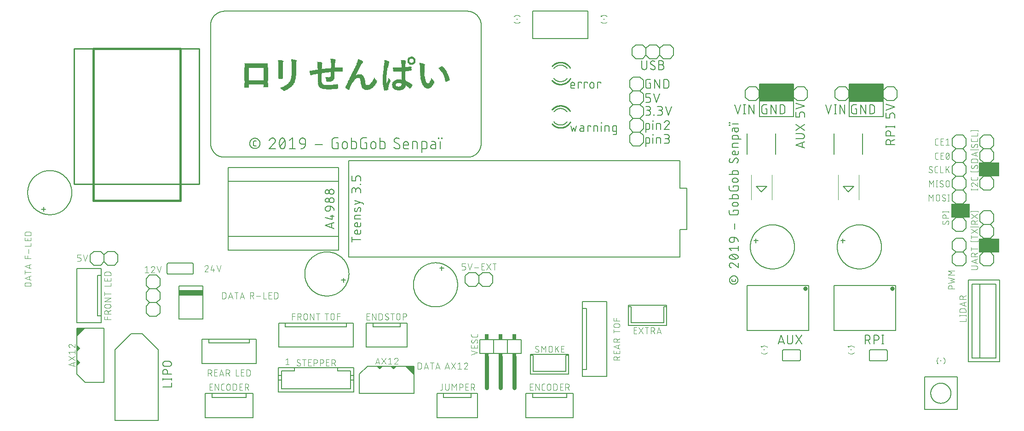
<source format=gbr>
G04 EAGLE Gerber RS-274X export*
G75*
%MOMM*%
%FSLAX34Y34*%
%LPD*%
%INSilkscreen Top*%
%IPPOS*%
%AMOC8*
5,1,8,0,0,1.08239X$1,22.5*%
G01*
%ADD10C,0.152400*%
%ADD11C,0.177800*%
%ADD12C,0.101600*%
%ADD13R,0.121919X0.020319*%
%ADD14R,0.223519X0.020319*%
%ADD15R,0.325119X0.020319*%
%ADD16R,0.081281X0.020319*%
%ADD17R,0.386081X0.020319*%
%ADD18R,0.243838X0.020319*%
%ADD19R,0.467356X0.020319*%
%ADD20R,0.345438X0.020319*%
%ADD21R,0.528319X0.020319*%
%ADD22R,0.589281X0.020319*%
%ADD23R,0.751838X0.020319*%
%ADD24R,0.650238X0.020319*%
%ADD25R,0.629919X0.020319*%
%ADD26R,0.955038X0.020319*%
%ADD27R,0.731519X0.020319*%
%ADD28R,0.670556X0.020319*%
%ADD29R,1.117600X0.020319*%
%ADD30R,0.792475X0.020319*%
%ADD31R,0.365756X0.020319*%
%ADD32R,1.239519X0.020319*%
%ADD33R,0.833119X0.020319*%
%ADD34R,1.341119X0.020319*%
%ADD35R,0.914400X0.020319*%
%ADD36R,0.203200X0.020319*%
%ADD37R,0.792481X0.020319*%
%ADD38R,0.772163X0.020319*%
%ADD39R,1.442719X0.020319*%
%ADD40R,0.975356X0.020319*%
%ADD41R,0.934719X0.020319*%
%ADD42R,1.524000X0.020319*%
%ADD43R,1.036319X0.020319*%
%ADD44R,0.304800X0.020319*%
%ADD45R,1.605281X0.020319*%
%ADD46R,0.995681X0.020319*%
%ADD47R,1.137919X0.020319*%
%ADD48R,1.666238X0.020319*%
%ADD49R,1.158238X0.020319*%
%ADD50R,1.645919X0.020319*%
%ADD51R,0.406400X0.020319*%
%ADD52R,1.219200X0.020319*%
%ADD53R,0.812800X0.020319*%
%ADD54R,1.727200X0.020319*%
%ADD55R,2.072637X0.020319*%
%ADD56R,0.447038X0.020319*%
%ADD57R,1.300475X0.020319*%
%ADD58R,1.788156X0.020319*%
%ADD59R,1.300481X0.020319*%
%ADD60R,2.377438X0.020319*%
%ADD61R,0.508000X0.020319*%
%ADD62R,1.361438X0.020319*%
%ADD63R,1.849119X0.020319*%
%ADD64R,2.641600X0.020319*%
%ADD65R,0.548638X0.020319*%
%ADD66R,1.422400X0.020319*%
%ADD67R,1.889756X0.020319*%
%ADD68R,2.824481X0.020319*%
%ADD69R,0.568956X0.020319*%
%ADD70R,1.503681X0.020319*%
%ADD71R,1.930400X0.020319*%
%ADD72R,1.463037X0.020319*%
%ADD73R,2.946400X0.020319*%
%ADD74R,1.564638X0.020319*%
%ADD75R,1.971037X0.020319*%
%ADD76R,0.020319X0.020319*%
%ADD77R,1.544319X0.020319*%
%ADD78R,3.007356X0.020319*%
%ADD79R,2.011681X0.020319*%
%ADD80R,0.081275X0.020319*%
%ADD81R,0.264163X0.020319*%
%ADD82R,3.068319X0.020319*%
%ADD83R,0.711200X0.020319*%
%ADD84R,2.052319X0.020319*%
%ADD85R,1.686563X0.020319*%
%ADD86R,3.108956X0.020319*%
%ADD87R,1.706881X0.020319*%
%ADD88R,2.092956X0.020319*%
%ADD89R,0.162556X0.020319*%
%ADD90R,1.747519X0.020319*%
%ADD91R,3.149600X0.020319*%
%ADD92R,2.133600X0.020319*%
%ADD93R,0.670563X0.020319*%
%ADD94R,3.190238X0.020319*%
%ADD95R,0.853438X0.020319*%
%ADD96R,2.153919X0.020319*%
%ADD97R,0.772156X0.020319*%
%ADD98R,1.706875X0.020319*%
%ADD99R,3.230875X0.020319*%
%ADD100R,1.828800X0.020319*%
%ADD101R,0.873762X0.020319*%
%ADD102R,2.174238X0.020319*%
%ADD103R,0.284481X0.020319*%
%ADD104R,3.271519X0.020319*%
%ADD105R,0.873756X0.020319*%
%ADD106R,2.214881X0.020319*%
%ADD107R,0.894081X0.020319*%
%ADD108R,1.625600X0.020319*%
%ADD109R,3.291838X0.020319*%
%ADD110R,1.910081X0.020319*%
%ADD111R,2.235200X0.020319*%
%ADD112R,3.312156X0.020319*%
%ADD113R,0.894075X0.020319*%
%ADD114R,1.950719X0.020319*%
%ADD115R,2.255519X0.020319*%
%ADD116R,1.016000X0.020319*%
%ADD117R,1.584956X0.020319*%
%ADD118R,3.332475X0.020319*%
%ADD119R,2.296156X0.020319*%
%ADD120R,0.426719X0.020319*%
%ADD121R,1.097281X0.020319*%
%ADD122R,3.352800X0.020319*%
%ADD123R,3.373119X0.020319*%
%ADD124R,2.032000X0.020319*%
%ADD125R,2.336800X0.020319*%
%ADD126R,1.178556X0.020319*%
%ADD127R,3.393438X0.020319*%
%ADD128R,1.483356X0.020319*%
%ADD129R,3.413756X0.020319*%
%ADD130R,1.280156X0.020319*%
%ADD131R,3.434075X0.020319*%
%ADD132R,1.320800X0.020319*%
%ADD133R,3.454400X0.020319*%
%ADD134R,1.402075X0.020319*%
%ADD135R,2.194556X0.020319*%
%ADD136R,0.690881X0.020319*%
%ADD137R,1.381756X0.020319*%
%ADD138R,3.474719X0.020319*%
%ADD139R,3.495038X0.020319*%
%ADD140R,2.275838X0.020319*%
%ADD141R,3.515356X0.020319*%
%ADD142R,2.316475X0.020319*%
%ADD143R,3.535675X0.020319*%
%ADD144R,1.605275X0.020319*%
%ADD145R,2.357119X0.020319*%
%ADD146R,0.995675X0.020319*%
%ADD147R,1.259838X0.020319*%
%ADD148R,3.535681X0.020319*%
%ADD149R,2.418081X0.020319*%
%ADD150R,1.076963X0.020319*%
%ADD151R,1.686556X0.020319*%
%ADD152R,3.556000X0.020319*%
%ADD153R,2.438400X0.020319*%
%ADD154R,2.458719X0.020319*%
%ADD155R,1.767838X0.020319*%
%ADD156R,1.198875X0.020319*%
%ADD157R,3.576319X0.020319*%
%ADD158R,1.056638X0.020319*%
%ADD159R,1.198881X0.020319*%
%ADD160R,1.808475X0.020319*%
%ADD161R,1.178562X0.020319*%
%ADD162R,1.889763X0.020319*%
%ADD163R,1.910075X0.020319*%
%ADD164R,0.487675X0.020319*%
%ADD165R,1.076956X0.020319*%
%ADD166R,1.869438X0.020319*%
%ADD167R,4.328156X0.020319*%
%ADD168R,1.991356X0.020319*%
%ADD169R,2.011675X0.020319*%
%ADD170R,2.113275X0.020319*%
%ADD171R,1.584963X0.020319*%
%ADD172R,0.975363X0.020319*%
%ADD173R,4.307837X0.020319*%
%ADD174R,0.690875X0.020319*%
%ADD175R,3.088638X0.020319*%
%ADD176R,3.027675X0.020319*%
%ADD177R,2.987038X0.020319*%
%ADD178R,2.885438X0.020319*%
%ADD179R,2.844800X0.020319*%
%ADD180R,2.783838X0.020319*%
%ADD181R,2.722881X0.020319*%
%ADD182R,2.661919X0.020319*%
%ADD183R,2.621275X0.020319*%
%ADD184R,2.560319X0.020319*%
%ADD185R,2.499363X0.020319*%
%ADD186R,0.142238X0.020319*%
%ADD187R,0.284475X0.020319*%
%ADD188R,0.264156X0.020319*%
%ADD189R,2.113281X0.020319*%
%ADD190R,0.568963X0.020319*%
%ADD191R,0.609600X0.020319*%
%ADD192R,0.386075X0.020319*%
%ADD193R,0.487681X0.020319*%
%ADD194R,0.182881X0.020319*%
%ADD195R,0.162562X0.020319*%
%ADD196R,0.182875X0.020319*%
%ADD197R,0.101600X0.020319*%
%ADD198R,0.060956X0.020319*%
%ADD199R,0.040638X0.020319*%
%ADD200R,2.540000X0.020319*%
%ADD201R,2.519681X0.020319*%
%ADD202R,2.499356X0.020319*%
%ADD203R,2.479038X0.020319*%
%ADD204R,2.418075X0.020319*%
%ADD205R,2.397756X0.020319*%
%ADD206R,2.621281X0.020319*%
%ADD207R,3.129281X0.020319*%
%ADD208R,3.779519X0.020319*%
%ADD209R,4.612637X0.020319*%
%ADD210R,4.653281X0.020319*%
%ADD211R,4.815838X0.020319*%
%ADD212R,5.161281X0.020319*%
%ADD213R,5.730238X0.020319*%
%ADD214R,6.096000X0.020319*%
%ADD215R,6.116319X0.020319*%
%ADD216R,5.872475X0.020319*%
%ADD217R,5.669275X0.020319*%
%ADD218R,5.506719X0.020319*%
%ADD219R,5.364475X0.020319*%
%ADD220R,5.222238X0.020319*%
%ADD221R,3.230881X0.020319*%
%ADD222R,5.100319X0.020319*%
%ADD223R,4.998719X0.020319*%
%ADD224R,4.897119X0.020319*%
%ADD225R,4.775200X0.020319*%
%ADD226R,4.632956X0.020319*%
%ADD227R,3.860800X0.020319*%
%ADD228R,3.698238X0.020319*%
%ADD229R,3.434081X0.020319*%
%ADD230R,2.966719X0.020319*%
%ADD231R,2.600956X0.020319*%
%ADD232R,4.287519X0.020319*%
%ADD233R,0.365762X0.020319*%
%ADD234R,1.097275X0.020319*%
%ADD235R,6.300000X3.200000*%
%ADD236R,6.300000X3.300000*%
%ADD237R,3.800000X2.500000*%
%ADD238R,3.500000X2.500000*%
%ADD239C,0.203200*%
%ADD240C,0.254000*%
%ADD241C,0.406400*%
%ADD242C,0.127000*%
%ADD243R,0.200000X0.200000*%
%ADD244R,0.150000X0.250000*%
%ADD245C,0.762000*%
%ADD246R,0.762000X0.508000*%
%ADD247R,0.762000X1.016000*%
%ADD248R,4.400000X1.000000*%
%ADD249C,0.200000*%
%ADD250R,0.250000X0.150000*%
%ADD251C,0.812219*%

G36*
X120107Y174379D02*
X120107Y174379D01*
X120131Y174379D01*
X120213Y174413D01*
X120298Y174440D01*
X120319Y174456D01*
X120338Y174464D01*
X120376Y174498D01*
X120448Y174552D01*
X135448Y189552D01*
X135499Y189625D01*
X135555Y189694D01*
X135563Y189716D01*
X135577Y189736D01*
X135599Y189822D01*
X135627Y189906D01*
X135627Y189930D01*
X135633Y189953D01*
X135623Y190042D01*
X135621Y190131D01*
X135612Y190153D01*
X135609Y190176D01*
X135570Y190256D01*
X135536Y190338D01*
X135520Y190356D01*
X135510Y190377D01*
X135445Y190438D01*
X135385Y190504D01*
X135364Y190515D01*
X135347Y190531D01*
X135265Y190566D01*
X135185Y190607D01*
X135159Y190610D01*
X135140Y190619D01*
X135090Y190621D01*
X135000Y190634D01*
X120000Y190634D01*
X119935Y190623D01*
X119869Y190621D01*
X119826Y190603D01*
X119779Y190595D01*
X119722Y190561D01*
X119662Y190536D01*
X119627Y190505D01*
X119586Y190480D01*
X119545Y190429D01*
X119496Y190385D01*
X119474Y190343D01*
X119445Y190306D01*
X119424Y190244D01*
X119393Y190185D01*
X119385Y190131D01*
X119373Y190094D01*
X119374Y190054D01*
X119366Y190000D01*
X119366Y175000D01*
X119382Y174912D01*
X119391Y174824D01*
X119401Y174803D01*
X119405Y174779D01*
X119451Y174702D01*
X119490Y174623D01*
X119507Y174606D01*
X119520Y174586D01*
X119589Y174530D01*
X119653Y174469D01*
X119675Y174460D01*
X119694Y174445D01*
X119778Y174416D01*
X119860Y174381D01*
X119884Y174380D01*
X119906Y174373D01*
X119995Y174375D01*
X120084Y174371D01*
X120107Y174379D01*
G37*
G36*
X740042Y104377D02*
X740042Y104377D01*
X740131Y104379D01*
X740153Y104388D01*
X740176Y104391D01*
X740256Y104430D01*
X740338Y104464D01*
X740356Y104480D01*
X740377Y104490D01*
X740438Y104555D01*
X740504Y104615D01*
X740515Y104636D01*
X740531Y104653D01*
X740566Y104735D01*
X740607Y104815D01*
X740610Y104841D01*
X740619Y104860D01*
X740621Y104910D01*
X740634Y105000D01*
X740634Y120000D01*
X740623Y120065D01*
X740621Y120131D01*
X740603Y120174D01*
X740595Y120221D01*
X740561Y120278D01*
X740536Y120338D01*
X740505Y120373D01*
X740480Y120414D01*
X740429Y120456D01*
X740385Y120504D01*
X740343Y120526D01*
X740306Y120555D01*
X740244Y120576D01*
X740185Y120607D01*
X740131Y120615D01*
X740094Y120627D01*
X740054Y120626D01*
X740000Y120634D01*
X725000Y120634D01*
X724912Y120618D01*
X724824Y120609D01*
X724803Y120599D01*
X724779Y120595D01*
X724702Y120549D01*
X724623Y120510D01*
X724606Y120493D01*
X724586Y120480D01*
X724530Y120411D01*
X724469Y120347D01*
X724460Y120325D01*
X724445Y120306D01*
X724416Y120222D01*
X724381Y120140D01*
X724380Y120116D01*
X724373Y120094D01*
X724375Y120005D01*
X724371Y119916D01*
X724379Y119893D01*
X724379Y119869D01*
X724413Y119787D01*
X724440Y119702D01*
X724456Y119681D01*
X724464Y119662D01*
X724498Y119624D01*
X724552Y119552D01*
X739552Y104552D01*
X739625Y104501D01*
X739694Y104445D01*
X739716Y104437D01*
X739736Y104423D01*
X739822Y104401D01*
X739906Y104373D01*
X739930Y104373D01*
X739953Y104368D01*
X740042Y104377D01*
G37*
G36*
X120107Y147379D02*
X120107Y147379D01*
X120131Y147379D01*
X120213Y147413D01*
X120298Y147440D01*
X120319Y147456D01*
X120338Y147464D01*
X120376Y147498D01*
X120448Y147552D01*
X125448Y152552D01*
X125486Y152606D01*
X125531Y152653D01*
X125550Y152697D01*
X125577Y152736D01*
X125593Y152799D01*
X125619Y152860D01*
X125621Y152907D01*
X125633Y152953D01*
X125626Y153018D01*
X125629Y153084D01*
X125614Y153129D01*
X125609Y153176D01*
X125580Y153235D01*
X125560Y153298D01*
X125527Y153342D01*
X125510Y153377D01*
X125481Y153404D01*
X125448Y153448D01*
X120448Y158448D01*
X120375Y158499D01*
X120306Y158555D01*
X120284Y158563D01*
X120264Y158577D01*
X120178Y158599D01*
X120094Y158627D01*
X120070Y158627D01*
X120047Y158633D01*
X119958Y158623D01*
X119869Y158621D01*
X119847Y158612D01*
X119824Y158609D01*
X119744Y158570D01*
X119662Y158536D01*
X119644Y158520D01*
X119623Y158510D01*
X119562Y158445D01*
X119496Y158385D01*
X119485Y158364D01*
X119469Y158347D01*
X119434Y158265D01*
X119393Y158185D01*
X119390Y158159D01*
X119381Y158140D01*
X119379Y158090D01*
X119366Y158000D01*
X119366Y148000D01*
X119382Y147912D01*
X119391Y147824D01*
X119401Y147803D01*
X119405Y147779D01*
X119451Y147702D01*
X119490Y147623D01*
X119507Y147606D01*
X119520Y147586D01*
X119589Y147530D01*
X119653Y147469D01*
X119675Y147460D01*
X119694Y147445D01*
X119778Y147416D01*
X119860Y147381D01*
X119884Y147380D01*
X119906Y147373D01*
X119995Y147375D01*
X120084Y147371D01*
X120107Y147379D01*
G37*
G36*
X120107Y121379D02*
X120107Y121379D01*
X120131Y121379D01*
X120213Y121413D01*
X120298Y121440D01*
X120319Y121456D01*
X120338Y121464D01*
X120376Y121498D01*
X120448Y121552D01*
X125448Y126552D01*
X125486Y126606D01*
X125531Y126653D01*
X125550Y126697D01*
X125577Y126736D01*
X125593Y126799D01*
X125619Y126860D01*
X125621Y126907D01*
X125633Y126953D01*
X125626Y127018D01*
X125629Y127084D01*
X125614Y127129D01*
X125609Y127176D01*
X125580Y127235D01*
X125560Y127298D01*
X125527Y127342D01*
X125510Y127377D01*
X125481Y127404D01*
X125448Y127448D01*
X120448Y132448D01*
X120375Y132499D01*
X120306Y132555D01*
X120284Y132563D01*
X120264Y132577D01*
X120178Y132599D01*
X120094Y132627D01*
X120070Y132627D01*
X120047Y132633D01*
X119958Y132623D01*
X119869Y132621D01*
X119847Y132612D01*
X119824Y132609D01*
X119744Y132570D01*
X119662Y132536D01*
X119644Y132520D01*
X119623Y132510D01*
X119562Y132445D01*
X119496Y132385D01*
X119485Y132364D01*
X119469Y132347D01*
X119434Y132265D01*
X119393Y132185D01*
X119390Y132159D01*
X119381Y132140D01*
X119379Y132090D01*
X119366Y132000D01*
X119366Y122000D01*
X119382Y121912D01*
X119391Y121824D01*
X119401Y121803D01*
X119405Y121779D01*
X119451Y121702D01*
X119490Y121623D01*
X119507Y121606D01*
X119520Y121586D01*
X119589Y121530D01*
X119653Y121469D01*
X119675Y121460D01*
X119694Y121445D01*
X119778Y121416D01*
X119860Y121381D01*
X119884Y121380D01*
X119906Y121373D01*
X119995Y121375D01*
X120084Y121371D01*
X120107Y121379D01*
G37*
G36*
X703018Y114374D02*
X703018Y114374D01*
X703084Y114371D01*
X703129Y114386D01*
X703176Y114391D01*
X703235Y114420D01*
X703298Y114440D01*
X703342Y114473D01*
X703377Y114490D01*
X703404Y114519D01*
X703448Y114552D01*
X708448Y119552D01*
X708499Y119625D01*
X708555Y119694D01*
X708563Y119716D01*
X708577Y119736D01*
X708599Y119822D01*
X708627Y119906D01*
X708627Y119930D01*
X708633Y119953D01*
X708623Y120042D01*
X708621Y120131D01*
X708612Y120153D01*
X708609Y120176D01*
X708570Y120256D01*
X708536Y120338D01*
X708520Y120356D01*
X708510Y120377D01*
X708445Y120438D01*
X708385Y120504D01*
X708364Y120515D01*
X708347Y120531D01*
X708265Y120566D01*
X708185Y120607D01*
X708159Y120610D01*
X708140Y120619D01*
X708090Y120621D01*
X708000Y120634D01*
X698000Y120634D01*
X697912Y120618D01*
X697824Y120609D01*
X697803Y120599D01*
X697779Y120595D01*
X697702Y120549D01*
X697623Y120510D01*
X697606Y120493D01*
X697586Y120480D01*
X697530Y120411D01*
X697469Y120347D01*
X697460Y120325D01*
X697445Y120306D01*
X697416Y120222D01*
X697381Y120140D01*
X697380Y120116D01*
X697373Y120094D01*
X697375Y120005D01*
X697371Y119916D01*
X697379Y119893D01*
X697379Y119869D01*
X697413Y119787D01*
X697440Y119702D01*
X697456Y119681D01*
X697464Y119662D01*
X697498Y119624D01*
X697552Y119552D01*
X702552Y114552D01*
X702606Y114514D01*
X702653Y114469D01*
X702697Y114450D01*
X702736Y114423D01*
X702799Y114407D01*
X702860Y114381D01*
X702907Y114379D01*
X702953Y114368D01*
X703018Y114374D01*
G37*
G36*
X677018Y114374D02*
X677018Y114374D01*
X677084Y114371D01*
X677129Y114386D01*
X677176Y114391D01*
X677235Y114420D01*
X677298Y114440D01*
X677342Y114473D01*
X677377Y114490D01*
X677404Y114519D01*
X677448Y114552D01*
X682448Y119552D01*
X682499Y119625D01*
X682555Y119694D01*
X682563Y119716D01*
X682577Y119736D01*
X682599Y119822D01*
X682627Y119906D01*
X682627Y119930D01*
X682633Y119953D01*
X682623Y120042D01*
X682621Y120131D01*
X682612Y120153D01*
X682609Y120176D01*
X682570Y120256D01*
X682536Y120338D01*
X682520Y120356D01*
X682510Y120377D01*
X682445Y120438D01*
X682385Y120504D01*
X682364Y120515D01*
X682347Y120531D01*
X682265Y120566D01*
X682185Y120607D01*
X682159Y120610D01*
X682140Y120619D01*
X682090Y120621D01*
X682000Y120634D01*
X672000Y120634D01*
X671912Y120618D01*
X671824Y120609D01*
X671803Y120599D01*
X671779Y120595D01*
X671702Y120549D01*
X671623Y120510D01*
X671606Y120493D01*
X671586Y120480D01*
X671530Y120411D01*
X671469Y120347D01*
X671460Y120325D01*
X671445Y120306D01*
X671416Y120222D01*
X671381Y120140D01*
X671380Y120116D01*
X671373Y120094D01*
X671375Y120005D01*
X671371Y119916D01*
X671379Y119893D01*
X671379Y119869D01*
X671413Y119787D01*
X671440Y119702D01*
X671456Y119681D01*
X671464Y119662D01*
X671498Y119624D01*
X671552Y119552D01*
X676552Y114552D01*
X676606Y114514D01*
X676653Y114469D01*
X676697Y114450D01*
X676736Y114423D01*
X676799Y114407D01*
X676860Y114381D01*
X676907Y114379D01*
X676953Y114368D01*
X677018Y114374D01*
G37*
D10*
X1173084Y641793D02*
X1175793Y641793D01*
X1175793Y632762D01*
X1170374Y632762D01*
X1170256Y632764D01*
X1170138Y632770D01*
X1170020Y632779D01*
X1169903Y632793D01*
X1169786Y632810D01*
X1169669Y632831D01*
X1169554Y632856D01*
X1169439Y632885D01*
X1169325Y632918D01*
X1169213Y632954D01*
X1169102Y632994D01*
X1168992Y633037D01*
X1168883Y633084D01*
X1168776Y633134D01*
X1168671Y633189D01*
X1168568Y633246D01*
X1168467Y633307D01*
X1168367Y633371D01*
X1168270Y633438D01*
X1168175Y633508D01*
X1168083Y633582D01*
X1167992Y633658D01*
X1167905Y633738D01*
X1167820Y633820D01*
X1167738Y633905D01*
X1167658Y633992D01*
X1167582Y634083D01*
X1167508Y634175D01*
X1167438Y634270D01*
X1167371Y634367D01*
X1167307Y634467D01*
X1167246Y634568D01*
X1167189Y634671D01*
X1167134Y634776D01*
X1167084Y634883D01*
X1167037Y634992D01*
X1166994Y635102D01*
X1166954Y635213D01*
X1166918Y635325D01*
X1166885Y635439D01*
X1166856Y635554D01*
X1166831Y635669D01*
X1166810Y635786D01*
X1166793Y635903D01*
X1166779Y636020D01*
X1166770Y636138D01*
X1166764Y636256D01*
X1166762Y636374D01*
X1166762Y645406D01*
X1166764Y645524D01*
X1166770Y645642D01*
X1166779Y645760D01*
X1166793Y645877D01*
X1166810Y645994D01*
X1166831Y646111D01*
X1166856Y646226D01*
X1166885Y646341D01*
X1166918Y646455D01*
X1166954Y646567D01*
X1166994Y646678D01*
X1167037Y646788D01*
X1167084Y646897D01*
X1167134Y647004D01*
X1167188Y647109D01*
X1167246Y647212D01*
X1167307Y647313D01*
X1167371Y647413D01*
X1167438Y647510D01*
X1167508Y647605D01*
X1167582Y647697D01*
X1167658Y647788D01*
X1167738Y647875D01*
X1167820Y647960D01*
X1167905Y648042D01*
X1167992Y648122D01*
X1168083Y648198D01*
X1168175Y648272D01*
X1168270Y648342D01*
X1168367Y648409D01*
X1168467Y648473D01*
X1168568Y648534D01*
X1168671Y648591D01*
X1168776Y648645D01*
X1168883Y648696D01*
X1168992Y648743D01*
X1169102Y648786D01*
X1169213Y648826D01*
X1169325Y648862D01*
X1169439Y648895D01*
X1169554Y648924D01*
X1169669Y648949D01*
X1169786Y648970D01*
X1169903Y648987D01*
X1170020Y649001D01*
X1170138Y649010D01*
X1170256Y649016D01*
X1170374Y649018D01*
X1175793Y649018D01*
X1183435Y649018D02*
X1183435Y632762D01*
X1192466Y632762D02*
X1183435Y649018D01*
X1192466Y649018D02*
X1192466Y632762D01*
X1200109Y632762D02*
X1200109Y649018D01*
X1204624Y649018D01*
X1204755Y649016D01*
X1204887Y649010D01*
X1205018Y649001D01*
X1205148Y648987D01*
X1205279Y648970D01*
X1205408Y648949D01*
X1205537Y648925D01*
X1205665Y648896D01*
X1205793Y648864D01*
X1205919Y648828D01*
X1206044Y648789D01*
X1206169Y648746D01*
X1206291Y648699D01*
X1206413Y648649D01*
X1206533Y648595D01*
X1206651Y648538D01*
X1206767Y648477D01*
X1206882Y648413D01*
X1206995Y648346D01*
X1207106Y648275D01*
X1207214Y648201D01*
X1207321Y648124D01*
X1207425Y648044D01*
X1207527Y647961D01*
X1207626Y647876D01*
X1207723Y647787D01*
X1207817Y647695D01*
X1207909Y647601D01*
X1207998Y647504D01*
X1208083Y647405D01*
X1208166Y647303D01*
X1208246Y647199D01*
X1208323Y647092D01*
X1208397Y646984D01*
X1208468Y646873D01*
X1208535Y646760D01*
X1208599Y646645D01*
X1208660Y646529D01*
X1208717Y646411D01*
X1208771Y646291D01*
X1208821Y646169D01*
X1208868Y646047D01*
X1208911Y645922D01*
X1208950Y645797D01*
X1208986Y645671D01*
X1209018Y645543D01*
X1209047Y645415D01*
X1209071Y645286D01*
X1209092Y645157D01*
X1209109Y645026D01*
X1209123Y644896D01*
X1209132Y644765D01*
X1209138Y644633D01*
X1209140Y644502D01*
X1209140Y637278D01*
X1209138Y637147D01*
X1209132Y637015D01*
X1209123Y636884D01*
X1209109Y636754D01*
X1209092Y636623D01*
X1209071Y636494D01*
X1209047Y636365D01*
X1209018Y636237D01*
X1208986Y636109D01*
X1208950Y635983D01*
X1208911Y635858D01*
X1208868Y635733D01*
X1208821Y635611D01*
X1208771Y635489D01*
X1208717Y635369D01*
X1208660Y635251D01*
X1208599Y635135D01*
X1208535Y635020D01*
X1208468Y634907D01*
X1208397Y634796D01*
X1208323Y634688D01*
X1208246Y634581D01*
X1208166Y634477D01*
X1208083Y634375D01*
X1207998Y634276D01*
X1207909Y634179D01*
X1207817Y634085D01*
X1207723Y633993D01*
X1207626Y633904D01*
X1207527Y633819D01*
X1207425Y633736D01*
X1207321Y633656D01*
X1207214Y633579D01*
X1207106Y633505D01*
X1206995Y633434D01*
X1206882Y633367D01*
X1206767Y633303D01*
X1206651Y633242D01*
X1206533Y633185D01*
X1206413Y633131D01*
X1206291Y633081D01*
X1206169Y633034D01*
X1206044Y632991D01*
X1205919Y632952D01*
X1205793Y632916D01*
X1205665Y632884D01*
X1205537Y632855D01*
X1205408Y632831D01*
X1205278Y632810D01*
X1205148Y632793D01*
X1205018Y632779D01*
X1204887Y632770D01*
X1204755Y632764D01*
X1204624Y632762D01*
X1200109Y632762D01*
X1172181Y606762D02*
X1166762Y606762D01*
X1172181Y606762D02*
X1172299Y606764D01*
X1172417Y606770D01*
X1172535Y606779D01*
X1172652Y606793D01*
X1172769Y606810D01*
X1172886Y606831D01*
X1173001Y606856D01*
X1173116Y606885D01*
X1173230Y606918D01*
X1173342Y606954D01*
X1173453Y606994D01*
X1173563Y607037D01*
X1173672Y607084D01*
X1173779Y607134D01*
X1173884Y607189D01*
X1173987Y607246D01*
X1174088Y607307D01*
X1174188Y607371D01*
X1174285Y607438D01*
X1174380Y607508D01*
X1174472Y607582D01*
X1174563Y607658D01*
X1174650Y607738D01*
X1174735Y607820D01*
X1174817Y607905D01*
X1174897Y607992D01*
X1174973Y608083D01*
X1175047Y608175D01*
X1175117Y608270D01*
X1175184Y608367D01*
X1175248Y608467D01*
X1175309Y608568D01*
X1175366Y608671D01*
X1175421Y608776D01*
X1175471Y608883D01*
X1175518Y608992D01*
X1175561Y609102D01*
X1175601Y609213D01*
X1175637Y609325D01*
X1175670Y609439D01*
X1175699Y609554D01*
X1175724Y609669D01*
X1175745Y609786D01*
X1175762Y609903D01*
X1175776Y610020D01*
X1175785Y610138D01*
X1175791Y610256D01*
X1175793Y610374D01*
X1175793Y612181D01*
X1175791Y612299D01*
X1175785Y612417D01*
X1175776Y612535D01*
X1175762Y612652D01*
X1175745Y612769D01*
X1175724Y612886D01*
X1175699Y613001D01*
X1175670Y613116D01*
X1175637Y613230D01*
X1175601Y613342D01*
X1175561Y613453D01*
X1175518Y613563D01*
X1175471Y613672D01*
X1175421Y613779D01*
X1175366Y613884D01*
X1175309Y613987D01*
X1175248Y614088D01*
X1175184Y614188D01*
X1175117Y614285D01*
X1175047Y614380D01*
X1174973Y614472D01*
X1174897Y614563D01*
X1174817Y614650D01*
X1174735Y614735D01*
X1174650Y614817D01*
X1174563Y614897D01*
X1174472Y614973D01*
X1174380Y615047D01*
X1174285Y615117D01*
X1174188Y615184D01*
X1174088Y615248D01*
X1173987Y615309D01*
X1173884Y615366D01*
X1173779Y615421D01*
X1173672Y615471D01*
X1173563Y615518D01*
X1173453Y615561D01*
X1173342Y615601D01*
X1173230Y615637D01*
X1173116Y615670D01*
X1173001Y615699D01*
X1172886Y615724D01*
X1172769Y615745D01*
X1172652Y615762D01*
X1172535Y615776D01*
X1172417Y615785D01*
X1172299Y615791D01*
X1172181Y615793D01*
X1166762Y615793D01*
X1166762Y623018D01*
X1175793Y623018D01*
X1181490Y623018D02*
X1186909Y606762D01*
X1192327Y623018D01*
X1171278Y582762D02*
X1166762Y582762D01*
X1171278Y582762D02*
X1171411Y582764D01*
X1171543Y582770D01*
X1171675Y582780D01*
X1171807Y582793D01*
X1171939Y582811D01*
X1172069Y582832D01*
X1172200Y582857D01*
X1172329Y582886D01*
X1172457Y582919D01*
X1172585Y582955D01*
X1172711Y582995D01*
X1172836Y583039D01*
X1172960Y583087D01*
X1173082Y583138D01*
X1173203Y583193D01*
X1173322Y583251D01*
X1173440Y583313D01*
X1173555Y583378D01*
X1173669Y583447D01*
X1173780Y583518D01*
X1173889Y583594D01*
X1173996Y583672D01*
X1174101Y583753D01*
X1174203Y583838D01*
X1174303Y583925D01*
X1174400Y584015D01*
X1174495Y584108D01*
X1174586Y584204D01*
X1174675Y584302D01*
X1174761Y584403D01*
X1174844Y584507D01*
X1174924Y584613D01*
X1175000Y584721D01*
X1175074Y584831D01*
X1175144Y584944D01*
X1175211Y585058D01*
X1175274Y585175D01*
X1175334Y585293D01*
X1175391Y585413D01*
X1175444Y585535D01*
X1175493Y585658D01*
X1175539Y585782D01*
X1175581Y585908D01*
X1175619Y586035D01*
X1175654Y586163D01*
X1175685Y586292D01*
X1175712Y586421D01*
X1175735Y586552D01*
X1175755Y586683D01*
X1175770Y586815D01*
X1175782Y586947D01*
X1175790Y587079D01*
X1175794Y587212D01*
X1175794Y587344D01*
X1175790Y587477D01*
X1175782Y587609D01*
X1175770Y587741D01*
X1175755Y587873D01*
X1175735Y588004D01*
X1175712Y588135D01*
X1175685Y588264D01*
X1175654Y588393D01*
X1175619Y588521D01*
X1175581Y588648D01*
X1175539Y588774D01*
X1175493Y588898D01*
X1175444Y589021D01*
X1175391Y589143D01*
X1175334Y589263D01*
X1175274Y589381D01*
X1175211Y589498D01*
X1175144Y589612D01*
X1175074Y589725D01*
X1175000Y589835D01*
X1174924Y589943D01*
X1174844Y590049D01*
X1174761Y590153D01*
X1174675Y590254D01*
X1174586Y590352D01*
X1174495Y590448D01*
X1174400Y590541D01*
X1174303Y590631D01*
X1174203Y590718D01*
X1174101Y590803D01*
X1173996Y590884D01*
X1173889Y590962D01*
X1173780Y591038D01*
X1173669Y591109D01*
X1173555Y591178D01*
X1173440Y591243D01*
X1173322Y591305D01*
X1173203Y591363D01*
X1173082Y591418D01*
X1172960Y591469D01*
X1172836Y591517D01*
X1172711Y591561D01*
X1172585Y591601D01*
X1172457Y591637D01*
X1172329Y591670D01*
X1172200Y591699D01*
X1172069Y591724D01*
X1171939Y591745D01*
X1171807Y591763D01*
X1171675Y591776D01*
X1171543Y591786D01*
X1171411Y591792D01*
X1171278Y591794D01*
X1172181Y599018D02*
X1166762Y599018D01*
X1172181Y599018D02*
X1172300Y599016D01*
X1172420Y599010D01*
X1172539Y599000D01*
X1172657Y598986D01*
X1172776Y598969D01*
X1172893Y598947D01*
X1173010Y598922D01*
X1173125Y598892D01*
X1173240Y598859D01*
X1173354Y598822D01*
X1173466Y598782D01*
X1173577Y598737D01*
X1173686Y598689D01*
X1173794Y598638D01*
X1173900Y598583D01*
X1174004Y598524D01*
X1174106Y598462D01*
X1174206Y598397D01*
X1174304Y598328D01*
X1174400Y598256D01*
X1174493Y598181D01*
X1174583Y598104D01*
X1174671Y598023D01*
X1174756Y597939D01*
X1174838Y597852D01*
X1174918Y597763D01*
X1174994Y597671D01*
X1175068Y597577D01*
X1175138Y597480D01*
X1175205Y597382D01*
X1175269Y597281D01*
X1175329Y597177D01*
X1175386Y597072D01*
X1175439Y596965D01*
X1175489Y596857D01*
X1175535Y596747D01*
X1175577Y596635D01*
X1175616Y596522D01*
X1175651Y596408D01*
X1175682Y596293D01*
X1175710Y596176D01*
X1175733Y596059D01*
X1175753Y595942D01*
X1175769Y595823D01*
X1175781Y595704D01*
X1175789Y595585D01*
X1175793Y595466D01*
X1175793Y595346D01*
X1175789Y595227D01*
X1175781Y595108D01*
X1175769Y594989D01*
X1175753Y594870D01*
X1175733Y594753D01*
X1175710Y594636D01*
X1175682Y594519D01*
X1175651Y594404D01*
X1175616Y594290D01*
X1175577Y594177D01*
X1175535Y594065D01*
X1175489Y593955D01*
X1175439Y593847D01*
X1175386Y593740D01*
X1175329Y593635D01*
X1175269Y593531D01*
X1175205Y593430D01*
X1175138Y593332D01*
X1175068Y593235D01*
X1174994Y593141D01*
X1174918Y593049D01*
X1174838Y592960D01*
X1174756Y592873D01*
X1174671Y592789D01*
X1174583Y592708D01*
X1174493Y592631D01*
X1174400Y592556D01*
X1174304Y592484D01*
X1174206Y592415D01*
X1174106Y592350D01*
X1174004Y592288D01*
X1173900Y592229D01*
X1173794Y592174D01*
X1173686Y592123D01*
X1173577Y592075D01*
X1173466Y592030D01*
X1173354Y591990D01*
X1173240Y591953D01*
X1173125Y591920D01*
X1173010Y591890D01*
X1172893Y591865D01*
X1172776Y591843D01*
X1172657Y591826D01*
X1172539Y591812D01*
X1172420Y591802D01*
X1172300Y591796D01*
X1172181Y591794D01*
X1172181Y591793D02*
X1168568Y591793D01*
X1181768Y583665D02*
X1181768Y582762D01*
X1181768Y583665D02*
X1182671Y583665D01*
X1182671Y582762D01*
X1181768Y582762D01*
X1188646Y582762D02*
X1193161Y582762D01*
X1193294Y582764D01*
X1193426Y582770D01*
X1193558Y582780D01*
X1193690Y582793D01*
X1193822Y582811D01*
X1193952Y582832D01*
X1194083Y582857D01*
X1194212Y582886D01*
X1194340Y582919D01*
X1194468Y582955D01*
X1194594Y582995D01*
X1194719Y583039D01*
X1194843Y583087D01*
X1194965Y583138D01*
X1195086Y583193D01*
X1195205Y583251D01*
X1195323Y583313D01*
X1195438Y583378D01*
X1195552Y583447D01*
X1195663Y583518D01*
X1195772Y583594D01*
X1195879Y583672D01*
X1195984Y583753D01*
X1196086Y583838D01*
X1196186Y583925D01*
X1196283Y584015D01*
X1196378Y584108D01*
X1196469Y584204D01*
X1196558Y584302D01*
X1196644Y584403D01*
X1196727Y584507D01*
X1196807Y584613D01*
X1196883Y584721D01*
X1196957Y584831D01*
X1197027Y584944D01*
X1197094Y585058D01*
X1197157Y585175D01*
X1197217Y585293D01*
X1197274Y585413D01*
X1197327Y585535D01*
X1197376Y585658D01*
X1197422Y585782D01*
X1197464Y585908D01*
X1197502Y586035D01*
X1197537Y586163D01*
X1197568Y586292D01*
X1197595Y586421D01*
X1197618Y586552D01*
X1197638Y586683D01*
X1197653Y586815D01*
X1197665Y586947D01*
X1197673Y587079D01*
X1197677Y587212D01*
X1197677Y587344D01*
X1197673Y587477D01*
X1197665Y587609D01*
X1197653Y587741D01*
X1197638Y587873D01*
X1197618Y588004D01*
X1197595Y588135D01*
X1197568Y588264D01*
X1197537Y588393D01*
X1197502Y588521D01*
X1197464Y588648D01*
X1197422Y588774D01*
X1197376Y588898D01*
X1197327Y589021D01*
X1197274Y589143D01*
X1197217Y589263D01*
X1197157Y589381D01*
X1197094Y589498D01*
X1197027Y589612D01*
X1196957Y589725D01*
X1196883Y589835D01*
X1196807Y589943D01*
X1196727Y590049D01*
X1196644Y590153D01*
X1196558Y590254D01*
X1196469Y590352D01*
X1196378Y590448D01*
X1196283Y590541D01*
X1196186Y590631D01*
X1196086Y590718D01*
X1195984Y590803D01*
X1195879Y590884D01*
X1195772Y590962D01*
X1195663Y591038D01*
X1195552Y591109D01*
X1195438Y591178D01*
X1195323Y591243D01*
X1195205Y591305D01*
X1195086Y591363D01*
X1194965Y591418D01*
X1194843Y591469D01*
X1194719Y591517D01*
X1194594Y591561D01*
X1194468Y591601D01*
X1194340Y591637D01*
X1194212Y591670D01*
X1194083Y591699D01*
X1193952Y591724D01*
X1193822Y591745D01*
X1193690Y591763D01*
X1193558Y591776D01*
X1193426Y591786D01*
X1193294Y591792D01*
X1193161Y591794D01*
X1194064Y599018D02*
X1188646Y599018D01*
X1194064Y599018D02*
X1194183Y599016D01*
X1194303Y599010D01*
X1194422Y599000D01*
X1194540Y598986D01*
X1194659Y598969D01*
X1194776Y598947D01*
X1194893Y598922D01*
X1195008Y598892D01*
X1195123Y598859D01*
X1195237Y598822D01*
X1195349Y598782D01*
X1195460Y598737D01*
X1195569Y598689D01*
X1195677Y598638D01*
X1195783Y598583D01*
X1195887Y598524D01*
X1195989Y598462D01*
X1196089Y598397D01*
X1196187Y598328D01*
X1196283Y598256D01*
X1196376Y598181D01*
X1196466Y598104D01*
X1196554Y598023D01*
X1196639Y597939D01*
X1196721Y597852D01*
X1196801Y597763D01*
X1196877Y597671D01*
X1196951Y597577D01*
X1197021Y597480D01*
X1197088Y597382D01*
X1197152Y597281D01*
X1197212Y597177D01*
X1197269Y597072D01*
X1197322Y596965D01*
X1197372Y596857D01*
X1197418Y596747D01*
X1197460Y596635D01*
X1197499Y596522D01*
X1197534Y596408D01*
X1197565Y596293D01*
X1197593Y596176D01*
X1197616Y596059D01*
X1197636Y595942D01*
X1197652Y595823D01*
X1197664Y595704D01*
X1197672Y595585D01*
X1197676Y595466D01*
X1197676Y595346D01*
X1197672Y595227D01*
X1197664Y595108D01*
X1197652Y594989D01*
X1197636Y594870D01*
X1197616Y594753D01*
X1197593Y594636D01*
X1197565Y594519D01*
X1197534Y594404D01*
X1197499Y594290D01*
X1197460Y594177D01*
X1197418Y594065D01*
X1197372Y593955D01*
X1197322Y593847D01*
X1197269Y593740D01*
X1197212Y593635D01*
X1197152Y593531D01*
X1197088Y593430D01*
X1197021Y593332D01*
X1196951Y593235D01*
X1196877Y593141D01*
X1196801Y593049D01*
X1196721Y592960D01*
X1196639Y592873D01*
X1196554Y592789D01*
X1196466Y592708D01*
X1196376Y592631D01*
X1196283Y592556D01*
X1196187Y592484D01*
X1196089Y592415D01*
X1195989Y592350D01*
X1195887Y592288D01*
X1195783Y592229D01*
X1195677Y592174D01*
X1195569Y592123D01*
X1195460Y592075D01*
X1195349Y592030D01*
X1195237Y591990D01*
X1195123Y591953D01*
X1195008Y591920D01*
X1194893Y591890D01*
X1194776Y591865D01*
X1194659Y591843D01*
X1194540Y591826D01*
X1194422Y591812D01*
X1194303Y591802D01*
X1194183Y591796D01*
X1194064Y591794D01*
X1194064Y591793D02*
X1190452Y591793D01*
X1203374Y599018D02*
X1208792Y582762D01*
X1214211Y599018D01*
X1166762Y567599D02*
X1166762Y551343D01*
X1166762Y567599D02*
X1171278Y567599D01*
X1171382Y567597D01*
X1171485Y567591D01*
X1171589Y567581D01*
X1171692Y567567D01*
X1171794Y567549D01*
X1171895Y567528D01*
X1171996Y567502D01*
X1172095Y567473D01*
X1172194Y567440D01*
X1172291Y567403D01*
X1172386Y567362D01*
X1172480Y567318D01*
X1172572Y567270D01*
X1172662Y567219D01*
X1172751Y567164D01*
X1172837Y567106D01*
X1172920Y567044D01*
X1173002Y566980D01*
X1173080Y566912D01*
X1173156Y566842D01*
X1173230Y566769D01*
X1173300Y566692D01*
X1173368Y566614D01*
X1173432Y566532D01*
X1173494Y566449D01*
X1173552Y566363D01*
X1173607Y566274D01*
X1173658Y566184D01*
X1173706Y566092D01*
X1173750Y565998D01*
X1173791Y565903D01*
X1173828Y565806D01*
X1173861Y565707D01*
X1173890Y565608D01*
X1173916Y565507D01*
X1173937Y565406D01*
X1173955Y565304D01*
X1173969Y565201D01*
X1173979Y565097D01*
X1173985Y564994D01*
X1173987Y564890D01*
X1173987Y559471D01*
X1173985Y559370D01*
X1173979Y559269D01*
X1173970Y559168D01*
X1173957Y559067D01*
X1173940Y558967D01*
X1173919Y558868D01*
X1173895Y558770D01*
X1173867Y558673D01*
X1173835Y558576D01*
X1173800Y558481D01*
X1173761Y558388D01*
X1173719Y558296D01*
X1173673Y558205D01*
X1173624Y558117D01*
X1173572Y558030D01*
X1173516Y557945D01*
X1173458Y557862D01*
X1173396Y557782D01*
X1173331Y557704D01*
X1173264Y557628D01*
X1173194Y557555D01*
X1173121Y557485D01*
X1173045Y557418D01*
X1172967Y557353D01*
X1172887Y557291D01*
X1172804Y557233D01*
X1172719Y557177D01*
X1172633Y557125D01*
X1172544Y557076D01*
X1172453Y557030D01*
X1172361Y556988D01*
X1172268Y556949D01*
X1172173Y556914D01*
X1172076Y556882D01*
X1171979Y556854D01*
X1171881Y556830D01*
X1171782Y556809D01*
X1171682Y556792D01*
X1171581Y556779D01*
X1171480Y556770D01*
X1171379Y556764D01*
X1171278Y556762D01*
X1166762Y556762D01*
X1180201Y556762D02*
X1180201Y567599D01*
X1179749Y572115D02*
X1179749Y573018D01*
X1180652Y573018D01*
X1180652Y572115D01*
X1179749Y572115D01*
X1187009Y567599D02*
X1187009Y556762D01*
X1187009Y567599D02*
X1191525Y567599D01*
X1191629Y567597D01*
X1191732Y567591D01*
X1191836Y567581D01*
X1191939Y567567D01*
X1192041Y567549D01*
X1192142Y567528D01*
X1192243Y567502D01*
X1192342Y567473D01*
X1192441Y567440D01*
X1192538Y567403D01*
X1192633Y567362D01*
X1192727Y567318D01*
X1192819Y567270D01*
X1192909Y567219D01*
X1192998Y567164D01*
X1193084Y567106D01*
X1193167Y567044D01*
X1193249Y566980D01*
X1193327Y566912D01*
X1193403Y566842D01*
X1193477Y566769D01*
X1193547Y566692D01*
X1193615Y566614D01*
X1193679Y566532D01*
X1193741Y566449D01*
X1193799Y566363D01*
X1193854Y566274D01*
X1193905Y566184D01*
X1193953Y566092D01*
X1193997Y565998D01*
X1194038Y565903D01*
X1194075Y565806D01*
X1194108Y565707D01*
X1194137Y565608D01*
X1194163Y565507D01*
X1194184Y565406D01*
X1194202Y565304D01*
X1194216Y565201D01*
X1194226Y565097D01*
X1194232Y564994D01*
X1194234Y564890D01*
X1194234Y556762D01*
X1210247Y568954D02*
X1210245Y569079D01*
X1210239Y569204D01*
X1210230Y569329D01*
X1210216Y569453D01*
X1210199Y569577D01*
X1210178Y569701D01*
X1210153Y569823D01*
X1210124Y569945D01*
X1210092Y570066D01*
X1210056Y570186D01*
X1210016Y570305D01*
X1209973Y570422D01*
X1209926Y570538D01*
X1209875Y570653D01*
X1209821Y570765D01*
X1209763Y570877D01*
X1209703Y570986D01*
X1209638Y571093D01*
X1209571Y571199D01*
X1209500Y571302D01*
X1209426Y571403D01*
X1209349Y571502D01*
X1209269Y571598D01*
X1209186Y571692D01*
X1209101Y571783D01*
X1209012Y571872D01*
X1208921Y571957D01*
X1208827Y572040D01*
X1208731Y572120D01*
X1208632Y572197D01*
X1208531Y572271D01*
X1208428Y572342D01*
X1208322Y572409D01*
X1208215Y572474D01*
X1208106Y572534D01*
X1207994Y572592D01*
X1207882Y572646D01*
X1207767Y572697D01*
X1207651Y572744D01*
X1207534Y572787D01*
X1207415Y572827D01*
X1207295Y572863D01*
X1207174Y572895D01*
X1207052Y572924D01*
X1206930Y572949D01*
X1206806Y572970D01*
X1206682Y572987D01*
X1206558Y573001D01*
X1206433Y573010D01*
X1206308Y573016D01*
X1206183Y573018D01*
X1206040Y573016D01*
X1205898Y573010D01*
X1205755Y573000D01*
X1205613Y572987D01*
X1205472Y572969D01*
X1205330Y572948D01*
X1205190Y572923D01*
X1205050Y572894D01*
X1204911Y572861D01*
X1204773Y572824D01*
X1204636Y572784D01*
X1204501Y572740D01*
X1204366Y572692D01*
X1204233Y572640D01*
X1204101Y572585D01*
X1203971Y572526D01*
X1203843Y572464D01*
X1203716Y572398D01*
X1203591Y572329D01*
X1203468Y572257D01*
X1203348Y572181D01*
X1203229Y572102D01*
X1203112Y572019D01*
X1202998Y571934D01*
X1202886Y571845D01*
X1202777Y571754D01*
X1202670Y571659D01*
X1202565Y571562D01*
X1202464Y571461D01*
X1202365Y571358D01*
X1202269Y571253D01*
X1202176Y571144D01*
X1202086Y571033D01*
X1201999Y570920D01*
X1201915Y570805D01*
X1201835Y570687D01*
X1201757Y570567D01*
X1201683Y570445D01*
X1201613Y570321D01*
X1201545Y570195D01*
X1201482Y570067D01*
X1201421Y569938D01*
X1201364Y569807D01*
X1201311Y569675D01*
X1201262Y569541D01*
X1201216Y569406D01*
X1208892Y565793D02*
X1208986Y565885D01*
X1209076Y565979D01*
X1209164Y566076D01*
X1209249Y566176D01*
X1209331Y566278D01*
X1209410Y566383D01*
X1209485Y566490D01*
X1209557Y566599D01*
X1209626Y566710D01*
X1209692Y566824D01*
X1209754Y566939D01*
X1209813Y567056D01*
X1209868Y567175D01*
X1209919Y567295D01*
X1209967Y567417D01*
X1210012Y567540D01*
X1210052Y567664D01*
X1210089Y567790D01*
X1210122Y567917D01*
X1210151Y568044D01*
X1210177Y568173D01*
X1210198Y568302D01*
X1210216Y568432D01*
X1210229Y568562D01*
X1210239Y568692D01*
X1210245Y568823D01*
X1210247Y568954D01*
X1208893Y565793D02*
X1201216Y556762D01*
X1210247Y556762D01*
X1166762Y541599D02*
X1166762Y525343D01*
X1166762Y541599D02*
X1171278Y541599D01*
X1171382Y541597D01*
X1171485Y541591D01*
X1171589Y541581D01*
X1171692Y541567D01*
X1171794Y541549D01*
X1171895Y541528D01*
X1171996Y541502D01*
X1172095Y541473D01*
X1172194Y541440D01*
X1172291Y541403D01*
X1172386Y541362D01*
X1172480Y541318D01*
X1172572Y541270D01*
X1172662Y541219D01*
X1172751Y541164D01*
X1172837Y541106D01*
X1172920Y541044D01*
X1173002Y540980D01*
X1173080Y540912D01*
X1173156Y540842D01*
X1173230Y540769D01*
X1173300Y540692D01*
X1173368Y540614D01*
X1173432Y540532D01*
X1173494Y540449D01*
X1173552Y540363D01*
X1173607Y540274D01*
X1173658Y540184D01*
X1173706Y540092D01*
X1173750Y539998D01*
X1173791Y539903D01*
X1173828Y539806D01*
X1173861Y539707D01*
X1173890Y539608D01*
X1173916Y539507D01*
X1173937Y539406D01*
X1173955Y539304D01*
X1173969Y539201D01*
X1173979Y539097D01*
X1173985Y538994D01*
X1173987Y538890D01*
X1173987Y533471D01*
X1173985Y533370D01*
X1173979Y533269D01*
X1173970Y533168D01*
X1173957Y533067D01*
X1173940Y532967D01*
X1173919Y532868D01*
X1173895Y532770D01*
X1173867Y532673D01*
X1173835Y532576D01*
X1173800Y532481D01*
X1173761Y532388D01*
X1173719Y532296D01*
X1173673Y532205D01*
X1173624Y532117D01*
X1173572Y532030D01*
X1173516Y531945D01*
X1173458Y531862D01*
X1173396Y531782D01*
X1173331Y531704D01*
X1173264Y531628D01*
X1173194Y531555D01*
X1173121Y531485D01*
X1173045Y531418D01*
X1172967Y531353D01*
X1172887Y531291D01*
X1172804Y531233D01*
X1172719Y531177D01*
X1172633Y531125D01*
X1172544Y531076D01*
X1172453Y531030D01*
X1172361Y530988D01*
X1172268Y530949D01*
X1172173Y530914D01*
X1172076Y530882D01*
X1171979Y530854D01*
X1171881Y530830D01*
X1171782Y530809D01*
X1171682Y530792D01*
X1171581Y530779D01*
X1171480Y530770D01*
X1171379Y530764D01*
X1171278Y530762D01*
X1166762Y530762D01*
X1180201Y530762D02*
X1180201Y541599D01*
X1179749Y546115D02*
X1179749Y547018D01*
X1180652Y547018D01*
X1180652Y546115D01*
X1179749Y546115D01*
X1187009Y541599D02*
X1187009Y530762D01*
X1187009Y541599D02*
X1191525Y541599D01*
X1191629Y541597D01*
X1191732Y541591D01*
X1191836Y541581D01*
X1191939Y541567D01*
X1192041Y541549D01*
X1192142Y541528D01*
X1192243Y541502D01*
X1192342Y541473D01*
X1192441Y541440D01*
X1192538Y541403D01*
X1192633Y541362D01*
X1192727Y541318D01*
X1192819Y541270D01*
X1192909Y541219D01*
X1192998Y541164D01*
X1193084Y541106D01*
X1193167Y541044D01*
X1193249Y540980D01*
X1193327Y540912D01*
X1193403Y540842D01*
X1193477Y540769D01*
X1193547Y540692D01*
X1193615Y540614D01*
X1193679Y540532D01*
X1193741Y540449D01*
X1193799Y540363D01*
X1193854Y540274D01*
X1193905Y540184D01*
X1193953Y540092D01*
X1193997Y539998D01*
X1194038Y539903D01*
X1194075Y539806D01*
X1194108Y539707D01*
X1194137Y539608D01*
X1194163Y539507D01*
X1194184Y539406D01*
X1194202Y539304D01*
X1194216Y539201D01*
X1194226Y539097D01*
X1194232Y538994D01*
X1194234Y538890D01*
X1194234Y530762D01*
X1201216Y530762D02*
X1205732Y530762D01*
X1205865Y530764D01*
X1205997Y530770D01*
X1206129Y530780D01*
X1206261Y530793D01*
X1206393Y530811D01*
X1206523Y530832D01*
X1206654Y530857D01*
X1206783Y530886D01*
X1206911Y530919D01*
X1207039Y530955D01*
X1207165Y530995D01*
X1207290Y531039D01*
X1207414Y531087D01*
X1207536Y531138D01*
X1207657Y531193D01*
X1207776Y531251D01*
X1207894Y531313D01*
X1208009Y531378D01*
X1208123Y531447D01*
X1208234Y531518D01*
X1208343Y531594D01*
X1208450Y531672D01*
X1208555Y531753D01*
X1208657Y531838D01*
X1208757Y531925D01*
X1208854Y532015D01*
X1208949Y532108D01*
X1209040Y532204D01*
X1209129Y532302D01*
X1209215Y532403D01*
X1209298Y532507D01*
X1209378Y532613D01*
X1209454Y532721D01*
X1209528Y532831D01*
X1209598Y532944D01*
X1209665Y533058D01*
X1209728Y533175D01*
X1209788Y533293D01*
X1209845Y533413D01*
X1209898Y533535D01*
X1209947Y533658D01*
X1209993Y533782D01*
X1210035Y533908D01*
X1210073Y534035D01*
X1210108Y534163D01*
X1210139Y534292D01*
X1210166Y534421D01*
X1210189Y534552D01*
X1210209Y534683D01*
X1210224Y534815D01*
X1210236Y534947D01*
X1210244Y535079D01*
X1210248Y535212D01*
X1210248Y535344D01*
X1210244Y535477D01*
X1210236Y535609D01*
X1210224Y535741D01*
X1210209Y535873D01*
X1210189Y536004D01*
X1210166Y536135D01*
X1210139Y536264D01*
X1210108Y536393D01*
X1210073Y536521D01*
X1210035Y536648D01*
X1209993Y536774D01*
X1209947Y536898D01*
X1209898Y537021D01*
X1209845Y537143D01*
X1209788Y537263D01*
X1209728Y537381D01*
X1209665Y537498D01*
X1209598Y537612D01*
X1209528Y537725D01*
X1209454Y537835D01*
X1209378Y537943D01*
X1209298Y538049D01*
X1209215Y538153D01*
X1209129Y538254D01*
X1209040Y538352D01*
X1208949Y538448D01*
X1208854Y538541D01*
X1208757Y538631D01*
X1208657Y538718D01*
X1208555Y538803D01*
X1208450Y538884D01*
X1208343Y538962D01*
X1208234Y539038D01*
X1208123Y539109D01*
X1208009Y539178D01*
X1207894Y539243D01*
X1207776Y539305D01*
X1207657Y539363D01*
X1207536Y539418D01*
X1207414Y539469D01*
X1207290Y539517D01*
X1207165Y539561D01*
X1207039Y539601D01*
X1206911Y539637D01*
X1206783Y539670D01*
X1206654Y539699D01*
X1206523Y539724D01*
X1206393Y539745D01*
X1206261Y539763D01*
X1206129Y539776D01*
X1205997Y539786D01*
X1205865Y539792D01*
X1205732Y539794D01*
X1206635Y547018D02*
X1201216Y547018D01*
X1206635Y547018D02*
X1206754Y547016D01*
X1206874Y547010D01*
X1206993Y547000D01*
X1207111Y546986D01*
X1207230Y546969D01*
X1207347Y546947D01*
X1207464Y546922D01*
X1207579Y546892D01*
X1207694Y546859D01*
X1207808Y546822D01*
X1207920Y546782D01*
X1208031Y546737D01*
X1208140Y546689D01*
X1208248Y546638D01*
X1208354Y546583D01*
X1208458Y546524D01*
X1208560Y546462D01*
X1208660Y546397D01*
X1208758Y546328D01*
X1208854Y546256D01*
X1208947Y546181D01*
X1209037Y546104D01*
X1209125Y546023D01*
X1209210Y545939D01*
X1209292Y545852D01*
X1209372Y545763D01*
X1209448Y545671D01*
X1209522Y545577D01*
X1209592Y545480D01*
X1209659Y545382D01*
X1209723Y545281D01*
X1209783Y545177D01*
X1209840Y545072D01*
X1209893Y544965D01*
X1209943Y544857D01*
X1209989Y544747D01*
X1210031Y544635D01*
X1210070Y544522D01*
X1210105Y544408D01*
X1210136Y544293D01*
X1210164Y544176D01*
X1210187Y544059D01*
X1210207Y543942D01*
X1210223Y543823D01*
X1210235Y543704D01*
X1210243Y543585D01*
X1210247Y543466D01*
X1210247Y543346D01*
X1210243Y543227D01*
X1210235Y543108D01*
X1210223Y542989D01*
X1210207Y542870D01*
X1210187Y542753D01*
X1210164Y542636D01*
X1210136Y542519D01*
X1210105Y542404D01*
X1210070Y542290D01*
X1210031Y542177D01*
X1209989Y542065D01*
X1209943Y541955D01*
X1209893Y541847D01*
X1209840Y541740D01*
X1209783Y541635D01*
X1209723Y541531D01*
X1209659Y541430D01*
X1209592Y541332D01*
X1209522Y541235D01*
X1209448Y541141D01*
X1209372Y541049D01*
X1209292Y540960D01*
X1209210Y540873D01*
X1209125Y540789D01*
X1209037Y540708D01*
X1208947Y540631D01*
X1208854Y540556D01*
X1208758Y540484D01*
X1208660Y540415D01*
X1208560Y540350D01*
X1208458Y540288D01*
X1208354Y540229D01*
X1208248Y540174D01*
X1208140Y540123D01*
X1208031Y540075D01*
X1207920Y540030D01*
X1207808Y539990D01*
X1207694Y539953D01*
X1207579Y539920D01*
X1207464Y539890D01*
X1207347Y539865D01*
X1207230Y539843D01*
X1207111Y539826D01*
X1206993Y539812D01*
X1206874Y539802D01*
X1206754Y539796D01*
X1206635Y539794D01*
X1206635Y539793D02*
X1203023Y539793D01*
X1031471Y552762D02*
X1028762Y563599D01*
X1034181Y559987D02*
X1031471Y552762D01*
X1036890Y552762D02*
X1034181Y559987D01*
X1039599Y563599D02*
X1036890Y552762D01*
X1048766Y559084D02*
X1052830Y559084D01*
X1048766Y559084D02*
X1048654Y559082D01*
X1048543Y559076D01*
X1048432Y559066D01*
X1048321Y559053D01*
X1048211Y559035D01*
X1048102Y559013D01*
X1047993Y558988D01*
X1047885Y558959D01*
X1047779Y558926D01*
X1047673Y558889D01*
X1047569Y558849D01*
X1047467Y558805D01*
X1047366Y558757D01*
X1047267Y558706D01*
X1047169Y558651D01*
X1047074Y558593D01*
X1046981Y558532D01*
X1046890Y558467D01*
X1046801Y558399D01*
X1046715Y558328D01*
X1046632Y558255D01*
X1046551Y558178D01*
X1046472Y558098D01*
X1046397Y558016D01*
X1046325Y557931D01*
X1046255Y557844D01*
X1046189Y557754D01*
X1046126Y557662D01*
X1046066Y557567D01*
X1046010Y557471D01*
X1045957Y557373D01*
X1045908Y557273D01*
X1045862Y557171D01*
X1045820Y557068D01*
X1045781Y556963D01*
X1045746Y556857D01*
X1045715Y556750D01*
X1045688Y556642D01*
X1045664Y556533D01*
X1045645Y556423D01*
X1045629Y556313D01*
X1045617Y556202D01*
X1045609Y556090D01*
X1045605Y555979D01*
X1045605Y555867D01*
X1045609Y555756D01*
X1045617Y555644D01*
X1045629Y555533D01*
X1045645Y555423D01*
X1045664Y555313D01*
X1045688Y555204D01*
X1045715Y555096D01*
X1045746Y554989D01*
X1045781Y554883D01*
X1045820Y554778D01*
X1045862Y554675D01*
X1045908Y554573D01*
X1045957Y554473D01*
X1046010Y554375D01*
X1046066Y554279D01*
X1046126Y554184D01*
X1046189Y554092D01*
X1046255Y554002D01*
X1046325Y553915D01*
X1046397Y553830D01*
X1046472Y553748D01*
X1046551Y553668D01*
X1046632Y553591D01*
X1046715Y553518D01*
X1046801Y553447D01*
X1046890Y553379D01*
X1046981Y553314D01*
X1047074Y553253D01*
X1047169Y553195D01*
X1047267Y553140D01*
X1047366Y553089D01*
X1047467Y553041D01*
X1047569Y552997D01*
X1047673Y552957D01*
X1047779Y552920D01*
X1047885Y552887D01*
X1047993Y552858D01*
X1048102Y552833D01*
X1048211Y552811D01*
X1048321Y552793D01*
X1048432Y552780D01*
X1048543Y552770D01*
X1048654Y552764D01*
X1048766Y552762D01*
X1052830Y552762D01*
X1052830Y560890D01*
X1052828Y560991D01*
X1052822Y561092D01*
X1052813Y561193D01*
X1052800Y561294D01*
X1052783Y561394D01*
X1052762Y561493D01*
X1052738Y561591D01*
X1052710Y561688D01*
X1052678Y561785D01*
X1052643Y561880D01*
X1052604Y561973D01*
X1052562Y562065D01*
X1052516Y562156D01*
X1052467Y562245D01*
X1052415Y562331D01*
X1052359Y562416D01*
X1052301Y562499D01*
X1052239Y562579D01*
X1052174Y562657D01*
X1052107Y562733D01*
X1052037Y562806D01*
X1051964Y562876D01*
X1051888Y562943D01*
X1051810Y563008D01*
X1051730Y563070D01*
X1051647Y563128D01*
X1051562Y563184D01*
X1051476Y563236D01*
X1051387Y563285D01*
X1051296Y563331D01*
X1051204Y563373D01*
X1051111Y563412D01*
X1051016Y563447D01*
X1050919Y563479D01*
X1050822Y563507D01*
X1050724Y563531D01*
X1050625Y563552D01*
X1050525Y563569D01*
X1050424Y563582D01*
X1050323Y563591D01*
X1050222Y563597D01*
X1050121Y563599D01*
X1046508Y563599D01*
X1060352Y563599D02*
X1060352Y552762D01*
X1060352Y563599D02*
X1065771Y563599D01*
X1065771Y561793D01*
X1071209Y563599D02*
X1071209Y552762D01*
X1071209Y563599D02*
X1075725Y563599D01*
X1075829Y563597D01*
X1075932Y563591D01*
X1076036Y563581D01*
X1076139Y563567D01*
X1076241Y563549D01*
X1076342Y563528D01*
X1076443Y563502D01*
X1076542Y563473D01*
X1076641Y563440D01*
X1076738Y563403D01*
X1076833Y563362D01*
X1076927Y563318D01*
X1077019Y563270D01*
X1077109Y563219D01*
X1077198Y563164D01*
X1077284Y563106D01*
X1077367Y563044D01*
X1077449Y562980D01*
X1077527Y562912D01*
X1077603Y562842D01*
X1077677Y562769D01*
X1077747Y562692D01*
X1077815Y562614D01*
X1077879Y562532D01*
X1077941Y562449D01*
X1077999Y562363D01*
X1078054Y562274D01*
X1078105Y562184D01*
X1078153Y562092D01*
X1078197Y561998D01*
X1078238Y561903D01*
X1078275Y561806D01*
X1078308Y561707D01*
X1078337Y561608D01*
X1078363Y561507D01*
X1078384Y561406D01*
X1078402Y561304D01*
X1078416Y561201D01*
X1078426Y561097D01*
X1078432Y560994D01*
X1078434Y560890D01*
X1078434Y552762D01*
X1085243Y552762D02*
X1085243Y563599D01*
X1084791Y568115D02*
X1084791Y569018D01*
X1085694Y569018D01*
X1085694Y568115D01*
X1084791Y568115D01*
X1092051Y563599D02*
X1092051Y552762D01*
X1092051Y563599D02*
X1096567Y563599D01*
X1096671Y563597D01*
X1096774Y563591D01*
X1096878Y563581D01*
X1096981Y563567D01*
X1097083Y563549D01*
X1097184Y563528D01*
X1097285Y563502D01*
X1097384Y563473D01*
X1097483Y563440D01*
X1097580Y563403D01*
X1097675Y563362D01*
X1097769Y563318D01*
X1097861Y563270D01*
X1097951Y563219D01*
X1098040Y563164D01*
X1098126Y563106D01*
X1098209Y563044D01*
X1098291Y562980D01*
X1098369Y562912D01*
X1098445Y562842D01*
X1098519Y562769D01*
X1098589Y562692D01*
X1098657Y562614D01*
X1098721Y562532D01*
X1098783Y562449D01*
X1098841Y562363D01*
X1098896Y562274D01*
X1098947Y562184D01*
X1098995Y562092D01*
X1099039Y561998D01*
X1099080Y561903D01*
X1099117Y561806D01*
X1099150Y561707D01*
X1099179Y561608D01*
X1099205Y561507D01*
X1099226Y561406D01*
X1099244Y561304D01*
X1099258Y561201D01*
X1099268Y561097D01*
X1099274Y560994D01*
X1099276Y560890D01*
X1099276Y552762D01*
X1108755Y552762D02*
X1113271Y552762D01*
X1108755Y552762D02*
X1108654Y552764D01*
X1108553Y552770D01*
X1108452Y552779D01*
X1108351Y552792D01*
X1108251Y552809D01*
X1108152Y552830D01*
X1108054Y552854D01*
X1107957Y552882D01*
X1107860Y552914D01*
X1107765Y552949D01*
X1107672Y552988D01*
X1107580Y553030D01*
X1107489Y553076D01*
X1107401Y553125D01*
X1107314Y553177D01*
X1107229Y553233D01*
X1107146Y553291D01*
X1107066Y553353D01*
X1106988Y553418D01*
X1106912Y553485D01*
X1106839Y553555D01*
X1106769Y553628D01*
X1106702Y553704D01*
X1106637Y553782D01*
X1106575Y553862D01*
X1106517Y553945D01*
X1106461Y554030D01*
X1106409Y554117D01*
X1106360Y554205D01*
X1106314Y554296D01*
X1106272Y554388D01*
X1106233Y554481D01*
X1106198Y554576D01*
X1106166Y554673D01*
X1106138Y554770D01*
X1106114Y554868D01*
X1106093Y554967D01*
X1106076Y555067D01*
X1106063Y555168D01*
X1106054Y555269D01*
X1106048Y555370D01*
X1106046Y555471D01*
X1106046Y560890D01*
X1106048Y560991D01*
X1106054Y561092D01*
X1106063Y561193D01*
X1106076Y561294D01*
X1106093Y561394D01*
X1106114Y561493D01*
X1106138Y561591D01*
X1106166Y561688D01*
X1106198Y561785D01*
X1106233Y561880D01*
X1106272Y561973D01*
X1106314Y562065D01*
X1106360Y562156D01*
X1106409Y562245D01*
X1106461Y562331D01*
X1106517Y562416D01*
X1106575Y562499D01*
X1106637Y562579D01*
X1106702Y562657D01*
X1106769Y562733D01*
X1106839Y562806D01*
X1106912Y562876D01*
X1106988Y562943D01*
X1107066Y563008D01*
X1107146Y563070D01*
X1107229Y563128D01*
X1107314Y563184D01*
X1107401Y563236D01*
X1107489Y563285D01*
X1107580Y563331D01*
X1107672Y563373D01*
X1107765Y563412D01*
X1107860Y563447D01*
X1107957Y563479D01*
X1108054Y563507D01*
X1108152Y563531D01*
X1108251Y563552D01*
X1108351Y563569D01*
X1108452Y563582D01*
X1108553Y563591D01*
X1108654Y563597D01*
X1108755Y563599D01*
X1113271Y563599D01*
X1113271Y550053D01*
X1113270Y550053D02*
X1113268Y549949D01*
X1113262Y549846D01*
X1113252Y549742D01*
X1113238Y549639D01*
X1113220Y549537D01*
X1113199Y549436D01*
X1113173Y549335D01*
X1113144Y549236D01*
X1113111Y549137D01*
X1113074Y549040D01*
X1113033Y548945D01*
X1112989Y548851D01*
X1112941Y548759D01*
X1112890Y548669D01*
X1112835Y548580D01*
X1112777Y548494D01*
X1112715Y548411D01*
X1112651Y548329D01*
X1112583Y548251D01*
X1112513Y548175D01*
X1112440Y548101D01*
X1112363Y548031D01*
X1112285Y547963D01*
X1112203Y547899D01*
X1112120Y547837D01*
X1112034Y547779D01*
X1111945Y547724D01*
X1111855Y547673D01*
X1111763Y547625D01*
X1111669Y547581D01*
X1111574Y547540D01*
X1111477Y547503D01*
X1111378Y547470D01*
X1111279Y547441D01*
X1111178Y547415D01*
X1111077Y547394D01*
X1110975Y547376D01*
X1110872Y547362D01*
X1110768Y547352D01*
X1110665Y547346D01*
X1110561Y547344D01*
X1110561Y547343D02*
X1106949Y547343D01*
X1035987Y632762D02*
X1031471Y632762D01*
X1031370Y632764D01*
X1031269Y632770D01*
X1031168Y632779D01*
X1031067Y632792D01*
X1030967Y632809D01*
X1030868Y632830D01*
X1030770Y632854D01*
X1030673Y632882D01*
X1030576Y632914D01*
X1030481Y632949D01*
X1030388Y632988D01*
X1030296Y633030D01*
X1030205Y633076D01*
X1030117Y633125D01*
X1030030Y633177D01*
X1029945Y633233D01*
X1029862Y633291D01*
X1029782Y633353D01*
X1029704Y633418D01*
X1029628Y633485D01*
X1029555Y633555D01*
X1029485Y633628D01*
X1029418Y633704D01*
X1029353Y633782D01*
X1029291Y633862D01*
X1029233Y633945D01*
X1029177Y634030D01*
X1029125Y634117D01*
X1029076Y634205D01*
X1029030Y634296D01*
X1028988Y634388D01*
X1028949Y634481D01*
X1028914Y634576D01*
X1028882Y634673D01*
X1028854Y634770D01*
X1028830Y634868D01*
X1028809Y634967D01*
X1028792Y635067D01*
X1028779Y635168D01*
X1028770Y635269D01*
X1028764Y635370D01*
X1028762Y635471D01*
X1028762Y639987D01*
X1028764Y640106D01*
X1028770Y640226D01*
X1028780Y640345D01*
X1028794Y640463D01*
X1028811Y640582D01*
X1028833Y640699D01*
X1028858Y640816D01*
X1028888Y640931D01*
X1028921Y641046D01*
X1028958Y641160D01*
X1028998Y641272D01*
X1029043Y641383D01*
X1029091Y641492D01*
X1029142Y641600D01*
X1029197Y641706D01*
X1029256Y641810D01*
X1029318Y641912D01*
X1029383Y642012D01*
X1029452Y642110D01*
X1029524Y642206D01*
X1029599Y642299D01*
X1029676Y642389D01*
X1029757Y642477D01*
X1029841Y642562D01*
X1029928Y642644D01*
X1030017Y642724D01*
X1030109Y642800D01*
X1030203Y642874D01*
X1030300Y642944D01*
X1030398Y643011D01*
X1030499Y643075D01*
X1030603Y643135D01*
X1030708Y643192D01*
X1030815Y643245D01*
X1030923Y643295D01*
X1031033Y643341D01*
X1031145Y643383D01*
X1031258Y643422D01*
X1031372Y643457D01*
X1031487Y643488D01*
X1031604Y643516D01*
X1031721Y643539D01*
X1031838Y643559D01*
X1031957Y643575D01*
X1032076Y643587D01*
X1032195Y643595D01*
X1032314Y643599D01*
X1032434Y643599D01*
X1032553Y643595D01*
X1032672Y643587D01*
X1032791Y643575D01*
X1032910Y643559D01*
X1033027Y643539D01*
X1033144Y643516D01*
X1033261Y643488D01*
X1033376Y643457D01*
X1033490Y643422D01*
X1033603Y643383D01*
X1033715Y643341D01*
X1033825Y643295D01*
X1033933Y643245D01*
X1034040Y643192D01*
X1034145Y643135D01*
X1034249Y643075D01*
X1034350Y643011D01*
X1034448Y642944D01*
X1034545Y642874D01*
X1034639Y642800D01*
X1034731Y642724D01*
X1034820Y642644D01*
X1034907Y642562D01*
X1034991Y642477D01*
X1035072Y642389D01*
X1035149Y642299D01*
X1035224Y642206D01*
X1035296Y642110D01*
X1035365Y642012D01*
X1035430Y641912D01*
X1035492Y641810D01*
X1035551Y641706D01*
X1035606Y641600D01*
X1035657Y641492D01*
X1035705Y641383D01*
X1035750Y641272D01*
X1035790Y641160D01*
X1035827Y641046D01*
X1035860Y640931D01*
X1035890Y640816D01*
X1035915Y640699D01*
X1035937Y640582D01*
X1035954Y640463D01*
X1035968Y640345D01*
X1035978Y640226D01*
X1035984Y640106D01*
X1035986Y639987D01*
X1035987Y639987D02*
X1035987Y638181D01*
X1028762Y638181D01*
X1042915Y632762D02*
X1042915Y643599D01*
X1048334Y643599D01*
X1048334Y641793D01*
X1053857Y643599D02*
X1053857Y632762D01*
X1053857Y643599D02*
X1059275Y643599D01*
X1059275Y641793D01*
X1064193Y639987D02*
X1064193Y636374D01*
X1064193Y639987D02*
X1064195Y640106D01*
X1064201Y640226D01*
X1064211Y640345D01*
X1064225Y640463D01*
X1064242Y640582D01*
X1064264Y640699D01*
X1064289Y640816D01*
X1064319Y640931D01*
X1064352Y641046D01*
X1064389Y641160D01*
X1064429Y641272D01*
X1064474Y641383D01*
X1064522Y641492D01*
X1064573Y641600D01*
X1064628Y641706D01*
X1064687Y641810D01*
X1064749Y641912D01*
X1064814Y642012D01*
X1064883Y642110D01*
X1064955Y642206D01*
X1065030Y642299D01*
X1065107Y642389D01*
X1065188Y642477D01*
X1065272Y642562D01*
X1065359Y642644D01*
X1065448Y642724D01*
X1065540Y642800D01*
X1065634Y642874D01*
X1065731Y642944D01*
X1065829Y643011D01*
X1065930Y643075D01*
X1066034Y643135D01*
X1066139Y643192D01*
X1066246Y643245D01*
X1066354Y643295D01*
X1066464Y643341D01*
X1066576Y643383D01*
X1066689Y643422D01*
X1066803Y643457D01*
X1066918Y643488D01*
X1067035Y643516D01*
X1067152Y643539D01*
X1067269Y643559D01*
X1067388Y643575D01*
X1067507Y643587D01*
X1067626Y643595D01*
X1067745Y643599D01*
X1067865Y643599D01*
X1067984Y643595D01*
X1068103Y643587D01*
X1068222Y643575D01*
X1068341Y643559D01*
X1068458Y643539D01*
X1068575Y643516D01*
X1068692Y643488D01*
X1068807Y643457D01*
X1068921Y643422D01*
X1069034Y643383D01*
X1069146Y643341D01*
X1069256Y643295D01*
X1069364Y643245D01*
X1069471Y643192D01*
X1069576Y643135D01*
X1069680Y643075D01*
X1069781Y643011D01*
X1069879Y642944D01*
X1069976Y642874D01*
X1070070Y642800D01*
X1070162Y642724D01*
X1070251Y642644D01*
X1070338Y642562D01*
X1070422Y642477D01*
X1070503Y642389D01*
X1070580Y642299D01*
X1070655Y642206D01*
X1070727Y642110D01*
X1070796Y642012D01*
X1070861Y641912D01*
X1070923Y641810D01*
X1070982Y641706D01*
X1071037Y641600D01*
X1071088Y641492D01*
X1071136Y641383D01*
X1071181Y641272D01*
X1071221Y641160D01*
X1071258Y641046D01*
X1071291Y640931D01*
X1071321Y640816D01*
X1071346Y640699D01*
X1071368Y640582D01*
X1071385Y640463D01*
X1071399Y640345D01*
X1071409Y640226D01*
X1071415Y640106D01*
X1071417Y639987D01*
X1071418Y639987D02*
X1071418Y636374D01*
X1071417Y636374D02*
X1071415Y636255D01*
X1071409Y636135D01*
X1071399Y636016D01*
X1071385Y635898D01*
X1071368Y635779D01*
X1071346Y635662D01*
X1071321Y635545D01*
X1071291Y635430D01*
X1071258Y635315D01*
X1071221Y635201D01*
X1071181Y635089D01*
X1071136Y634978D01*
X1071088Y634869D01*
X1071037Y634761D01*
X1070982Y634655D01*
X1070923Y634551D01*
X1070861Y634449D01*
X1070796Y634349D01*
X1070727Y634251D01*
X1070655Y634155D01*
X1070580Y634062D01*
X1070503Y633972D01*
X1070422Y633884D01*
X1070338Y633799D01*
X1070251Y633717D01*
X1070162Y633637D01*
X1070070Y633561D01*
X1069976Y633487D01*
X1069879Y633417D01*
X1069781Y633350D01*
X1069680Y633286D01*
X1069576Y633226D01*
X1069471Y633169D01*
X1069364Y633116D01*
X1069256Y633066D01*
X1069146Y633020D01*
X1069034Y632978D01*
X1068921Y632939D01*
X1068807Y632904D01*
X1068692Y632873D01*
X1068575Y632845D01*
X1068458Y632822D01*
X1068341Y632802D01*
X1068222Y632786D01*
X1068103Y632774D01*
X1067984Y632766D01*
X1067865Y632762D01*
X1067745Y632762D01*
X1067626Y632766D01*
X1067507Y632774D01*
X1067388Y632786D01*
X1067269Y632802D01*
X1067152Y632822D01*
X1067035Y632845D01*
X1066918Y632873D01*
X1066803Y632904D01*
X1066689Y632939D01*
X1066576Y632978D01*
X1066464Y633020D01*
X1066354Y633066D01*
X1066246Y633116D01*
X1066139Y633169D01*
X1066034Y633226D01*
X1065930Y633286D01*
X1065829Y633350D01*
X1065731Y633417D01*
X1065634Y633487D01*
X1065540Y633561D01*
X1065448Y633637D01*
X1065359Y633717D01*
X1065272Y633799D01*
X1065188Y633884D01*
X1065107Y633972D01*
X1065030Y634062D01*
X1064955Y634155D01*
X1064883Y634251D01*
X1064814Y634349D01*
X1064749Y634449D01*
X1064687Y634551D01*
X1064628Y634655D01*
X1064573Y634761D01*
X1064522Y634869D01*
X1064474Y634978D01*
X1064429Y635089D01*
X1064389Y635201D01*
X1064352Y635315D01*
X1064319Y635430D01*
X1064289Y635545D01*
X1064264Y635662D01*
X1064242Y635779D01*
X1064225Y635898D01*
X1064211Y636016D01*
X1064201Y636135D01*
X1064195Y636255D01*
X1064193Y636374D01*
X1078346Y632762D02*
X1078346Y643599D01*
X1083764Y643599D01*
X1083764Y641793D01*
X1159748Y671498D02*
X1159748Y683238D01*
X1159747Y671498D02*
X1159749Y671365D01*
X1159755Y671233D01*
X1159765Y671101D01*
X1159778Y670969D01*
X1159796Y670837D01*
X1159817Y670707D01*
X1159842Y670576D01*
X1159871Y670447D01*
X1159904Y670319D01*
X1159940Y670191D01*
X1159980Y670065D01*
X1160024Y669940D01*
X1160072Y669816D01*
X1160123Y669694D01*
X1160178Y669573D01*
X1160236Y669454D01*
X1160298Y669336D01*
X1160363Y669221D01*
X1160432Y669107D01*
X1160503Y668996D01*
X1160579Y668887D01*
X1160657Y668780D01*
X1160738Y668675D01*
X1160823Y668573D01*
X1160910Y668473D01*
X1161000Y668376D01*
X1161093Y668281D01*
X1161189Y668190D01*
X1161287Y668101D01*
X1161388Y668015D01*
X1161492Y667932D01*
X1161598Y667852D01*
X1161706Y667776D01*
X1161816Y667702D01*
X1161929Y667632D01*
X1162043Y667565D01*
X1162160Y667502D01*
X1162278Y667442D01*
X1162398Y667385D01*
X1162520Y667332D01*
X1162643Y667283D01*
X1162767Y667237D01*
X1162893Y667195D01*
X1163020Y667157D01*
X1163148Y667122D01*
X1163277Y667091D01*
X1163406Y667064D01*
X1163537Y667041D01*
X1163668Y667021D01*
X1163800Y667006D01*
X1163932Y666994D01*
X1164064Y666986D01*
X1164197Y666982D01*
X1164329Y666982D01*
X1164462Y666986D01*
X1164594Y666994D01*
X1164726Y667006D01*
X1164858Y667021D01*
X1164989Y667041D01*
X1165120Y667064D01*
X1165249Y667091D01*
X1165378Y667122D01*
X1165506Y667157D01*
X1165633Y667195D01*
X1165759Y667237D01*
X1165883Y667283D01*
X1166006Y667332D01*
X1166128Y667385D01*
X1166248Y667442D01*
X1166366Y667502D01*
X1166483Y667565D01*
X1166597Y667632D01*
X1166710Y667702D01*
X1166820Y667776D01*
X1166928Y667852D01*
X1167034Y667932D01*
X1167138Y668015D01*
X1167239Y668101D01*
X1167337Y668190D01*
X1167433Y668281D01*
X1167526Y668376D01*
X1167616Y668473D01*
X1167703Y668573D01*
X1167788Y668675D01*
X1167869Y668780D01*
X1167947Y668887D01*
X1168023Y668996D01*
X1168094Y669107D01*
X1168163Y669221D01*
X1168228Y669336D01*
X1168290Y669454D01*
X1168348Y669573D01*
X1168403Y669694D01*
X1168454Y669816D01*
X1168502Y669940D01*
X1168546Y670065D01*
X1168586Y670191D01*
X1168622Y670319D01*
X1168655Y670447D01*
X1168684Y670576D01*
X1168709Y670707D01*
X1168730Y670837D01*
X1168748Y670969D01*
X1168761Y671101D01*
X1168771Y671233D01*
X1168777Y671365D01*
X1168779Y671498D01*
X1168779Y683238D01*
X1184410Y670594D02*
X1184408Y670476D01*
X1184402Y670358D01*
X1184393Y670240D01*
X1184379Y670123D01*
X1184362Y670006D01*
X1184341Y669889D01*
X1184316Y669774D01*
X1184287Y669659D01*
X1184254Y669545D01*
X1184218Y669433D01*
X1184178Y669322D01*
X1184135Y669212D01*
X1184088Y669103D01*
X1184038Y668996D01*
X1183983Y668891D01*
X1183926Y668788D01*
X1183865Y668687D01*
X1183801Y668587D01*
X1183734Y668490D01*
X1183664Y668395D01*
X1183590Y668303D01*
X1183514Y668212D01*
X1183434Y668125D01*
X1183352Y668040D01*
X1183267Y667958D01*
X1183180Y667878D01*
X1183089Y667802D01*
X1182997Y667728D01*
X1182902Y667658D01*
X1182805Y667591D01*
X1182705Y667527D01*
X1182604Y667466D01*
X1182501Y667409D01*
X1182396Y667354D01*
X1182289Y667304D01*
X1182180Y667257D01*
X1182070Y667214D01*
X1181959Y667174D01*
X1181847Y667138D01*
X1181733Y667105D01*
X1181618Y667076D01*
X1181503Y667051D01*
X1181386Y667030D01*
X1181269Y667013D01*
X1181152Y666999D01*
X1181034Y666990D01*
X1180916Y666984D01*
X1180798Y666982D01*
X1180615Y666984D01*
X1180433Y666991D01*
X1180251Y667002D01*
X1180069Y667017D01*
X1179887Y667037D01*
X1179706Y667060D01*
X1179526Y667089D01*
X1179346Y667121D01*
X1179167Y667158D01*
X1178990Y667199D01*
X1178813Y667245D01*
X1178637Y667294D01*
X1178463Y667348D01*
X1178289Y667406D01*
X1178118Y667468D01*
X1177948Y667534D01*
X1177779Y667605D01*
X1177612Y667679D01*
X1177447Y667757D01*
X1177284Y667839D01*
X1177123Y667925D01*
X1176964Y668015D01*
X1176807Y668109D01*
X1176653Y668206D01*
X1176501Y668307D01*
X1176351Y668412D01*
X1176204Y668520D01*
X1176060Y668631D01*
X1175918Y668746D01*
X1175779Y668865D01*
X1175643Y668987D01*
X1175510Y669112D01*
X1175380Y669240D01*
X1175831Y679626D02*
X1175833Y679744D01*
X1175839Y679862D01*
X1175848Y679980D01*
X1175862Y680097D01*
X1175879Y680214D01*
X1175900Y680331D01*
X1175925Y680446D01*
X1175954Y680561D01*
X1175987Y680675D01*
X1176023Y680787D01*
X1176063Y680898D01*
X1176106Y681008D01*
X1176153Y681117D01*
X1176203Y681224D01*
X1176258Y681329D01*
X1176315Y681432D01*
X1176376Y681533D01*
X1176440Y681633D01*
X1176507Y681730D01*
X1176577Y681825D01*
X1176651Y681917D01*
X1176727Y682008D01*
X1176807Y682095D01*
X1176889Y682180D01*
X1176974Y682262D01*
X1177061Y682342D01*
X1177152Y682418D01*
X1177244Y682492D01*
X1177339Y682562D01*
X1177436Y682629D01*
X1177536Y682693D01*
X1177637Y682754D01*
X1177740Y682812D01*
X1177845Y682866D01*
X1177952Y682916D01*
X1178061Y682963D01*
X1178171Y683007D01*
X1178282Y683046D01*
X1178395Y683082D01*
X1178508Y683115D01*
X1178623Y683144D01*
X1178738Y683169D01*
X1178855Y683190D01*
X1178972Y683207D01*
X1179089Y683221D01*
X1179207Y683230D01*
X1179325Y683236D01*
X1179443Y683238D01*
X1179604Y683236D01*
X1179766Y683230D01*
X1179927Y683221D01*
X1180088Y683207D01*
X1180248Y683190D01*
X1180408Y683169D01*
X1180568Y683144D01*
X1180727Y683115D01*
X1180885Y683083D01*
X1181042Y683047D01*
X1181198Y683007D01*
X1181354Y682963D01*
X1181508Y682915D01*
X1181661Y682864D01*
X1181813Y682810D01*
X1181964Y682751D01*
X1182113Y682690D01*
X1182260Y682624D01*
X1182406Y682555D01*
X1182551Y682483D01*
X1182693Y682407D01*
X1182834Y682328D01*
X1182973Y682246D01*
X1183109Y682160D01*
X1183244Y682071D01*
X1183377Y681979D01*
X1183507Y681883D01*
X1177636Y676465D02*
X1177535Y676527D01*
X1177435Y676592D01*
X1177338Y676661D01*
X1177243Y676733D01*
X1177150Y676807D01*
X1177060Y676885D01*
X1176972Y676966D01*
X1176887Y677049D01*
X1176805Y677135D01*
X1176726Y677224D01*
X1176649Y677315D01*
X1176576Y677409D01*
X1176505Y677505D01*
X1176438Y677603D01*
X1176374Y677703D01*
X1176313Y677806D01*
X1176256Y677910D01*
X1176202Y678016D01*
X1176152Y678124D01*
X1176105Y678233D01*
X1176061Y678344D01*
X1176021Y678456D01*
X1175985Y678570D01*
X1175953Y678684D01*
X1175924Y678800D01*
X1175899Y678916D01*
X1175878Y679033D01*
X1175861Y679151D01*
X1175847Y679269D01*
X1175838Y679388D01*
X1175832Y679507D01*
X1175830Y679626D01*
X1182604Y673755D02*
X1182705Y673693D01*
X1182805Y673628D01*
X1182902Y673559D01*
X1182997Y673487D01*
X1183090Y673413D01*
X1183180Y673335D01*
X1183268Y673254D01*
X1183353Y673171D01*
X1183435Y673085D01*
X1183514Y672996D01*
X1183591Y672905D01*
X1183664Y672811D01*
X1183735Y672715D01*
X1183802Y672617D01*
X1183866Y672517D01*
X1183927Y672414D01*
X1183984Y672310D01*
X1184038Y672204D01*
X1184088Y672096D01*
X1184135Y671987D01*
X1184179Y671876D01*
X1184219Y671764D01*
X1184255Y671650D01*
X1184287Y671536D01*
X1184316Y671420D01*
X1184341Y671304D01*
X1184362Y671187D01*
X1184379Y671069D01*
X1184393Y670951D01*
X1184402Y670832D01*
X1184408Y670713D01*
X1184410Y670594D01*
X1182604Y673755D02*
X1177637Y676465D01*
X1191221Y676013D02*
X1195737Y676013D01*
X1195737Y676014D02*
X1195870Y676012D01*
X1196002Y676006D01*
X1196134Y675996D01*
X1196266Y675983D01*
X1196398Y675965D01*
X1196528Y675944D01*
X1196659Y675919D01*
X1196788Y675890D01*
X1196916Y675857D01*
X1197044Y675821D01*
X1197170Y675781D01*
X1197295Y675737D01*
X1197419Y675689D01*
X1197541Y675638D01*
X1197662Y675583D01*
X1197781Y675525D01*
X1197899Y675463D01*
X1198014Y675398D01*
X1198128Y675329D01*
X1198239Y675258D01*
X1198348Y675182D01*
X1198455Y675104D01*
X1198560Y675023D01*
X1198662Y674938D01*
X1198762Y674851D01*
X1198859Y674761D01*
X1198954Y674668D01*
X1199045Y674572D01*
X1199134Y674474D01*
X1199220Y674373D01*
X1199303Y674269D01*
X1199383Y674163D01*
X1199459Y674055D01*
X1199533Y673945D01*
X1199603Y673832D01*
X1199670Y673718D01*
X1199733Y673601D01*
X1199793Y673483D01*
X1199850Y673363D01*
X1199903Y673241D01*
X1199952Y673118D01*
X1199998Y672994D01*
X1200040Y672868D01*
X1200078Y672741D01*
X1200113Y672613D01*
X1200144Y672484D01*
X1200171Y672355D01*
X1200194Y672224D01*
X1200214Y672093D01*
X1200229Y671961D01*
X1200241Y671829D01*
X1200249Y671697D01*
X1200253Y671564D01*
X1200253Y671432D01*
X1200249Y671299D01*
X1200241Y671167D01*
X1200229Y671035D01*
X1200214Y670903D01*
X1200194Y670772D01*
X1200171Y670641D01*
X1200144Y670512D01*
X1200113Y670383D01*
X1200078Y670255D01*
X1200040Y670128D01*
X1199998Y670002D01*
X1199952Y669878D01*
X1199903Y669755D01*
X1199850Y669633D01*
X1199793Y669513D01*
X1199733Y669395D01*
X1199670Y669278D01*
X1199603Y669164D01*
X1199533Y669051D01*
X1199459Y668941D01*
X1199383Y668833D01*
X1199303Y668727D01*
X1199220Y668623D01*
X1199134Y668522D01*
X1199045Y668424D01*
X1198954Y668328D01*
X1198859Y668235D01*
X1198762Y668145D01*
X1198662Y668058D01*
X1198560Y667973D01*
X1198455Y667892D01*
X1198348Y667814D01*
X1198239Y667738D01*
X1198128Y667667D01*
X1198014Y667598D01*
X1197899Y667533D01*
X1197781Y667471D01*
X1197662Y667413D01*
X1197541Y667358D01*
X1197419Y667307D01*
X1197295Y667259D01*
X1197170Y667215D01*
X1197044Y667175D01*
X1196916Y667139D01*
X1196788Y667106D01*
X1196659Y667077D01*
X1196528Y667052D01*
X1196398Y667031D01*
X1196266Y667013D01*
X1196134Y667000D01*
X1196002Y666990D01*
X1195870Y666984D01*
X1195737Y666982D01*
X1191221Y666982D01*
X1191221Y683238D01*
X1195737Y683238D01*
X1195856Y683236D01*
X1195976Y683230D01*
X1196095Y683220D01*
X1196213Y683206D01*
X1196332Y683189D01*
X1196449Y683167D01*
X1196566Y683142D01*
X1196681Y683112D01*
X1196796Y683079D01*
X1196910Y683042D01*
X1197022Y683002D01*
X1197133Y682957D01*
X1197242Y682909D01*
X1197350Y682858D01*
X1197456Y682803D01*
X1197560Y682744D01*
X1197662Y682682D01*
X1197762Y682617D01*
X1197860Y682548D01*
X1197956Y682476D01*
X1198049Y682401D01*
X1198139Y682324D01*
X1198227Y682243D01*
X1198312Y682159D01*
X1198394Y682072D01*
X1198474Y681983D01*
X1198550Y681891D01*
X1198624Y681797D01*
X1198694Y681700D01*
X1198761Y681602D01*
X1198825Y681501D01*
X1198885Y681397D01*
X1198942Y681292D01*
X1198995Y681185D01*
X1199045Y681077D01*
X1199091Y680967D01*
X1199133Y680855D01*
X1199172Y680742D01*
X1199207Y680628D01*
X1199238Y680513D01*
X1199266Y680396D01*
X1199289Y680279D01*
X1199309Y680162D01*
X1199325Y680043D01*
X1199337Y679924D01*
X1199345Y679805D01*
X1199349Y679686D01*
X1199349Y679566D01*
X1199345Y679447D01*
X1199337Y679328D01*
X1199325Y679209D01*
X1199309Y679090D01*
X1199289Y678973D01*
X1199266Y678856D01*
X1199238Y678739D01*
X1199207Y678624D01*
X1199172Y678510D01*
X1199133Y678397D01*
X1199091Y678285D01*
X1199045Y678175D01*
X1198995Y678067D01*
X1198942Y677960D01*
X1198885Y677855D01*
X1198825Y677751D01*
X1198761Y677650D01*
X1198694Y677552D01*
X1198624Y677455D01*
X1198550Y677361D01*
X1198474Y677269D01*
X1198394Y677180D01*
X1198312Y677093D01*
X1198227Y677009D01*
X1198139Y676928D01*
X1198049Y676851D01*
X1197956Y676776D01*
X1197860Y676704D01*
X1197762Y676635D01*
X1197662Y676570D01*
X1197560Y676508D01*
X1197456Y676449D01*
X1197350Y676394D01*
X1197242Y676343D01*
X1197133Y676295D01*
X1197022Y676250D01*
X1196910Y676210D01*
X1196796Y676173D01*
X1196681Y676140D01*
X1196566Y676110D01*
X1196449Y676085D01*
X1196332Y676063D01*
X1196213Y676046D01*
X1196095Y676032D01*
X1195976Y676022D01*
X1195856Y676016D01*
X1195737Y676014D01*
D11*
X456989Y530922D02*
X456986Y531153D01*
X456978Y531383D01*
X456964Y531614D01*
X456944Y531844D01*
X456919Y532073D01*
X456888Y532302D01*
X456852Y532530D01*
X456810Y532757D01*
X456762Y532982D01*
X456709Y533207D01*
X456651Y533430D01*
X456587Y533652D01*
X456518Y533872D01*
X456444Y534091D01*
X456364Y534307D01*
X456279Y534522D01*
X456188Y534734D01*
X456093Y534944D01*
X455993Y535152D01*
X455887Y535357D01*
X455777Y535560D01*
X455661Y535760D01*
X455541Y535957D01*
X455416Y536151D01*
X455286Y536341D01*
X455152Y536529D01*
X455013Y536713D01*
X454870Y536894D01*
X454722Y537072D01*
X454570Y537246D01*
X454414Y537415D01*
X454254Y537582D01*
X454090Y537744D01*
X453922Y537902D01*
X453750Y538056D01*
X453575Y538206D01*
X453395Y538351D01*
X453213Y538492D01*
X453027Y538629D01*
X452837Y538761D01*
X452645Y538888D01*
X452449Y539011D01*
X452251Y539128D01*
X452050Y539241D01*
X451846Y539349D01*
X451639Y539452D01*
X451430Y539550D01*
X451219Y539643D01*
X451006Y539731D01*
X450790Y539813D01*
X450573Y539890D01*
X450353Y539962D01*
X450132Y540029D01*
X449910Y540090D01*
X449686Y540146D01*
X449461Y540196D01*
X449234Y540240D01*
X449007Y540280D01*
X448778Y540313D01*
X448549Y540341D01*
X448320Y540364D01*
X448090Y540380D01*
X447859Y540392D01*
X447628Y540397D01*
X447398Y540397D01*
X447167Y540392D01*
X446936Y540380D01*
X446706Y540364D01*
X446477Y540341D01*
X446248Y540313D01*
X446019Y540280D01*
X445792Y540240D01*
X445565Y540196D01*
X445340Y540146D01*
X445116Y540090D01*
X444894Y540029D01*
X444673Y539962D01*
X444453Y539890D01*
X444236Y539813D01*
X444020Y539731D01*
X443807Y539643D01*
X443596Y539550D01*
X443387Y539452D01*
X443180Y539349D01*
X442976Y539241D01*
X442775Y539128D01*
X442577Y539011D01*
X442381Y538888D01*
X442189Y538761D01*
X441999Y538629D01*
X441813Y538492D01*
X441631Y538351D01*
X441451Y538206D01*
X441276Y538056D01*
X441104Y537902D01*
X440936Y537744D01*
X440772Y537582D01*
X440612Y537415D01*
X440456Y537246D01*
X440304Y537072D01*
X440156Y536894D01*
X440013Y536713D01*
X439874Y536529D01*
X439740Y536341D01*
X439610Y536151D01*
X439485Y535957D01*
X439365Y535760D01*
X439249Y535560D01*
X439139Y535357D01*
X439033Y535152D01*
X438933Y534944D01*
X438838Y534734D01*
X438747Y534522D01*
X438662Y534307D01*
X438582Y534091D01*
X438508Y533872D01*
X438439Y533652D01*
X438375Y533430D01*
X438317Y533207D01*
X438264Y532982D01*
X438216Y532757D01*
X438174Y532530D01*
X438138Y532302D01*
X438107Y532073D01*
X438082Y531844D01*
X438062Y531614D01*
X438048Y531383D01*
X438040Y531153D01*
X438037Y530922D01*
X438040Y530691D01*
X438048Y530461D01*
X438062Y530230D01*
X438082Y530000D01*
X438107Y529771D01*
X438138Y529542D01*
X438174Y529314D01*
X438216Y529087D01*
X438264Y528862D01*
X438317Y528637D01*
X438375Y528414D01*
X438439Y528192D01*
X438508Y527972D01*
X438582Y527753D01*
X438662Y527537D01*
X438747Y527322D01*
X438838Y527110D01*
X438933Y526900D01*
X439033Y526692D01*
X439139Y526487D01*
X439249Y526284D01*
X439365Y526084D01*
X439485Y525887D01*
X439610Y525693D01*
X439740Y525503D01*
X439874Y525315D01*
X440013Y525131D01*
X440156Y524950D01*
X440304Y524772D01*
X440456Y524598D01*
X440612Y524429D01*
X440772Y524262D01*
X440936Y524100D01*
X441104Y523942D01*
X441276Y523788D01*
X441451Y523638D01*
X441631Y523493D01*
X441813Y523352D01*
X441999Y523215D01*
X442189Y523083D01*
X442381Y522956D01*
X442577Y522833D01*
X442775Y522716D01*
X442976Y522603D01*
X443180Y522495D01*
X443387Y522392D01*
X443596Y522294D01*
X443807Y522201D01*
X444020Y522113D01*
X444236Y522031D01*
X444453Y521954D01*
X444673Y521882D01*
X444894Y521815D01*
X445116Y521754D01*
X445340Y521698D01*
X445565Y521648D01*
X445792Y521604D01*
X446019Y521564D01*
X446248Y521531D01*
X446477Y521503D01*
X446706Y521480D01*
X446936Y521464D01*
X447167Y521452D01*
X447398Y521447D01*
X447628Y521447D01*
X447859Y521452D01*
X448090Y521464D01*
X448320Y521480D01*
X448549Y521503D01*
X448778Y521531D01*
X449007Y521564D01*
X449234Y521604D01*
X449461Y521648D01*
X449686Y521698D01*
X449910Y521754D01*
X450132Y521815D01*
X450353Y521882D01*
X450573Y521954D01*
X450790Y522031D01*
X451006Y522113D01*
X451219Y522201D01*
X451430Y522294D01*
X451639Y522392D01*
X451846Y522495D01*
X452050Y522603D01*
X452251Y522716D01*
X452449Y522833D01*
X452645Y522956D01*
X452837Y523083D01*
X453027Y523215D01*
X453213Y523352D01*
X453395Y523493D01*
X453575Y523638D01*
X453750Y523788D01*
X453922Y523942D01*
X454090Y524100D01*
X454254Y524262D01*
X454414Y524429D01*
X454570Y524598D01*
X454722Y524772D01*
X454870Y524950D01*
X455013Y525131D01*
X455152Y525315D01*
X455286Y525503D01*
X455416Y525693D01*
X455541Y525887D01*
X455661Y526084D01*
X455777Y526284D01*
X455887Y526487D01*
X455993Y526692D01*
X456093Y526900D01*
X456188Y527110D01*
X456279Y527322D01*
X456364Y527537D01*
X456444Y527753D01*
X456518Y527972D01*
X456587Y528192D01*
X456651Y528414D01*
X456709Y528637D01*
X456762Y528862D01*
X456810Y529087D01*
X456852Y529314D01*
X456888Y529542D01*
X456919Y529771D01*
X456944Y530000D01*
X456964Y530230D01*
X456978Y530461D01*
X456986Y530691D01*
X456989Y530922D01*
X449743Y526463D02*
X446956Y526463D01*
X446956Y526462D02*
X446864Y526464D01*
X446772Y526470D01*
X446680Y526479D01*
X446589Y526492D01*
X446498Y526509D01*
X446409Y526530D01*
X446320Y526555D01*
X446232Y526583D01*
X446145Y526615D01*
X446060Y526650D01*
X445977Y526689D01*
X445895Y526731D01*
X445814Y526776D01*
X445736Y526825D01*
X445660Y526877D01*
X445586Y526932D01*
X445515Y526990D01*
X445446Y527051D01*
X445379Y527115D01*
X445315Y527182D01*
X445254Y527251D01*
X445196Y527322D01*
X445141Y527396D01*
X445089Y527472D01*
X445040Y527550D01*
X444995Y527631D01*
X444953Y527713D01*
X444914Y527796D01*
X444879Y527881D01*
X444847Y527968D01*
X444819Y528056D01*
X444794Y528145D01*
X444773Y528234D01*
X444756Y528325D01*
X444743Y528416D01*
X444734Y528508D01*
X444728Y528600D01*
X444726Y528692D01*
X444726Y533152D01*
X444728Y533244D01*
X444734Y533336D01*
X444743Y533428D01*
X444756Y533519D01*
X444773Y533610D01*
X444794Y533699D01*
X444819Y533788D01*
X444847Y533876D01*
X444879Y533963D01*
X444914Y534048D01*
X444953Y534131D01*
X444995Y534213D01*
X445040Y534294D01*
X445089Y534372D01*
X445141Y534448D01*
X445196Y534522D01*
X445254Y534593D01*
X445315Y534662D01*
X445379Y534729D01*
X445446Y534793D01*
X445515Y534854D01*
X445586Y534912D01*
X445660Y534967D01*
X445736Y535019D01*
X445814Y535068D01*
X445895Y535113D01*
X445977Y535155D01*
X446060Y535194D01*
X446145Y535229D01*
X446232Y535261D01*
X446320Y535289D01*
X446409Y535314D01*
X446498Y535335D01*
X446589Y535352D01*
X446680Y535365D01*
X446772Y535374D01*
X446864Y535380D01*
X446956Y535382D01*
X446956Y535381D02*
X449743Y535381D01*
X480204Y540956D02*
X480345Y540954D01*
X480485Y540948D01*
X480626Y540938D01*
X480766Y540924D01*
X480905Y540907D01*
X481044Y540885D01*
X481183Y540860D01*
X481320Y540830D01*
X481457Y540797D01*
X481593Y540760D01*
X481728Y540719D01*
X481861Y540674D01*
X481993Y540626D01*
X482124Y540574D01*
X482253Y540518D01*
X482381Y540459D01*
X482507Y540396D01*
X482631Y540330D01*
X482753Y540260D01*
X482873Y540187D01*
X482991Y540110D01*
X483107Y540031D01*
X483221Y539948D01*
X483332Y539861D01*
X483441Y539772D01*
X483547Y539680D01*
X483651Y539585D01*
X483752Y539487D01*
X483850Y539386D01*
X483945Y539282D01*
X484037Y539176D01*
X484126Y539067D01*
X484213Y538956D01*
X484296Y538842D01*
X484375Y538726D01*
X484452Y538608D01*
X484525Y538488D01*
X484595Y538366D01*
X484661Y538242D01*
X484724Y538116D01*
X484783Y537988D01*
X484839Y537859D01*
X484891Y537728D01*
X484939Y537596D01*
X484984Y537463D01*
X485025Y537328D01*
X485062Y537192D01*
X485095Y537055D01*
X485125Y536918D01*
X485150Y536779D01*
X485172Y536640D01*
X485189Y536501D01*
X485203Y536361D01*
X485213Y536220D01*
X485219Y536080D01*
X485221Y535939D01*
X480204Y540955D02*
X480045Y540953D01*
X479886Y540947D01*
X479728Y540937D01*
X479569Y540924D01*
X479411Y540906D01*
X479254Y540885D01*
X479097Y540859D01*
X478941Y540830D01*
X478785Y540797D01*
X478631Y540760D01*
X478477Y540719D01*
X478325Y540675D01*
X478173Y540627D01*
X478023Y540575D01*
X477874Y540519D01*
X477727Y540460D01*
X477581Y540397D01*
X477436Y540330D01*
X477294Y540260D01*
X477153Y540187D01*
X477014Y540110D01*
X476877Y540030D01*
X476742Y539946D01*
X476609Y539859D01*
X476478Y539769D01*
X476349Y539675D01*
X476223Y539579D01*
X476099Y539479D01*
X475978Y539376D01*
X475859Y539270D01*
X475743Y539162D01*
X475630Y539050D01*
X475519Y538936D01*
X475412Y538819D01*
X475307Y538700D01*
X475205Y538578D01*
X475106Y538453D01*
X475011Y538327D01*
X474918Y538197D01*
X474829Y538066D01*
X474743Y537932D01*
X474660Y537797D01*
X474581Y537659D01*
X474505Y537519D01*
X474432Y537378D01*
X474363Y537235D01*
X474298Y537090D01*
X474236Y536943D01*
X474178Y536796D01*
X474123Y536646D01*
X474073Y536496D01*
X483548Y532037D02*
X483652Y532139D01*
X483753Y532244D01*
X483851Y532351D01*
X483947Y532461D01*
X484039Y532573D01*
X484128Y532688D01*
X484215Y532805D01*
X484298Y532924D01*
X484377Y533046D01*
X484454Y533170D01*
X484527Y533295D01*
X484596Y533423D01*
X484663Y533552D01*
X484725Y533684D01*
X484784Y533817D01*
X484840Y533951D01*
X484892Y534087D01*
X484940Y534224D01*
X484984Y534363D01*
X485025Y534502D01*
X485062Y534643D01*
X485095Y534785D01*
X485124Y534927D01*
X485149Y535070D01*
X485171Y535214D01*
X485189Y535358D01*
X485202Y535503D01*
X485212Y535648D01*
X485218Y535794D01*
X485220Y535939D01*
X483548Y532037D02*
X474072Y520889D01*
X485220Y520889D01*
X492610Y530922D02*
X492615Y531317D01*
X492629Y531711D01*
X492652Y532105D01*
X492685Y532499D01*
X492728Y532891D01*
X492779Y533283D01*
X492840Y533673D01*
X492911Y534061D01*
X492990Y534448D01*
X493079Y534832D01*
X493177Y535215D01*
X493284Y535595D01*
X493400Y535972D01*
X493525Y536347D01*
X493659Y536718D01*
X493802Y537086D01*
X493953Y537450D01*
X494113Y537811D01*
X494282Y538168D01*
X494325Y538288D01*
X494372Y538407D01*
X494423Y538525D01*
X494477Y538640D01*
X494535Y538754D01*
X494597Y538867D01*
X494662Y538977D01*
X494730Y539085D01*
X494802Y539191D01*
X494876Y539295D01*
X494954Y539396D01*
X495036Y539495D01*
X495120Y539591D01*
X495207Y539685D01*
X495297Y539776D01*
X495389Y539864D01*
X495485Y539949D01*
X495583Y540032D01*
X495683Y540111D01*
X495786Y540187D01*
X495892Y540259D01*
X495999Y540329D01*
X496109Y540395D01*
X496220Y540458D01*
X496334Y540517D01*
X496449Y540572D01*
X496566Y540624D01*
X496684Y540673D01*
X496804Y540717D01*
X496925Y540758D01*
X497048Y540795D01*
X497171Y540829D01*
X497296Y540858D01*
X497421Y540884D01*
X497547Y540906D01*
X497674Y540923D01*
X497801Y540937D01*
X497928Y540947D01*
X498056Y540953D01*
X498184Y540955D01*
X498312Y540953D01*
X498440Y540947D01*
X498567Y540937D01*
X498694Y540923D01*
X498821Y540906D01*
X498947Y540884D01*
X499072Y540858D01*
X499197Y540829D01*
X499320Y540795D01*
X499443Y540758D01*
X499564Y540717D01*
X499684Y540673D01*
X499802Y540624D01*
X499919Y540572D01*
X500034Y540517D01*
X500148Y540458D01*
X500259Y540395D01*
X500369Y540329D01*
X500476Y540259D01*
X500582Y540187D01*
X500685Y540111D01*
X500785Y540032D01*
X500883Y539949D01*
X500979Y539864D01*
X501071Y539776D01*
X501161Y539685D01*
X501248Y539591D01*
X501332Y539495D01*
X501414Y539396D01*
X501492Y539295D01*
X501566Y539191D01*
X501638Y539085D01*
X501706Y538977D01*
X501771Y538867D01*
X501833Y538754D01*
X501891Y538640D01*
X501945Y538525D01*
X501996Y538407D01*
X502043Y538288D01*
X502086Y538168D01*
X502087Y538168D02*
X502256Y537811D01*
X502416Y537450D01*
X502567Y537086D01*
X502710Y536718D01*
X502844Y536346D01*
X502969Y535972D01*
X503085Y535595D01*
X503192Y535215D01*
X503290Y534832D01*
X503379Y534448D01*
X503458Y534061D01*
X503529Y533673D01*
X503590Y533283D01*
X503641Y532891D01*
X503684Y532499D01*
X503717Y532105D01*
X503740Y531711D01*
X503754Y531317D01*
X503759Y530922D01*
X492611Y530922D02*
X492616Y530527D01*
X492630Y530133D01*
X492653Y529739D01*
X492686Y529345D01*
X492729Y528953D01*
X492780Y528561D01*
X492841Y528171D01*
X492912Y527783D01*
X492991Y527396D01*
X493080Y527012D01*
X493178Y526629D01*
X493285Y526249D01*
X493401Y525872D01*
X493526Y525498D01*
X493660Y525126D01*
X493803Y524758D01*
X493954Y524394D01*
X494114Y524033D01*
X494283Y523676D01*
X494282Y523676D02*
X494325Y523556D01*
X494372Y523437D01*
X494423Y523319D01*
X494477Y523204D01*
X494535Y523090D01*
X494597Y522977D01*
X494662Y522867D01*
X494730Y522759D01*
X494802Y522653D01*
X494876Y522549D01*
X494954Y522448D01*
X495036Y522349D01*
X495120Y522253D01*
X495207Y522159D01*
X495297Y522068D01*
X495389Y521980D01*
X495485Y521895D01*
X495583Y521812D01*
X495683Y521733D01*
X495786Y521657D01*
X495892Y521585D01*
X495999Y521515D01*
X496109Y521449D01*
X496220Y521386D01*
X496334Y521327D01*
X496449Y521272D01*
X496566Y521220D01*
X496684Y521171D01*
X496804Y521127D01*
X496925Y521086D01*
X497048Y521049D01*
X497171Y521015D01*
X497296Y520986D01*
X497421Y520960D01*
X497547Y520938D01*
X497674Y520921D01*
X497801Y520907D01*
X497928Y520897D01*
X498056Y520891D01*
X498184Y520889D01*
X502086Y523676D02*
X502255Y524033D01*
X502415Y524394D01*
X502566Y524758D01*
X502709Y525126D01*
X502843Y525498D01*
X502968Y525872D01*
X503084Y526249D01*
X503191Y526629D01*
X503289Y527012D01*
X503378Y527396D01*
X503457Y527783D01*
X503528Y528171D01*
X503589Y528561D01*
X503640Y528953D01*
X503683Y529345D01*
X503716Y529739D01*
X503739Y530133D01*
X503753Y530527D01*
X503758Y530922D01*
X502086Y523676D02*
X502043Y523556D01*
X501996Y523437D01*
X501945Y523319D01*
X501891Y523204D01*
X501833Y523090D01*
X501771Y522977D01*
X501706Y522867D01*
X501638Y522759D01*
X501566Y522653D01*
X501492Y522549D01*
X501414Y522448D01*
X501332Y522349D01*
X501248Y522253D01*
X501161Y522159D01*
X501071Y522068D01*
X500979Y521980D01*
X500883Y521895D01*
X500785Y521812D01*
X500685Y521733D01*
X500582Y521657D01*
X500476Y521585D01*
X500369Y521515D01*
X500259Y521449D01*
X500148Y521386D01*
X500034Y521327D01*
X499919Y521272D01*
X499802Y521220D01*
X499684Y521171D01*
X499564Y521127D01*
X499443Y521086D01*
X499320Y521049D01*
X499197Y521015D01*
X499072Y520986D01*
X498947Y520960D01*
X498821Y520938D01*
X498694Y520921D01*
X498567Y520907D01*
X498440Y520897D01*
X498312Y520891D01*
X498184Y520889D01*
X493725Y525348D02*
X502644Y536496D01*
X511149Y536496D02*
X516723Y540955D01*
X516723Y520889D01*
X511149Y520889D02*
X522297Y520889D01*
X534146Y529807D02*
X540835Y529807D01*
X534146Y529807D02*
X534014Y529809D01*
X533882Y529815D01*
X533750Y529825D01*
X533619Y529838D01*
X533488Y529856D01*
X533357Y529877D01*
X533228Y529903D01*
X533099Y529932D01*
X532971Y529965D01*
X532844Y530001D01*
X532718Y530042D01*
X532593Y530086D01*
X532470Y530134D01*
X532348Y530185D01*
X532228Y530240D01*
X532110Y530299D01*
X531993Y530361D01*
X531878Y530427D01*
X531766Y530495D01*
X531655Y530568D01*
X531546Y530643D01*
X531440Y530722D01*
X531336Y530803D01*
X531235Y530888D01*
X531136Y530976D01*
X531040Y531067D01*
X530947Y531160D01*
X530856Y531256D01*
X530768Y531355D01*
X530683Y531456D01*
X530602Y531560D01*
X530523Y531666D01*
X530448Y531775D01*
X530375Y531886D01*
X530307Y531998D01*
X530241Y532113D01*
X530179Y532230D01*
X530120Y532348D01*
X530065Y532468D01*
X530014Y532590D01*
X529966Y532713D01*
X529922Y532838D01*
X529881Y532964D01*
X529845Y533091D01*
X529812Y533219D01*
X529783Y533348D01*
X529757Y533477D01*
X529736Y533608D01*
X529718Y533739D01*
X529705Y533870D01*
X529695Y534002D01*
X529689Y534134D01*
X529687Y534266D01*
X529687Y535381D01*
X529689Y535529D01*
X529695Y535678D01*
X529705Y535826D01*
X529719Y535973D01*
X529736Y536121D01*
X529758Y536268D01*
X529784Y536414D01*
X529813Y536559D01*
X529846Y536704D01*
X529883Y536848D01*
X529924Y536990D01*
X529969Y537132D01*
X530018Y537272D01*
X530070Y537411D01*
X530126Y537548D01*
X530185Y537684D01*
X530248Y537819D01*
X530315Y537951D01*
X530385Y538082D01*
X530459Y538211D01*
X530536Y538338D01*
X530616Y538462D01*
X530700Y538585D01*
X530787Y538705D01*
X530877Y538823D01*
X530970Y538939D01*
X531066Y539052D01*
X531165Y539162D01*
X531267Y539270D01*
X531372Y539375D01*
X531480Y539477D01*
X531590Y539576D01*
X531703Y539672D01*
X531819Y539765D01*
X531937Y539855D01*
X532057Y539942D01*
X532180Y540026D01*
X532304Y540106D01*
X532431Y540183D01*
X532560Y540257D01*
X532691Y540327D01*
X532823Y540394D01*
X532958Y540457D01*
X533094Y540516D01*
X533231Y540572D01*
X533370Y540624D01*
X533510Y540673D01*
X533652Y540718D01*
X533794Y540759D01*
X533938Y540796D01*
X534083Y540829D01*
X534228Y540858D01*
X534374Y540884D01*
X534521Y540906D01*
X534669Y540923D01*
X534816Y540937D01*
X534964Y540947D01*
X535113Y540953D01*
X535261Y540955D01*
X535409Y540953D01*
X535558Y540947D01*
X535706Y540937D01*
X535853Y540923D01*
X536001Y540906D01*
X536148Y540884D01*
X536294Y540858D01*
X536439Y540829D01*
X536584Y540796D01*
X536728Y540759D01*
X536870Y540718D01*
X537012Y540673D01*
X537152Y540624D01*
X537291Y540572D01*
X537428Y540516D01*
X537564Y540457D01*
X537699Y540394D01*
X537831Y540327D01*
X537962Y540257D01*
X538091Y540183D01*
X538218Y540106D01*
X538342Y540026D01*
X538465Y539942D01*
X538585Y539855D01*
X538703Y539765D01*
X538819Y539672D01*
X538932Y539576D01*
X539042Y539477D01*
X539150Y539375D01*
X539255Y539270D01*
X539357Y539162D01*
X539456Y539052D01*
X539552Y538939D01*
X539645Y538823D01*
X539735Y538705D01*
X539822Y538585D01*
X539906Y538462D01*
X539986Y538338D01*
X540063Y538211D01*
X540137Y538082D01*
X540207Y537951D01*
X540274Y537819D01*
X540337Y537684D01*
X540396Y537548D01*
X540452Y537411D01*
X540504Y537272D01*
X540553Y537132D01*
X540598Y536990D01*
X540639Y536848D01*
X540676Y536704D01*
X540709Y536559D01*
X540738Y536414D01*
X540764Y536268D01*
X540786Y536121D01*
X540803Y535973D01*
X540817Y535826D01*
X540827Y535678D01*
X540833Y535529D01*
X540835Y535381D01*
X540835Y529807D01*
X540832Y529588D01*
X540824Y529369D01*
X540811Y529151D01*
X540792Y528933D01*
X540768Y528715D01*
X540738Y528498D01*
X540704Y528282D01*
X540664Y528067D01*
X540618Y527853D01*
X540568Y527640D01*
X540512Y527428D01*
X540451Y527218D01*
X540385Y527010D01*
X540314Y526803D01*
X540237Y526597D01*
X540156Y526394D01*
X540070Y526193D01*
X539979Y525994D01*
X539883Y525797D01*
X539782Y525603D01*
X539676Y525411D01*
X539566Y525222D01*
X539451Y525036D01*
X539332Y524852D01*
X539208Y524672D01*
X539080Y524495D01*
X538947Y524320D01*
X538811Y524149D01*
X538670Y523982D01*
X538525Y523818D01*
X538376Y523658D01*
X538223Y523501D01*
X538066Y523348D01*
X537906Y523199D01*
X537742Y523054D01*
X537575Y522913D01*
X537404Y522777D01*
X537229Y522644D01*
X537052Y522516D01*
X536872Y522392D01*
X536688Y522273D01*
X536502Y522158D01*
X536313Y522048D01*
X536121Y521942D01*
X535927Y521841D01*
X535730Y521745D01*
X535531Y521654D01*
X535330Y521568D01*
X535127Y521487D01*
X534921Y521410D01*
X534714Y521339D01*
X534506Y521273D01*
X534296Y521212D01*
X534084Y521156D01*
X533871Y521106D01*
X533657Y521060D01*
X533442Y521020D01*
X533226Y520986D01*
X533009Y520956D01*
X532791Y520932D01*
X532573Y520913D01*
X532355Y520900D01*
X532136Y520892D01*
X531917Y520889D01*
X558234Y528692D02*
X571611Y528692D01*
X597431Y532037D02*
X600776Y532037D01*
X600776Y520889D01*
X594087Y520889D01*
X593955Y520891D01*
X593823Y520897D01*
X593691Y520907D01*
X593560Y520920D01*
X593429Y520938D01*
X593298Y520959D01*
X593169Y520985D01*
X593040Y521014D01*
X592912Y521047D01*
X592785Y521083D01*
X592659Y521124D01*
X592534Y521168D01*
X592411Y521216D01*
X592289Y521267D01*
X592169Y521322D01*
X592051Y521381D01*
X591934Y521443D01*
X591819Y521509D01*
X591707Y521577D01*
X591596Y521650D01*
X591487Y521725D01*
X591381Y521804D01*
X591277Y521885D01*
X591176Y521970D01*
X591077Y522058D01*
X590981Y522149D01*
X590888Y522242D01*
X590797Y522338D01*
X590709Y522437D01*
X590624Y522538D01*
X590543Y522642D01*
X590464Y522748D01*
X590389Y522857D01*
X590316Y522968D01*
X590248Y523080D01*
X590182Y523195D01*
X590120Y523312D01*
X590061Y523430D01*
X590006Y523550D01*
X589955Y523672D01*
X589907Y523795D01*
X589863Y523920D01*
X589822Y524046D01*
X589786Y524173D01*
X589753Y524301D01*
X589724Y524430D01*
X589698Y524559D01*
X589677Y524690D01*
X589659Y524821D01*
X589646Y524952D01*
X589636Y525084D01*
X589630Y525216D01*
X589628Y525348D01*
X589628Y536496D01*
X589630Y536628D01*
X589636Y536760D01*
X589646Y536892D01*
X589659Y537023D01*
X589677Y537154D01*
X589698Y537285D01*
X589724Y537414D01*
X589753Y537543D01*
X589786Y537671D01*
X589822Y537798D01*
X589863Y537924D01*
X589907Y538049D01*
X589955Y538172D01*
X590006Y538294D01*
X590061Y538414D01*
X590120Y538532D01*
X590182Y538649D01*
X590248Y538764D01*
X590316Y538876D01*
X590389Y538987D01*
X590464Y539095D01*
X590543Y539202D01*
X590624Y539306D01*
X590709Y539407D01*
X590797Y539506D01*
X590888Y539602D01*
X590981Y539695D01*
X591077Y539786D01*
X591176Y539874D01*
X591277Y539959D01*
X591381Y540040D01*
X591487Y540119D01*
X591596Y540194D01*
X591707Y540267D01*
X591819Y540335D01*
X591934Y540401D01*
X592051Y540463D01*
X592169Y540522D01*
X592289Y540577D01*
X592411Y540628D01*
X592534Y540676D01*
X592659Y540720D01*
X592785Y540761D01*
X592912Y540797D01*
X593040Y540830D01*
X593169Y540859D01*
X593298Y540885D01*
X593429Y540906D01*
X593560Y540924D01*
X593691Y540937D01*
X593823Y540947D01*
X593955Y540953D01*
X594087Y540955D01*
X600776Y540955D01*
X608663Y529807D02*
X608663Y525348D01*
X608663Y529807D02*
X608665Y529939D01*
X608671Y530071D01*
X608681Y530203D01*
X608694Y530334D01*
X608712Y530465D01*
X608733Y530596D01*
X608759Y530725D01*
X608788Y530854D01*
X608821Y530982D01*
X608857Y531109D01*
X608898Y531235D01*
X608942Y531360D01*
X608990Y531483D01*
X609041Y531605D01*
X609096Y531725D01*
X609155Y531843D01*
X609217Y531960D01*
X609283Y532075D01*
X609351Y532187D01*
X609424Y532298D01*
X609499Y532407D01*
X609578Y532513D01*
X609659Y532617D01*
X609744Y532718D01*
X609832Y532817D01*
X609923Y532913D01*
X610016Y533006D01*
X610112Y533097D01*
X610211Y533185D01*
X610312Y533270D01*
X610416Y533351D01*
X610522Y533430D01*
X610631Y533505D01*
X610742Y533578D01*
X610854Y533646D01*
X610969Y533712D01*
X611086Y533774D01*
X611204Y533833D01*
X611324Y533888D01*
X611446Y533939D01*
X611569Y533987D01*
X611694Y534031D01*
X611820Y534072D01*
X611947Y534108D01*
X612075Y534141D01*
X612204Y534170D01*
X612333Y534196D01*
X612464Y534217D01*
X612595Y534235D01*
X612726Y534248D01*
X612858Y534258D01*
X612990Y534264D01*
X613122Y534266D01*
X613254Y534264D01*
X613386Y534258D01*
X613518Y534248D01*
X613649Y534235D01*
X613780Y534217D01*
X613911Y534196D01*
X614040Y534170D01*
X614169Y534141D01*
X614297Y534108D01*
X614424Y534072D01*
X614550Y534031D01*
X614675Y533987D01*
X614798Y533939D01*
X614920Y533888D01*
X615040Y533833D01*
X615158Y533774D01*
X615275Y533712D01*
X615390Y533646D01*
X615502Y533578D01*
X615613Y533505D01*
X615722Y533430D01*
X615828Y533351D01*
X615932Y533270D01*
X616033Y533185D01*
X616132Y533097D01*
X616228Y533006D01*
X616321Y532913D01*
X616412Y532817D01*
X616500Y532718D01*
X616585Y532617D01*
X616666Y532513D01*
X616745Y532407D01*
X616820Y532298D01*
X616893Y532187D01*
X616961Y532075D01*
X617027Y531960D01*
X617089Y531843D01*
X617148Y531725D01*
X617203Y531605D01*
X617254Y531483D01*
X617302Y531360D01*
X617346Y531235D01*
X617387Y531109D01*
X617423Y530982D01*
X617456Y530854D01*
X617485Y530725D01*
X617511Y530596D01*
X617532Y530465D01*
X617550Y530334D01*
X617563Y530203D01*
X617573Y530071D01*
X617579Y529939D01*
X617581Y529807D01*
X617581Y525348D01*
X617579Y525216D01*
X617573Y525084D01*
X617563Y524952D01*
X617550Y524821D01*
X617532Y524690D01*
X617511Y524559D01*
X617485Y524430D01*
X617456Y524301D01*
X617423Y524173D01*
X617387Y524046D01*
X617346Y523920D01*
X617302Y523795D01*
X617254Y523672D01*
X617203Y523550D01*
X617148Y523430D01*
X617089Y523312D01*
X617027Y523195D01*
X616961Y523080D01*
X616893Y522968D01*
X616820Y522857D01*
X616745Y522748D01*
X616666Y522642D01*
X616585Y522538D01*
X616500Y522437D01*
X616412Y522338D01*
X616321Y522242D01*
X616228Y522149D01*
X616132Y522058D01*
X616033Y521970D01*
X615932Y521885D01*
X615828Y521804D01*
X615722Y521725D01*
X615613Y521650D01*
X615502Y521577D01*
X615390Y521509D01*
X615275Y521443D01*
X615158Y521381D01*
X615040Y521322D01*
X614920Y521267D01*
X614798Y521216D01*
X614675Y521168D01*
X614550Y521124D01*
X614424Y521083D01*
X614297Y521047D01*
X614169Y521014D01*
X614040Y520985D01*
X613911Y520959D01*
X613780Y520938D01*
X613649Y520920D01*
X613518Y520907D01*
X613386Y520897D01*
X613254Y520891D01*
X613122Y520889D01*
X612990Y520891D01*
X612858Y520897D01*
X612726Y520907D01*
X612595Y520920D01*
X612464Y520938D01*
X612333Y520959D01*
X612204Y520985D01*
X612075Y521014D01*
X611947Y521047D01*
X611820Y521083D01*
X611694Y521124D01*
X611569Y521168D01*
X611446Y521216D01*
X611324Y521267D01*
X611204Y521322D01*
X611086Y521381D01*
X610969Y521443D01*
X610854Y521509D01*
X610742Y521577D01*
X610631Y521650D01*
X610522Y521725D01*
X610416Y521804D01*
X610312Y521885D01*
X610211Y521970D01*
X610112Y522058D01*
X610016Y522149D01*
X609923Y522242D01*
X609832Y522338D01*
X609744Y522437D01*
X609659Y522538D01*
X609578Y522642D01*
X609499Y522748D01*
X609424Y522857D01*
X609351Y522968D01*
X609283Y523080D01*
X609217Y523195D01*
X609155Y523312D01*
X609096Y523430D01*
X609041Y523550D01*
X608990Y523672D01*
X608942Y523795D01*
X608898Y523920D01*
X608857Y524046D01*
X608821Y524173D01*
X608788Y524301D01*
X608759Y524430D01*
X608733Y524559D01*
X608712Y524690D01*
X608694Y524821D01*
X608681Y524952D01*
X608671Y525084D01*
X608665Y525216D01*
X608663Y525348D01*
X625412Y520889D02*
X625412Y540955D01*
X625412Y520889D02*
X630986Y520889D01*
X631100Y520891D01*
X631214Y520897D01*
X631328Y520907D01*
X631441Y520920D01*
X631554Y520938D01*
X631666Y520959D01*
X631778Y520984D01*
X631888Y521013D01*
X631998Y521046D01*
X632106Y521082D01*
X632213Y521122D01*
X632318Y521166D01*
X632422Y521213D01*
X632524Y521264D01*
X632625Y521318D01*
X632723Y521376D01*
X632820Y521437D01*
X632914Y521501D01*
X633007Y521568D01*
X633096Y521639D01*
X633184Y521713D01*
X633268Y521789D01*
X633351Y521868D01*
X633430Y521951D01*
X633506Y522035D01*
X633580Y522123D01*
X633651Y522212D01*
X633718Y522305D01*
X633782Y522399D01*
X633843Y522495D01*
X633901Y522594D01*
X633955Y522695D01*
X634006Y522797D01*
X634053Y522901D01*
X634097Y523006D01*
X634137Y523113D01*
X634173Y523221D01*
X634206Y523331D01*
X634235Y523441D01*
X634260Y523553D01*
X634281Y523665D01*
X634299Y523778D01*
X634312Y523891D01*
X634322Y524005D01*
X634328Y524119D01*
X634330Y524233D01*
X634331Y524233D02*
X634331Y530922D01*
X634330Y530922D02*
X634328Y531036D01*
X634322Y531150D01*
X634312Y531264D01*
X634299Y531377D01*
X634281Y531490D01*
X634260Y531602D01*
X634235Y531714D01*
X634206Y531824D01*
X634173Y531934D01*
X634137Y532042D01*
X634097Y532149D01*
X634053Y532254D01*
X634006Y532358D01*
X633955Y532460D01*
X633901Y532561D01*
X633843Y532659D01*
X633782Y532756D01*
X633718Y532850D01*
X633651Y532943D01*
X633580Y533032D01*
X633506Y533120D01*
X633430Y533204D01*
X633351Y533287D01*
X633268Y533366D01*
X633184Y533442D01*
X633096Y533516D01*
X633007Y533587D01*
X632914Y533654D01*
X632820Y533718D01*
X632723Y533779D01*
X632625Y533837D01*
X632524Y533891D01*
X632422Y533942D01*
X632318Y533989D01*
X632213Y534033D01*
X632106Y534073D01*
X631998Y534109D01*
X631888Y534142D01*
X631778Y534171D01*
X631666Y534196D01*
X631554Y534217D01*
X631441Y534235D01*
X631328Y534248D01*
X631214Y534258D01*
X631100Y534264D01*
X630986Y534266D01*
X625412Y534266D01*
X649957Y532037D02*
X653301Y532037D01*
X653301Y520889D01*
X646612Y520889D01*
X646480Y520891D01*
X646348Y520897D01*
X646216Y520907D01*
X646085Y520920D01*
X645954Y520938D01*
X645823Y520959D01*
X645694Y520985D01*
X645565Y521014D01*
X645437Y521047D01*
X645310Y521083D01*
X645184Y521124D01*
X645059Y521168D01*
X644936Y521216D01*
X644814Y521267D01*
X644694Y521322D01*
X644576Y521381D01*
X644459Y521443D01*
X644344Y521509D01*
X644232Y521577D01*
X644121Y521650D01*
X644012Y521725D01*
X643906Y521804D01*
X643802Y521885D01*
X643701Y521970D01*
X643602Y522058D01*
X643506Y522149D01*
X643413Y522242D01*
X643322Y522338D01*
X643234Y522437D01*
X643149Y522538D01*
X643068Y522642D01*
X642989Y522748D01*
X642914Y522857D01*
X642841Y522968D01*
X642773Y523080D01*
X642707Y523195D01*
X642645Y523312D01*
X642586Y523430D01*
X642531Y523550D01*
X642480Y523672D01*
X642432Y523795D01*
X642388Y523920D01*
X642347Y524046D01*
X642311Y524173D01*
X642278Y524301D01*
X642249Y524430D01*
X642223Y524559D01*
X642202Y524690D01*
X642184Y524821D01*
X642171Y524952D01*
X642161Y525084D01*
X642155Y525216D01*
X642153Y525348D01*
X642153Y536496D01*
X642155Y536628D01*
X642161Y536760D01*
X642171Y536892D01*
X642184Y537023D01*
X642202Y537154D01*
X642223Y537285D01*
X642249Y537414D01*
X642278Y537543D01*
X642311Y537671D01*
X642347Y537798D01*
X642388Y537924D01*
X642432Y538049D01*
X642480Y538172D01*
X642531Y538294D01*
X642586Y538414D01*
X642645Y538532D01*
X642707Y538649D01*
X642773Y538764D01*
X642841Y538876D01*
X642914Y538987D01*
X642989Y539095D01*
X643068Y539202D01*
X643149Y539306D01*
X643234Y539407D01*
X643322Y539506D01*
X643413Y539602D01*
X643506Y539695D01*
X643602Y539786D01*
X643701Y539874D01*
X643802Y539959D01*
X643906Y540040D01*
X644012Y540119D01*
X644121Y540194D01*
X644232Y540267D01*
X644344Y540335D01*
X644459Y540401D01*
X644576Y540463D01*
X644694Y540522D01*
X644814Y540577D01*
X644936Y540628D01*
X645059Y540676D01*
X645184Y540720D01*
X645310Y540761D01*
X645437Y540797D01*
X645565Y540830D01*
X645694Y540859D01*
X645823Y540885D01*
X645954Y540906D01*
X646085Y540924D01*
X646216Y540937D01*
X646348Y540947D01*
X646480Y540953D01*
X646612Y540955D01*
X653301Y540955D01*
X661188Y529807D02*
X661188Y525348D01*
X661188Y529807D02*
X661190Y529939D01*
X661196Y530071D01*
X661206Y530203D01*
X661219Y530334D01*
X661237Y530465D01*
X661258Y530596D01*
X661284Y530725D01*
X661313Y530854D01*
X661346Y530982D01*
X661382Y531109D01*
X661423Y531235D01*
X661467Y531360D01*
X661515Y531483D01*
X661566Y531605D01*
X661621Y531725D01*
X661680Y531843D01*
X661742Y531960D01*
X661808Y532075D01*
X661876Y532187D01*
X661949Y532298D01*
X662024Y532407D01*
X662103Y532513D01*
X662184Y532617D01*
X662269Y532718D01*
X662357Y532817D01*
X662448Y532913D01*
X662541Y533006D01*
X662637Y533097D01*
X662736Y533185D01*
X662837Y533270D01*
X662941Y533351D01*
X663047Y533430D01*
X663156Y533505D01*
X663267Y533578D01*
X663379Y533646D01*
X663494Y533712D01*
X663611Y533774D01*
X663729Y533833D01*
X663849Y533888D01*
X663971Y533939D01*
X664094Y533987D01*
X664219Y534031D01*
X664345Y534072D01*
X664472Y534108D01*
X664600Y534141D01*
X664729Y534170D01*
X664858Y534196D01*
X664989Y534217D01*
X665120Y534235D01*
X665251Y534248D01*
X665383Y534258D01*
X665515Y534264D01*
X665647Y534266D01*
X665779Y534264D01*
X665911Y534258D01*
X666043Y534248D01*
X666174Y534235D01*
X666305Y534217D01*
X666436Y534196D01*
X666565Y534170D01*
X666694Y534141D01*
X666822Y534108D01*
X666949Y534072D01*
X667075Y534031D01*
X667200Y533987D01*
X667323Y533939D01*
X667445Y533888D01*
X667565Y533833D01*
X667683Y533774D01*
X667800Y533712D01*
X667915Y533646D01*
X668027Y533578D01*
X668138Y533505D01*
X668247Y533430D01*
X668353Y533351D01*
X668457Y533270D01*
X668558Y533185D01*
X668657Y533097D01*
X668753Y533006D01*
X668846Y532913D01*
X668937Y532817D01*
X669025Y532718D01*
X669110Y532617D01*
X669191Y532513D01*
X669270Y532407D01*
X669345Y532298D01*
X669418Y532187D01*
X669486Y532075D01*
X669552Y531960D01*
X669614Y531843D01*
X669673Y531725D01*
X669728Y531605D01*
X669779Y531483D01*
X669827Y531360D01*
X669871Y531235D01*
X669912Y531109D01*
X669948Y530982D01*
X669981Y530854D01*
X670010Y530725D01*
X670036Y530596D01*
X670057Y530465D01*
X670075Y530334D01*
X670088Y530203D01*
X670098Y530071D01*
X670104Y529939D01*
X670106Y529807D01*
X670106Y525348D01*
X670104Y525216D01*
X670098Y525084D01*
X670088Y524952D01*
X670075Y524821D01*
X670057Y524690D01*
X670036Y524559D01*
X670010Y524430D01*
X669981Y524301D01*
X669948Y524173D01*
X669912Y524046D01*
X669871Y523920D01*
X669827Y523795D01*
X669779Y523672D01*
X669728Y523550D01*
X669673Y523430D01*
X669614Y523312D01*
X669552Y523195D01*
X669486Y523080D01*
X669418Y522968D01*
X669345Y522857D01*
X669270Y522748D01*
X669191Y522642D01*
X669110Y522538D01*
X669025Y522437D01*
X668937Y522338D01*
X668846Y522242D01*
X668753Y522149D01*
X668657Y522058D01*
X668558Y521970D01*
X668457Y521885D01*
X668353Y521804D01*
X668247Y521725D01*
X668138Y521650D01*
X668027Y521577D01*
X667915Y521509D01*
X667800Y521443D01*
X667683Y521381D01*
X667565Y521322D01*
X667445Y521267D01*
X667323Y521216D01*
X667200Y521168D01*
X667075Y521124D01*
X666949Y521083D01*
X666822Y521047D01*
X666694Y521014D01*
X666565Y520985D01*
X666436Y520959D01*
X666305Y520938D01*
X666174Y520920D01*
X666043Y520907D01*
X665911Y520897D01*
X665779Y520891D01*
X665647Y520889D01*
X665515Y520891D01*
X665383Y520897D01*
X665251Y520907D01*
X665120Y520920D01*
X664989Y520938D01*
X664858Y520959D01*
X664729Y520985D01*
X664600Y521014D01*
X664472Y521047D01*
X664345Y521083D01*
X664219Y521124D01*
X664094Y521168D01*
X663971Y521216D01*
X663849Y521267D01*
X663729Y521322D01*
X663611Y521381D01*
X663494Y521443D01*
X663379Y521509D01*
X663267Y521577D01*
X663156Y521650D01*
X663047Y521725D01*
X662941Y521804D01*
X662837Y521885D01*
X662736Y521970D01*
X662637Y522058D01*
X662541Y522149D01*
X662448Y522242D01*
X662357Y522338D01*
X662269Y522437D01*
X662184Y522538D01*
X662103Y522642D01*
X662024Y522748D01*
X661949Y522857D01*
X661876Y522968D01*
X661808Y523080D01*
X661742Y523195D01*
X661680Y523312D01*
X661621Y523430D01*
X661566Y523550D01*
X661515Y523672D01*
X661467Y523795D01*
X661423Y523920D01*
X661382Y524046D01*
X661346Y524173D01*
X661313Y524301D01*
X661284Y524430D01*
X661258Y524559D01*
X661237Y524690D01*
X661219Y524821D01*
X661206Y524952D01*
X661196Y525084D01*
X661190Y525216D01*
X661188Y525348D01*
X677938Y520889D02*
X677938Y540955D01*
X677938Y520889D02*
X683511Y520889D01*
X683625Y520891D01*
X683739Y520897D01*
X683853Y520907D01*
X683966Y520920D01*
X684079Y520938D01*
X684191Y520959D01*
X684303Y520984D01*
X684413Y521013D01*
X684523Y521046D01*
X684631Y521082D01*
X684738Y521122D01*
X684843Y521166D01*
X684947Y521213D01*
X685049Y521264D01*
X685150Y521318D01*
X685248Y521376D01*
X685345Y521437D01*
X685439Y521501D01*
X685532Y521568D01*
X685621Y521639D01*
X685709Y521713D01*
X685793Y521789D01*
X685876Y521868D01*
X685955Y521951D01*
X686031Y522035D01*
X686105Y522123D01*
X686176Y522212D01*
X686243Y522305D01*
X686307Y522399D01*
X686368Y522495D01*
X686426Y522594D01*
X686480Y522695D01*
X686531Y522797D01*
X686578Y522901D01*
X686622Y523006D01*
X686662Y523113D01*
X686698Y523221D01*
X686731Y523331D01*
X686760Y523441D01*
X686785Y523553D01*
X686806Y523665D01*
X686824Y523778D01*
X686837Y523891D01*
X686847Y524005D01*
X686853Y524119D01*
X686855Y524233D01*
X686856Y524233D02*
X686856Y530922D01*
X686855Y530922D02*
X686853Y531036D01*
X686847Y531150D01*
X686837Y531264D01*
X686824Y531377D01*
X686806Y531490D01*
X686785Y531602D01*
X686760Y531714D01*
X686731Y531824D01*
X686698Y531934D01*
X686662Y532042D01*
X686622Y532149D01*
X686578Y532254D01*
X686531Y532358D01*
X686480Y532460D01*
X686426Y532561D01*
X686368Y532659D01*
X686307Y532756D01*
X686243Y532850D01*
X686176Y532943D01*
X686105Y533032D01*
X686031Y533120D01*
X685955Y533204D01*
X685876Y533287D01*
X685793Y533366D01*
X685709Y533442D01*
X685621Y533516D01*
X685532Y533587D01*
X685439Y533654D01*
X685345Y533718D01*
X685248Y533779D01*
X685150Y533837D01*
X685049Y533891D01*
X684947Y533942D01*
X684843Y533989D01*
X684738Y534033D01*
X684631Y534073D01*
X684523Y534109D01*
X684413Y534142D01*
X684303Y534171D01*
X684191Y534196D01*
X684079Y534217D01*
X683966Y534235D01*
X683853Y534248D01*
X683739Y534258D01*
X683625Y534264D01*
X683511Y534266D01*
X677938Y534266D01*
X710018Y520889D02*
X710150Y520891D01*
X710282Y520897D01*
X710414Y520907D01*
X710545Y520920D01*
X710676Y520938D01*
X710807Y520959D01*
X710936Y520985D01*
X711065Y521014D01*
X711193Y521047D01*
X711320Y521083D01*
X711446Y521124D01*
X711571Y521168D01*
X711694Y521216D01*
X711816Y521267D01*
X711936Y521322D01*
X712054Y521381D01*
X712171Y521443D01*
X712286Y521509D01*
X712398Y521577D01*
X712509Y521650D01*
X712618Y521725D01*
X712724Y521804D01*
X712828Y521885D01*
X712929Y521970D01*
X713028Y522058D01*
X713124Y522149D01*
X713217Y522242D01*
X713308Y522338D01*
X713396Y522437D01*
X713481Y522538D01*
X713562Y522642D01*
X713641Y522749D01*
X713716Y522857D01*
X713789Y522968D01*
X713857Y523080D01*
X713923Y523195D01*
X713985Y523312D01*
X714044Y523430D01*
X714099Y523550D01*
X714150Y523672D01*
X714198Y523795D01*
X714242Y523920D01*
X714283Y524046D01*
X714319Y524173D01*
X714352Y524301D01*
X714381Y524430D01*
X714407Y524559D01*
X714428Y524690D01*
X714446Y524821D01*
X714459Y524952D01*
X714469Y525084D01*
X714475Y525216D01*
X714477Y525348D01*
X710018Y520889D02*
X709793Y520892D01*
X709567Y520900D01*
X709342Y520913D01*
X709118Y520932D01*
X708894Y520956D01*
X708670Y520986D01*
X708448Y521021D01*
X708226Y521061D01*
X708005Y521107D01*
X707786Y521157D01*
X707567Y521213D01*
X707350Y521275D01*
X707135Y521341D01*
X706921Y521413D01*
X706709Y521489D01*
X706499Y521571D01*
X706291Y521658D01*
X706085Y521749D01*
X705882Y521846D01*
X705680Y521947D01*
X705481Y522053D01*
X705285Y522164D01*
X705092Y522280D01*
X704901Y522400D01*
X704713Y522525D01*
X704529Y522654D01*
X704347Y522787D01*
X704169Y522925D01*
X703994Y523067D01*
X703822Y523213D01*
X703654Y523364D01*
X703490Y523518D01*
X703329Y523676D01*
X703887Y536496D02*
X703889Y536628D01*
X703895Y536760D01*
X703905Y536892D01*
X703918Y537023D01*
X703936Y537154D01*
X703957Y537285D01*
X703983Y537414D01*
X704012Y537543D01*
X704045Y537671D01*
X704081Y537798D01*
X704122Y537924D01*
X704166Y538049D01*
X704214Y538172D01*
X704265Y538294D01*
X704320Y538414D01*
X704379Y538532D01*
X704441Y538649D01*
X704507Y538764D01*
X704575Y538876D01*
X704648Y538987D01*
X704723Y539096D01*
X704802Y539202D01*
X704883Y539306D01*
X704968Y539407D01*
X705056Y539506D01*
X705147Y539602D01*
X705240Y539695D01*
X705336Y539786D01*
X705435Y539874D01*
X705536Y539959D01*
X705640Y540040D01*
X705746Y540119D01*
X705855Y540194D01*
X705966Y540267D01*
X706078Y540335D01*
X706193Y540401D01*
X706310Y540463D01*
X706428Y540522D01*
X706548Y540577D01*
X706670Y540628D01*
X706793Y540676D01*
X706918Y540720D01*
X707044Y540761D01*
X707171Y540797D01*
X707299Y540830D01*
X707428Y540859D01*
X707557Y540885D01*
X707688Y540906D01*
X707819Y540924D01*
X707950Y540937D01*
X708082Y540947D01*
X708214Y540953D01*
X708346Y540955D01*
X708545Y540953D01*
X708744Y540946D01*
X708943Y540934D01*
X709142Y540917D01*
X709340Y540896D01*
X709538Y540870D01*
X709734Y540839D01*
X709931Y540803D01*
X710126Y540763D01*
X710320Y540719D01*
X710513Y540669D01*
X710705Y540615D01*
X710895Y540557D01*
X711084Y540494D01*
X711272Y540426D01*
X711458Y540354D01*
X711642Y540278D01*
X711824Y540197D01*
X712004Y540112D01*
X712182Y540023D01*
X712358Y539929D01*
X712532Y539832D01*
X712703Y539730D01*
X712872Y539624D01*
X713038Y539514D01*
X713202Y539400D01*
X713363Y539283D01*
X706117Y532594D02*
X706005Y532662D01*
X705896Y532733D01*
X705788Y532807D01*
X705683Y532885D01*
X705580Y532965D01*
X705479Y533048D01*
X705381Y533134D01*
X705285Y533223D01*
X705192Y533315D01*
X705102Y533409D01*
X705014Y533506D01*
X704929Y533605D01*
X704847Y533707D01*
X704769Y533811D01*
X704693Y533918D01*
X704620Y534026D01*
X704550Y534137D01*
X704484Y534249D01*
X704421Y534363D01*
X704361Y534479D01*
X704304Y534597D01*
X704251Y534717D01*
X704202Y534837D01*
X704156Y534960D01*
X704113Y535083D01*
X704074Y535208D01*
X704039Y535334D01*
X704007Y535460D01*
X703979Y535588D01*
X703955Y535716D01*
X703934Y535845D01*
X703917Y535975D01*
X703904Y536105D01*
X703895Y536235D01*
X703889Y536365D01*
X703887Y536496D01*
X712248Y529250D02*
X712360Y529182D01*
X712469Y529111D01*
X712577Y529037D01*
X712682Y528959D01*
X712785Y528879D01*
X712886Y528796D01*
X712984Y528710D01*
X713080Y528621D01*
X713173Y528529D01*
X713263Y528435D01*
X713351Y528338D01*
X713436Y528239D01*
X713518Y528137D01*
X713596Y528033D01*
X713672Y527926D01*
X713745Y527818D01*
X713815Y527707D01*
X713881Y527595D01*
X713944Y527481D01*
X714004Y527365D01*
X714061Y527247D01*
X714114Y527127D01*
X714163Y527007D01*
X714209Y526884D01*
X714252Y526761D01*
X714291Y526636D01*
X714326Y526510D01*
X714358Y526384D01*
X714386Y526256D01*
X714410Y526128D01*
X714431Y525999D01*
X714448Y525869D01*
X714461Y525739D01*
X714470Y525609D01*
X714476Y525479D01*
X714478Y525348D01*
X712248Y529250D02*
X706116Y532594D01*
X724473Y520889D02*
X730047Y520889D01*
X724473Y520889D02*
X724359Y520891D01*
X724245Y520897D01*
X724131Y520907D01*
X724018Y520920D01*
X723905Y520938D01*
X723793Y520959D01*
X723681Y520984D01*
X723571Y521013D01*
X723461Y521046D01*
X723353Y521082D01*
X723246Y521122D01*
X723141Y521166D01*
X723037Y521213D01*
X722935Y521264D01*
X722834Y521318D01*
X722736Y521376D01*
X722639Y521437D01*
X722545Y521501D01*
X722452Y521568D01*
X722363Y521639D01*
X722275Y521713D01*
X722191Y521789D01*
X722108Y521868D01*
X722029Y521951D01*
X721953Y522035D01*
X721879Y522123D01*
X721808Y522212D01*
X721741Y522305D01*
X721677Y522399D01*
X721616Y522496D01*
X721558Y522594D01*
X721504Y522695D01*
X721453Y522797D01*
X721406Y522901D01*
X721362Y523006D01*
X721322Y523113D01*
X721286Y523221D01*
X721253Y523331D01*
X721224Y523441D01*
X721199Y523553D01*
X721178Y523665D01*
X721160Y523778D01*
X721147Y523891D01*
X721137Y524005D01*
X721131Y524119D01*
X721129Y524233D01*
X721129Y529807D01*
X721131Y529939D01*
X721137Y530071D01*
X721147Y530203D01*
X721160Y530334D01*
X721178Y530465D01*
X721199Y530596D01*
X721225Y530725D01*
X721254Y530854D01*
X721287Y530982D01*
X721323Y531109D01*
X721364Y531235D01*
X721408Y531360D01*
X721456Y531483D01*
X721507Y531605D01*
X721562Y531725D01*
X721621Y531843D01*
X721683Y531960D01*
X721749Y532075D01*
X721817Y532187D01*
X721890Y532298D01*
X721965Y532407D01*
X722044Y532513D01*
X722125Y532617D01*
X722210Y532718D01*
X722298Y532817D01*
X722389Y532913D01*
X722482Y533006D01*
X722578Y533097D01*
X722677Y533185D01*
X722778Y533270D01*
X722882Y533351D01*
X722988Y533430D01*
X723097Y533505D01*
X723208Y533578D01*
X723320Y533646D01*
X723435Y533712D01*
X723552Y533774D01*
X723670Y533833D01*
X723790Y533888D01*
X723912Y533939D01*
X724035Y533987D01*
X724160Y534031D01*
X724286Y534072D01*
X724413Y534108D01*
X724541Y534141D01*
X724670Y534170D01*
X724799Y534196D01*
X724930Y534217D01*
X725061Y534235D01*
X725192Y534248D01*
X725324Y534258D01*
X725456Y534264D01*
X725588Y534266D01*
X725720Y534264D01*
X725852Y534258D01*
X725984Y534248D01*
X726115Y534235D01*
X726246Y534217D01*
X726377Y534196D01*
X726506Y534170D01*
X726635Y534141D01*
X726763Y534108D01*
X726890Y534072D01*
X727016Y534031D01*
X727141Y533987D01*
X727264Y533939D01*
X727386Y533888D01*
X727506Y533833D01*
X727624Y533774D01*
X727741Y533712D01*
X727856Y533646D01*
X727968Y533578D01*
X728079Y533505D01*
X728188Y533430D01*
X728294Y533351D01*
X728398Y533270D01*
X728499Y533185D01*
X728598Y533097D01*
X728694Y533006D01*
X728787Y532913D01*
X728878Y532817D01*
X728966Y532718D01*
X729051Y532617D01*
X729132Y532513D01*
X729211Y532407D01*
X729286Y532298D01*
X729359Y532187D01*
X729427Y532075D01*
X729493Y531960D01*
X729555Y531843D01*
X729614Y531725D01*
X729669Y531605D01*
X729720Y531483D01*
X729768Y531360D01*
X729812Y531235D01*
X729853Y531109D01*
X729889Y530982D01*
X729922Y530854D01*
X729951Y530725D01*
X729977Y530596D01*
X729998Y530465D01*
X730016Y530334D01*
X730029Y530203D01*
X730039Y530071D01*
X730045Y529939D01*
X730047Y529807D01*
X730047Y527578D01*
X721129Y527578D01*
X737813Y520889D02*
X737813Y534266D01*
X743387Y534266D01*
X743501Y534264D01*
X743615Y534258D01*
X743729Y534248D01*
X743842Y534235D01*
X743955Y534217D01*
X744067Y534196D01*
X744179Y534171D01*
X744289Y534142D01*
X744399Y534109D01*
X744507Y534073D01*
X744614Y534033D01*
X744719Y533989D01*
X744823Y533942D01*
X744925Y533891D01*
X745026Y533837D01*
X745124Y533779D01*
X745221Y533718D01*
X745315Y533654D01*
X745408Y533587D01*
X745497Y533516D01*
X745585Y533442D01*
X745669Y533366D01*
X745752Y533287D01*
X745831Y533204D01*
X745907Y533120D01*
X745981Y533032D01*
X746052Y532943D01*
X746119Y532850D01*
X746183Y532756D01*
X746244Y532660D01*
X746302Y532561D01*
X746356Y532460D01*
X746407Y532358D01*
X746454Y532254D01*
X746498Y532149D01*
X746538Y532042D01*
X746574Y531934D01*
X746607Y531824D01*
X746636Y531714D01*
X746661Y531602D01*
X746682Y531490D01*
X746700Y531377D01*
X746713Y531264D01*
X746723Y531150D01*
X746729Y531036D01*
X746731Y530922D01*
X746732Y530922D02*
X746732Y520889D01*
X755181Y514200D02*
X755181Y534266D01*
X760755Y534266D01*
X760869Y534264D01*
X760983Y534258D01*
X761097Y534248D01*
X761210Y534235D01*
X761323Y534217D01*
X761435Y534196D01*
X761547Y534171D01*
X761657Y534142D01*
X761767Y534109D01*
X761875Y534073D01*
X761982Y534033D01*
X762087Y533989D01*
X762191Y533942D01*
X762293Y533891D01*
X762394Y533837D01*
X762492Y533779D01*
X762589Y533718D01*
X762683Y533654D01*
X762776Y533587D01*
X762865Y533516D01*
X762953Y533442D01*
X763037Y533366D01*
X763120Y533287D01*
X763199Y533204D01*
X763275Y533120D01*
X763349Y533032D01*
X763420Y532943D01*
X763487Y532850D01*
X763551Y532756D01*
X763612Y532660D01*
X763670Y532561D01*
X763724Y532460D01*
X763775Y532358D01*
X763822Y532254D01*
X763866Y532149D01*
X763906Y532042D01*
X763942Y531934D01*
X763975Y531824D01*
X764004Y531714D01*
X764029Y531602D01*
X764050Y531490D01*
X764068Y531377D01*
X764081Y531264D01*
X764091Y531150D01*
X764097Y531036D01*
X764099Y530922D01*
X764099Y524233D01*
X764097Y524119D01*
X764091Y524005D01*
X764081Y523891D01*
X764068Y523778D01*
X764050Y523665D01*
X764029Y523553D01*
X764004Y523441D01*
X763975Y523331D01*
X763942Y523221D01*
X763906Y523113D01*
X763866Y523006D01*
X763822Y522901D01*
X763775Y522797D01*
X763724Y522695D01*
X763670Y522594D01*
X763612Y522496D01*
X763551Y522399D01*
X763487Y522305D01*
X763420Y522212D01*
X763349Y522123D01*
X763275Y522035D01*
X763199Y521951D01*
X763120Y521868D01*
X763037Y521789D01*
X762953Y521713D01*
X762865Y521639D01*
X762776Y521568D01*
X762683Y521501D01*
X762589Y521437D01*
X762492Y521376D01*
X762394Y521318D01*
X762293Y521264D01*
X762191Y521213D01*
X762087Y521166D01*
X761982Y521122D01*
X761875Y521082D01*
X761767Y521046D01*
X761657Y521013D01*
X761547Y520984D01*
X761435Y520959D01*
X761323Y520938D01*
X761210Y520920D01*
X761097Y520907D01*
X760983Y520897D01*
X760869Y520891D01*
X760755Y520889D01*
X755181Y520889D01*
X775019Y528692D02*
X780036Y528692D01*
X775019Y528693D02*
X774895Y528691D01*
X774772Y528685D01*
X774648Y528675D01*
X774525Y528662D01*
X774402Y528644D01*
X774281Y528622D01*
X774159Y528597D01*
X774039Y528568D01*
X773920Y528535D01*
X773801Y528498D01*
X773684Y528458D01*
X773569Y528413D01*
X773455Y528366D01*
X773342Y528314D01*
X773231Y528259D01*
X773122Y528201D01*
X773015Y528139D01*
X772909Y528074D01*
X772806Y528005D01*
X772705Y527933D01*
X772607Y527858D01*
X772511Y527780D01*
X772417Y527699D01*
X772326Y527615D01*
X772238Y527528D01*
X772153Y527439D01*
X772070Y527346D01*
X771990Y527251D01*
X771914Y527154D01*
X771841Y527054D01*
X771770Y526952D01*
X771703Y526848D01*
X771640Y526742D01*
X771580Y526634D01*
X771523Y526524D01*
X771470Y526412D01*
X771420Y526299D01*
X771374Y526184D01*
X771332Y526067D01*
X771293Y525950D01*
X771258Y525831D01*
X771227Y525711D01*
X771200Y525590D01*
X771176Y525469D01*
X771157Y525346D01*
X771141Y525223D01*
X771129Y525100D01*
X771121Y524977D01*
X771117Y524853D01*
X771117Y524729D01*
X771121Y524605D01*
X771129Y524482D01*
X771141Y524359D01*
X771157Y524236D01*
X771176Y524113D01*
X771200Y523992D01*
X771227Y523871D01*
X771258Y523751D01*
X771293Y523632D01*
X771332Y523515D01*
X771374Y523398D01*
X771420Y523283D01*
X771470Y523170D01*
X771523Y523058D01*
X771580Y522948D01*
X771640Y522840D01*
X771703Y522734D01*
X771770Y522630D01*
X771841Y522528D01*
X771914Y522428D01*
X771990Y522331D01*
X772070Y522236D01*
X772153Y522143D01*
X772238Y522054D01*
X772326Y521967D01*
X772417Y521883D01*
X772511Y521802D01*
X772607Y521724D01*
X772705Y521649D01*
X772806Y521577D01*
X772909Y521508D01*
X773015Y521443D01*
X773122Y521381D01*
X773231Y521323D01*
X773342Y521268D01*
X773455Y521216D01*
X773569Y521169D01*
X773684Y521124D01*
X773801Y521084D01*
X773920Y521047D01*
X774039Y521014D01*
X774159Y520985D01*
X774281Y520960D01*
X774402Y520938D01*
X774525Y520920D01*
X774648Y520907D01*
X774772Y520897D01*
X774895Y520891D01*
X775019Y520889D01*
X780036Y520889D01*
X780036Y530922D01*
X780035Y530922D02*
X780033Y531036D01*
X780027Y531150D01*
X780017Y531264D01*
X780004Y531377D01*
X779986Y531490D01*
X779965Y531602D01*
X779940Y531714D01*
X779911Y531824D01*
X779878Y531934D01*
X779842Y532042D01*
X779802Y532149D01*
X779758Y532254D01*
X779711Y532358D01*
X779660Y532460D01*
X779606Y532561D01*
X779548Y532659D01*
X779487Y532756D01*
X779423Y532850D01*
X779356Y532943D01*
X779285Y533032D01*
X779211Y533120D01*
X779135Y533204D01*
X779056Y533287D01*
X778973Y533366D01*
X778889Y533442D01*
X778801Y533516D01*
X778712Y533587D01*
X778619Y533654D01*
X778525Y533718D01*
X778428Y533779D01*
X778330Y533837D01*
X778229Y533891D01*
X778127Y533942D01*
X778023Y533989D01*
X777918Y534033D01*
X777811Y534073D01*
X777703Y534109D01*
X777593Y534142D01*
X777483Y534171D01*
X777371Y534196D01*
X777259Y534217D01*
X777146Y534235D01*
X777033Y534248D01*
X776919Y534258D01*
X776805Y534264D01*
X776691Y534266D01*
X772232Y534266D01*
X788618Y534266D02*
X788618Y520889D01*
X785274Y539840D02*
X785274Y540955D01*
X786389Y540955D01*
X786389Y539840D01*
X785274Y539840D01*
X790848Y539840D02*
X790848Y540955D01*
X791963Y540955D01*
X791963Y539840D01*
X790848Y539840D01*
D12*
X369346Y75508D02*
X364154Y75508D01*
X364154Y87192D01*
X369346Y87192D01*
X368048Y81999D02*
X364154Y81999D01*
X374037Y87192D02*
X374037Y75508D01*
X380528Y75508D02*
X374037Y87192D01*
X380528Y87192D02*
X380528Y75508D01*
X388411Y75508D02*
X391008Y75508D01*
X388411Y75508D02*
X388312Y75510D01*
X388212Y75516D01*
X388113Y75525D01*
X388015Y75538D01*
X387917Y75555D01*
X387819Y75576D01*
X387723Y75601D01*
X387628Y75629D01*
X387534Y75661D01*
X387441Y75696D01*
X387349Y75735D01*
X387259Y75778D01*
X387171Y75823D01*
X387084Y75873D01*
X387000Y75925D01*
X386917Y75981D01*
X386837Y76039D01*
X386759Y76101D01*
X386684Y76166D01*
X386611Y76234D01*
X386541Y76304D01*
X386473Y76377D01*
X386408Y76452D01*
X386346Y76530D01*
X386288Y76610D01*
X386232Y76693D01*
X386180Y76777D01*
X386130Y76864D01*
X386085Y76952D01*
X386042Y77042D01*
X386003Y77134D01*
X385968Y77227D01*
X385936Y77321D01*
X385908Y77416D01*
X385883Y77512D01*
X385862Y77610D01*
X385845Y77708D01*
X385832Y77806D01*
X385823Y77905D01*
X385817Y78005D01*
X385815Y78104D01*
X385815Y84596D01*
X385817Y84695D01*
X385823Y84795D01*
X385832Y84894D01*
X385845Y84992D01*
X385862Y85090D01*
X385883Y85188D01*
X385908Y85284D01*
X385936Y85379D01*
X385968Y85473D01*
X386003Y85566D01*
X386042Y85658D01*
X386085Y85748D01*
X386130Y85836D01*
X386180Y85923D01*
X386232Y86007D01*
X386288Y86090D01*
X386346Y86170D01*
X386408Y86248D01*
X386473Y86323D01*
X386541Y86396D01*
X386611Y86466D01*
X386684Y86534D01*
X386759Y86599D01*
X386837Y86661D01*
X386917Y86719D01*
X387000Y86775D01*
X387084Y86827D01*
X387171Y86877D01*
X387259Y86922D01*
X387349Y86965D01*
X387441Y87004D01*
X387533Y87039D01*
X387628Y87071D01*
X387723Y87099D01*
X387819Y87124D01*
X387917Y87145D01*
X388015Y87162D01*
X388113Y87175D01*
X388212Y87184D01*
X388312Y87190D01*
X388411Y87192D01*
X391008Y87192D01*
X395373Y83946D02*
X395373Y78754D01*
X395372Y83946D02*
X395374Y84059D01*
X395380Y84172D01*
X395390Y84285D01*
X395404Y84398D01*
X395421Y84510D01*
X395443Y84621D01*
X395468Y84731D01*
X395498Y84841D01*
X395531Y84949D01*
X395568Y85056D01*
X395608Y85162D01*
X395653Y85266D01*
X395701Y85369D01*
X395752Y85470D01*
X395807Y85569D01*
X395865Y85666D01*
X395927Y85761D01*
X395992Y85854D01*
X396060Y85944D01*
X396131Y86032D01*
X396206Y86118D01*
X396283Y86201D01*
X396363Y86281D01*
X396446Y86358D01*
X396532Y86433D01*
X396620Y86504D01*
X396710Y86572D01*
X396803Y86637D01*
X396898Y86699D01*
X396995Y86757D01*
X397094Y86812D01*
X397195Y86863D01*
X397298Y86911D01*
X397402Y86956D01*
X397508Y86996D01*
X397615Y87033D01*
X397723Y87066D01*
X397833Y87096D01*
X397943Y87121D01*
X398054Y87143D01*
X398166Y87160D01*
X398279Y87174D01*
X398392Y87184D01*
X398505Y87190D01*
X398618Y87192D01*
X398731Y87190D01*
X398844Y87184D01*
X398957Y87174D01*
X399070Y87160D01*
X399182Y87143D01*
X399293Y87121D01*
X399403Y87096D01*
X399513Y87066D01*
X399621Y87033D01*
X399728Y86996D01*
X399834Y86956D01*
X399938Y86911D01*
X400041Y86863D01*
X400142Y86812D01*
X400241Y86757D01*
X400338Y86699D01*
X400433Y86637D01*
X400526Y86572D01*
X400616Y86504D01*
X400704Y86433D01*
X400790Y86358D01*
X400873Y86281D01*
X400953Y86201D01*
X401030Y86118D01*
X401105Y86032D01*
X401176Y85944D01*
X401244Y85854D01*
X401309Y85761D01*
X401371Y85666D01*
X401429Y85569D01*
X401484Y85470D01*
X401535Y85369D01*
X401583Y85266D01*
X401628Y85162D01*
X401668Y85056D01*
X401705Y84949D01*
X401738Y84841D01*
X401768Y84731D01*
X401793Y84621D01*
X401815Y84510D01*
X401832Y84398D01*
X401846Y84285D01*
X401856Y84172D01*
X401862Y84059D01*
X401864Y83946D01*
X401864Y78754D01*
X401862Y78641D01*
X401856Y78528D01*
X401846Y78415D01*
X401832Y78302D01*
X401815Y78190D01*
X401793Y78079D01*
X401768Y77969D01*
X401738Y77859D01*
X401705Y77751D01*
X401668Y77644D01*
X401628Y77538D01*
X401583Y77434D01*
X401535Y77331D01*
X401484Y77230D01*
X401429Y77131D01*
X401371Y77034D01*
X401309Y76939D01*
X401244Y76846D01*
X401176Y76756D01*
X401105Y76668D01*
X401030Y76582D01*
X400953Y76499D01*
X400873Y76419D01*
X400790Y76342D01*
X400704Y76267D01*
X400616Y76196D01*
X400526Y76128D01*
X400433Y76063D01*
X400338Y76001D01*
X400241Y75943D01*
X400142Y75888D01*
X400041Y75837D01*
X399938Y75789D01*
X399834Y75744D01*
X399728Y75704D01*
X399621Y75667D01*
X399513Y75634D01*
X399403Y75604D01*
X399293Y75579D01*
X399182Y75557D01*
X399070Y75540D01*
X398957Y75526D01*
X398844Y75516D01*
X398731Y75510D01*
X398618Y75508D01*
X398505Y75510D01*
X398392Y75516D01*
X398279Y75526D01*
X398166Y75540D01*
X398054Y75557D01*
X397943Y75579D01*
X397833Y75604D01*
X397723Y75634D01*
X397615Y75667D01*
X397508Y75704D01*
X397402Y75744D01*
X397298Y75789D01*
X397195Y75837D01*
X397094Y75888D01*
X396995Y75943D01*
X396898Y76001D01*
X396803Y76063D01*
X396710Y76128D01*
X396620Y76196D01*
X396532Y76267D01*
X396446Y76342D01*
X396363Y76419D01*
X396283Y76499D01*
X396206Y76582D01*
X396131Y76668D01*
X396060Y76756D01*
X395992Y76846D01*
X395927Y76939D01*
X395865Y77034D01*
X395807Y77131D01*
X395752Y77230D01*
X395701Y77331D01*
X395653Y77434D01*
X395608Y77538D01*
X395568Y77644D01*
X395531Y77751D01*
X395498Y77859D01*
X395468Y77969D01*
X395443Y78079D01*
X395421Y78190D01*
X395404Y78302D01*
X395390Y78415D01*
X395380Y78528D01*
X395374Y78641D01*
X395372Y78754D01*
X407184Y75508D02*
X407184Y87192D01*
X410429Y87192D01*
X410542Y87190D01*
X410655Y87184D01*
X410768Y87174D01*
X410881Y87160D01*
X410993Y87143D01*
X411104Y87121D01*
X411214Y87096D01*
X411324Y87066D01*
X411432Y87033D01*
X411539Y86996D01*
X411645Y86956D01*
X411749Y86911D01*
X411852Y86863D01*
X411953Y86812D01*
X412052Y86757D01*
X412149Y86699D01*
X412244Y86637D01*
X412337Y86572D01*
X412427Y86504D01*
X412515Y86433D01*
X412601Y86358D01*
X412684Y86281D01*
X412764Y86201D01*
X412841Y86118D01*
X412916Y86032D01*
X412987Y85944D01*
X413055Y85854D01*
X413120Y85761D01*
X413182Y85666D01*
X413240Y85569D01*
X413295Y85470D01*
X413346Y85369D01*
X413394Y85266D01*
X413439Y85162D01*
X413479Y85056D01*
X413516Y84949D01*
X413549Y84841D01*
X413579Y84731D01*
X413604Y84621D01*
X413626Y84510D01*
X413643Y84398D01*
X413657Y84285D01*
X413667Y84172D01*
X413673Y84059D01*
X413675Y83946D01*
X413675Y78754D01*
X413673Y78641D01*
X413667Y78528D01*
X413657Y78415D01*
X413643Y78302D01*
X413626Y78190D01*
X413604Y78079D01*
X413579Y77969D01*
X413549Y77859D01*
X413516Y77751D01*
X413479Y77644D01*
X413439Y77538D01*
X413394Y77434D01*
X413346Y77331D01*
X413295Y77230D01*
X413240Y77131D01*
X413182Y77034D01*
X413120Y76939D01*
X413055Y76846D01*
X412987Y76756D01*
X412916Y76668D01*
X412841Y76582D01*
X412764Y76499D01*
X412684Y76419D01*
X412601Y76342D01*
X412515Y76267D01*
X412427Y76196D01*
X412337Y76128D01*
X412244Y76063D01*
X412149Y76001D01*
X412052Y75943D01*
X411953Y75888D01*
X411852Y75837D01*
X411749Y75789D01*
X411645Y75744D01*
X411539Y75704D01*
X411432Y75667D01*
X411324Y75634D01*
X411214Y75604D01*
X411104Y75579D01*
X410993Y75557D01*
X410881Y75540D01*
X410768Y75526D01*
X410655Y75516D01*
X410542Y75510D01*
X410429Y75508D01*
X407184Y75508D01*
X419398Y75508D02*
X424591Y75508D01*
X419398Y75508D02*
X419398Y87192D01*
X424591Y87192D01*
X423293Y81999D02*
X419398Y81999D01*
X429355Y87192D02*
X429355Y75508D01*
X429355Y87192D02*
X432601Y87192D01*
X432714Y87190D01*
X432827Y87184D01*
X432940Y87174D01*
X433053Y87160D01*
X433165Y87143D01*
X433276Y87121D01*
X433386Y87096D01*
X433496Y87066D01*
X433604Y87033D01*
X433711Y86996D01*
X433817Y86956D01*
X433921Y86911D01*
X434024Y86863D01*
X434125Y86812D01*
X434224Y86757D01*
X434321Y86699D01*
X434416Y86637D01*
X434509Y86572D01*
X434599Y86504D01*
X434687Y86433D01*
X434773Y86358D01*
X434856Y86281D01*
X434936Y86201D01*
X435013Y86118D01*
X435088Y86032D01*
X435159Y85944D01*
X435227Y85854D01*
X435292Y85761D01*
X435354Y85666D01*
X435412Y85569D01*
X435467Y85470D01*
X435518Y85369D01*
X435566Y85266D01*
X435611Y85162D01*
X435651Y85056D01*
X435688Y84949D01*
X435721Y84841D01*
X435751Y84731D01*
X435776Y84621D01*
X435798Y84510D01*
X435815Y84398D01*
X435829Y84285D01*
X435839Y84172D01*
X435845Y84059D01*
X435847Y83946D01*
X435845Y83833D01*
X435839Y83720D01*
X435829Y83607D01*
X435815Y83494D01*
X435798Y83382D01*
X435776Y83271D01*
X435751Y83161D01*
X435721Y83051D01*
X435688Y82943D01*
X435651Y82836D01*
X435611Y82730D01*
X435566Y82626D01*
X435518Y82523D01*
X435467Y82422D01*
X435412Y82323D01*
X435354Y82226D01*
X435292Y82131D01*
X435227Y82038D01*
X435159Y81948D01*
X435088Y81860D01*
X435013Y81774D01*
X434936Y81691D01*
X434856Y81611D01*
X434773Y81534D01*
X434687Y81459D01*
X434599Y81388D01*
X434509Y81320D01*
X434416Y81255D01*
X434321Y81193D01*
X434224Y81135D01*
X434125Y81080D01*
X434024Y81029D01*
X433921Y80981D01*
X433817Y80936D01*
X433711Y80896D01*
X433604Y80859D01*
X433496Y80826D01*
X433386Y80796D01*
X433276Y80771D01*
X433165Y80749D01*
X433053Y80732D01*
X432940Y80718D01*
X432827Y80708D01*
X432714Y80702D01*
X432601Y80700D01*
X432601Y80701D02*
X429355Y80701D01*
X433250Y80701D02*
X435847Y75508D01*
X954154Y75508D02*
X959346Y75508D01*
X954154Y75508D02*
X954154Y87192D01*
X959346Y87192D01*
X958048Y81999D02*
X954154Y81999D01*
X964037Y87192D02*
X964037Y75508D01*
X970528Y75508D02*
X964037Y87192D01*
X970528Y87192D02*
X970528Y75508D01*
X978411Y75508D02*
X981008Y75508D01*
X978411Y75508D02*
X978312Y75510D01*
X978212Y75516D01*
X978113Y75525D01*
X978015Y75538D01*
X977917Y75555D01*
X977819Y75576D01*
X977723Y75601D01*
X977628Y75629D01*
X977534Y75661D01*
X977441Y75696D01*
X977349Y75735D01*
X977259Y75778D01*
X977171Y75823D01*
X977084Y75873D01*
X977000Y75925D01*
X976917Y75981D01*
X976837Y76039D01*
X976759Y76101D01*
X976684Y76166D01*
X976611Y76234D01*
X976541Y76304D01*
X976473Y76377D01*
X976408Y76452D01*
X976346Y76530D01*
X976288Y76610D01*
X976232Y76693D01*
X976180Y76777D01*
X976130Y76864D01*
X976085Y76952D01*
X976042Y77042D01*
X976003Y77134D01*
X975968Y77227D01*
X975936Y77321D01*
X975908Y77416D01*
X975883Y77512D01*
X975862Y77610D01*
X975845Y77708D01*
X975832Y77806D01*
X975823Y77905D01*
X975817Y78005D01*
X975815Y78104D01*
X975815Y84596D01*
X975817Y84695D01*
X975823Y84795D01*
X975832Y84894D01*
X975845Y84992D01*
X975862Y85090D01*
X975883Y85188D01*
X975908Y85284D01*
X975936Y85379D01*
X975968Y85473D01*
X976003Y85566D01*
X976042Y85658D01*
X976085Y85748D01*
X976130Y85836D01*
X976180Y85923D01*
X976232Y86007D01*
X976288Y86090D01*
X976346Y86170D01*
X976408Y86248D01*
X976473Y86323D01*
X976541Y86396D01*
X976611Y86466D01*
X976684Y86534D01*
X976759Y86599D01*
X976837Y86661D01*
X976917Y86719D01*
X977000Y86775D01*
X977084Y86827D01*
X977171Y86877D01*
X977259Y86922D01*
X977349Y86965D01*
X977441Y87004D01*
X977533Y87039D01*
X977628Y87071D01*
X977723Y87099D01*
X977819Y87124D01*
X977917Y87145D01*
X978015Y87162D01*
X978113Y87175D01*
X978212Y87184D01*
X978312Y87190D01*
X978411Y87192D01*
X981008Y87192D01*
X985373Y83946D02*
X985373Y78754D01*
X985372Y83946D02*
X985374Y84059D01*
X985380Y84172D01*
X985390Y84285D01*
X985404Y84398D01*
X985421Y84510D01*
X985443Y84621D01*
X985468Y84731D01*
X985498Y84841D01*
X985531Y84949D01*
X985568Y85056D01*
X985608Y85162D01*
X985653Y85266D01*
X985701Y85369D01*
X985752Y85470D01*
X985807Y85569D01*
X985865Y85666D01*
X985927Y85761D01*
X985992Y85854D01*
X986060Y85944D01*
X986131Y86032D01*
X986206Y86118D01*
X986283Y86201D01*
X986363Y86281D01*
X986446Y86358D01*
X986532Y86433D01*
X986620Y86504D01*
X986710Y86572D01*
X986803Y86637D01*
X986898Y86699D01*
X986995Y86757D01*
X987094Y86812D01*
X987195Y86863D01*
X987298Y86911D01*
X987402Y86956D01*
X987508Y86996D01*
X987615Y87033D01*
X987723Y87066D01*
X987833Y87096D01*
X987943Y87121D01*
X988054Y87143D01*
X988166Y87160D01*
X988279Y87174D01*
X988392Y87184D01*
X988505Y87190D01*
X988618Y87192D01*
X988731Y87190D01*
X988844Y87184D01*
X988957Y87174D01*
X989070Y87160D01*
X989182Y87143D01*
X989293Y87121D01*
X989403Y87096D01*
X989513Y87066D01*
X989621Y87033D01*
X989728Y86996D01*
X989834Y86956D01*
X989938Y86911D01*
X990041Y86863D01*
X990142Y86812D01*
X990241Y86757D01*
X990338Y86699D01*
X990433Y86637D01*
X990526Y86572D01*
X990616Y86504D01*
X990704Y86433D01*
X990790Y86358D01*
X990873Y86281D01*
X990953Y86201D01*
X991030Y86118D01*
X991105Y86032D01*
X991176Y85944D01*
X991244Y85854D01*
X991309Y85761D01*
X991371Y85666D01*
X991429Y85569D01*
X991484Y85470D01*
X991535Y85369D01*
X991583Y85266D01*
X991628Y85162D01*
X991668Y85056D01*
X991705Y84949D01*
X991738Y84841D01*
X991768Y84731D01*
X991793Y84621D01*
X991815Y84510D01*
X991832Y84398D01*
X991846Y84285D01*
X991856Y84172D01*
X991862Y84059D01*
X991864Y83946D01*
X991864Y78754D01*
X991862Y78641D01*
X991856Y78528D01*
X991846Y78415D01*
X991832Y78302D01*
X991815Y78190D01*
X991793Y78079D01*
X991768Y77969D01*
X991738Y77859D01*
X991705Y77751D01*
X991668Y77644D01*
X991628Y77538D01*
X991583Y77434D01*
X991535Y77331D01*
X991484Y77230D01*
X991429Y77131D01*
X991371Y77034D01*
X991309Y76939D01*
X991244Y76846D01*
X991176Y76756D01*
X991105Y76668D01*
X991030Y76582D01*
X990953Y76499D01*
X990873Y76419D01*
X990790Y76342D01*
X990704Y76267D01*
X990616Y76196D01*
X990526Y76128D01*
X990433Y76063D01*
X990338Y76001D01*
X990241Y75943D01*
X990142Y75888D01*
X990041Y75837D01*
X989938Y75789D01*
X989834Y75744D01*
X989728Y75704D01*
X989621Y75667D01*
X989513Y75634D01*
X989403Y75604D01*
X989293Y75579D01*
X989182Y75557D01*
X989070Y75540D01*
X988957Y75526D01*
X988844Y75516D01*
X988731Y75510D01*
X988618Y75508D01*
X988505Y75510D01*
X988392Y75516D01*
X988279Y75526D01*
X988166Y75540D01*
X988054Y75557D01*
X987943Y75579D01*
X987833Y75604D01*
X987723Y75634D01*
X987615Y75667D01*
X987508Y75704D01*
X987402Y75744D01*
X987298Y75789D01*
X987195Y75837D01*
X987094Y75888D01*
X986995Y75943D01*
X986898Y76001D01*
X986803Y76063D01*
X986710Y76128D01*
X986620Y76196D01*
X986532Y76267D01*
X986446Y76342D01*
X986363Y76419D01*
X986283Y76499D01*
X986206Y76582D01*
X986131Y76668D01*
X986060Y76756D01*
X985992Y76846D01*
X985927Y76939D01*
X985865Y77034D01*
X985807Y77131D01*
X985752Y77230D01*
X985701Y77331D01*
X985653Y77434D01*
X985608Y77538D01*
X985568Y77644D01*
X985531Y77751D01*
X985498Y77859D01*
X985468Y77969D01*
X985443Y78079D01*
X985421Y78190D01*
X985404Y78302D01*
X985390Y78415D01*
X985380Y78528D01*
X985374Y78641D01*
X985372Y78754D01*
X997184Y75508D02*
X997184Y87192D01*
X1000429Y87192D01*
X1000542Y87190D01*
X1000655Y87184D01*
X1000768Y87174D01*
X1000881Y87160D01*
X1000993Y87143D01*
X1001104Y87121D01*
X1001214Y87096D01*
X1001324Y87066D01*
X1001432Y87033D01*
X1001539Y86996D01*
X1001645Y86956D01*
X1001749Y86911D01*
X1001852Y86863D01*
X1001953Y86812D01*
X1002052Y86757D01*
X1002149Y86699D01*
X1002244Y86637D01*
X1002337Y86572D01*
X1002427Y86504D01*
X1002515Y86433D01*
X1002601Y86358D01*
X1002684Y86281D01*
X1002764Y86201D01*
X1002841Y86118D01*
X1002916Y86032D01*
X1002987Y85944D01*
X1003055Y85854D01*
X1003120Y85761D01*
X1003182Y85666D01*
X1003240Y85569D01*
X1003295Y85470D01*
X1003346Y85369D01*
X1003394Y85266D01*
X1003439Y85162D01*
X1003479Y85056D01*
X1003516Y84949D01*
X1003549Y84841D01*
X1003579Y84731D01*
X1003604Y84621D01*
X1003626Y84510D01*
X1003643Y84398D01*
X1003657Y84285D01*
X1003667Y84172D01*
X1003673Y84059D01*
X1003675Y83946D01*
X1003675Y78754D01*
X1003673Y78641D01*
X1003667Y78528D01*
X1003657Y78415D01*
X1003643Y78302D01*
X1003626Y78190D01*
X1003604Y78079D01*
X1003579Y77969D01*
X1003549Y77859D01*
X1003516Y77751D01*
X1003479Y77644D01*
X1003439Y77538D01*
X1003394Y77434D01*
X1003346Y77331D01*
X1003295Y77230D01*
X1003240Y77131D01*
X1003182Y77034D01*
X1003120Y76939D01*
X1003055Y76846D01*
X1002987Y76756D01*
X1002916Y76668D01*
X1002841Y76582D01*
X1002764Y76499D01*
X1002684Y76419D01*
X1002601Y76342D01*
X1002515Y76267D01*
X1002427Y76196D01*
X1002337Y76128D01*
X1002244Y76063D01*
X1002149Y76001D01*
X1002052Y75943D01*
X1001953Y75888D01*
X1001852Y75837D01*
X1001749Y75789D01*
X1001645Y75744D01*
X1001539Y75704D01*
X1001432Y75667D01*
X1001324Y75634D01*
X1001214Y75604D01*
X1001104Y75579D01*
X1000993Y75557D01*
X1000881Y75540D01*
X1000768Y75526D01*
X1000655Y75516D01*
X1000542Y75510D01*
X1000429Y75508D01*
X997184Y75508D01*
X1009398Y75508D02*
X1014591Y75508D01*
X1009398Y75508D02*
X1009398Y87192D01*
X1014591Y87192D01*
X1013293Y81999D02*
X1009398Y81999D01*
X1019355Y87192D02*
X1019355Y75508D01*
X1019355Y87192D02*
X1022601Y87192D01*
X1022714Y87190D01*
X1022827Y87184D01*
X1022940Y87174D01*
X1023053Y87160D01*
X1023165Y87143D01*
X1023276Y87121D01*
X1023386Y87096D01*
X1023496Y87066D01*
X1023604Y87033D01*
X1023711Y86996D01*
X1023817Y86956D01*
X1023921Y86911D01*
X1024024Y86863D01*
X1024125Y86812D01*
X1024224Y86757D01*
X1024321Y86699D01*
X1024416Y86637D01*
X1024509Y86572D01*
X1024599Y86504D01*
X1024687Y86433D01*
X1024773Y86358D01*
X1024856Y86281D01*
X1024936Y86201D01*
X1025013Y86118D01*
X1025088Y86032D01*
X1025159Y85944D01*
X1025227Y85854D01*
X1025292Y85761D01*
X1025354Y85666D01*
X1025412Y85569D01*
X1025467Y85470D01*
X1025518Y85369D01*
X1025566Y85266D01*
X1025611Y85162D01*
X1025651Y85056D01*
X1025688Y84949D01*
X1025721Y84841D01*
X1025751Y84731D01*
X1025776Y84621D01*
X1025798Y84510D01*
X1025815Y84398D01*
X1025829Y84285D01*
X1025839Y84172D01*
X1025845Y84059D01*
X1025847Y83946D01*
X1025845Y83833D01*
X1025839Y83720D01*
X1025829Y83607D01*
X1025815Y83494D01*
X1025798Y83382D01*
X1025776Y83271D01*
X1025751Y83161D01*
X1025721Y83051D01*
X1025688Y82943D01*
X1025651Y82836D01*
X1025611Y82730D01*
X1025566Y82626D01*
X1025518Y82523D01*
X1025467Y82422D01*
X1025412Y82323D01*
X1025354Y82226D01*
X1025292Y82131D01*
X1025227Y82038D01*
X1025159Y81948D01*
X1025088Y81860D01*
X1025013Y81774D01*
X1024936Y81691D01*
X1024856Y81611D01*
X1024773Y81534D01*
X1024687Y81459D01*
X1024599Y81388D01*
X1024509Y81320D01*
X1024416Y81255D01*
X1024321Y81193D01*
X1024224Y81135D01*
X1024125Y81080D01*
X1024024Y81029D01*
X1023921Y80981D01*
X1023817Y80936D01*
X1023711Y80896D01*
X1023604Y80859D01*
X1023496Y80826D01*
X1023386Y80796D01*
X1023276Y80771D01*
X1023165Y80749D01*
X1023053Y80732D01*
X1022940Y80718D01*
X1022827Y80708D01*
X1022714Y80702D01*
X1022601Y80700D01*
X1022601Y80701D02*
X1019355Y80701D01*
X1023250Y80701D02*
X1025847Y75508D01*
X792216Y78104D02*
X792216Y87192D01*
X792215Y78104D02*
X792213Y78005D01*
X792207Y77905D01*
X792198Y77806D01*
X792185Y77708D01*
X792168Y77610D01*
X792147Y77512D01*
X792122Y77416D01*
X792094Y77321D01*
X792062Y77227D01*
X792027Y77134D01*
X791988Y77042D01*
X791945Y76952D01*
X791900Y76864D01*
X791850Y76777D01*
X791798Y76693D01*
X791742Y76610D01*
X791684Y76530D01*
X791622Y76452D01*
X791557Y76377D01*
X791489Y76304D01*
X791419Y76234D01*
X791346Y76166D01*
X791271Y76101D01*
X791193Y76039D01*
X791113Y75981D01*
X791030Y75925D01*
X790946Y75873D01*
X790859Y75823D01*
X790771Y75778D01*
X790681Y75735D01*
X790589Y75696D01*
X790496Y75661D01*
X790402Y75629D01*
X790307Y75601D01*
X790211Y75576D01*
X790113Y75555D01*
X790015Y75538D01*
X789917Y75525D01*
X789818Y75516D01*
X789718Y75510D01*
X789619Y75508D01*
X788321Y75508D01*
X797870Y78754D02*
X797870Y87192D01*
X797870Y78754D02*
X797872Y78641D01*
X797878Y78528D01*
X797888Y78415D01*
X797902Y78302D01*
X797919Y78190D01*
X797941Y78079D01*
X797966Y77969D01*
X797996Y77859D01*
X798029Y77751D01*
X798066Y77644D01*
X798106Y77538D01*
X798151Y77434D01*
X798199Y77331D01*
X798250Y77230D01*
X798305Y77131D01*
X798363Y77034D01*
X798425Y76939D01*
X798490Y76846D01*
X798558Y76756D01*
X798629Y76668D01*
X798704Y76582D01*
X798781Y76499D01*
X798861Y76419D01*
X798944Y76342D01*
X799030Y76267D01*
X799118Y76196D01*
X799208Y76128D01*
X799301Y76063D01*
X799396Y76001D01*
X799493Y75943D01*
X799592Y75888D01*
X799693Y75837D01*
X799796Y75789D01*
X799900Y75744D01*
X800006Y75704D01*
X800113Y75667D01*
X800221Y75634D01*
X800331Y75604D01*
X800441Y75579D01*
X800552Y75557D01*
X800664Y75540D01*
X800777Y75526D01*
X800890Y75516D01*
X801003Y75510D01*
X801116Y75508D01*
X801229Y75510D01*
X801342Y75516D01*
X801455Y75526D01*
X801568Y75540D01*
X801680Y75557D01*
X801791Y75579D01*
X801901Y75604D01*
X802011Y75634D01*
X802119Y75667D01*
X802226Y75704D01*
X802332Y75744D01*
X802436Y75789D01*
X802539Y75837D01*
X802640Y75888D01*
X802739Y75943D01*
X802836Y76001D01*
X802931Y76063D01*
X803024Y76128D01*
X803114Y76196D01*
X803202Y76267D01*
X803288Y76342D01*
X803371Y76419D01*
X803451Y76499D01*
X803528Y76582D01*
X803603Y76668D01*
X803674Y76756D01*
X803742Y76846D01*
X803807Y76939D01*
X803869Y77034D01*
X803927Y77131D01*
X803982Y77230D01*
X804033Y77331D01*
X804081Y77434D01*
X804126Y77538D01*
X804166Y77644D01*
X804203Y77751D01*
X804236Y77859D01*
X804266Y77969D01*
X804291Y78079D01*
X804313Y78190D01*
X804330Y78302D01*
X804344Y78415D01*
X804354Y78528D01*
X804360Y78641D01*
X804362Y78754D01*
X804361Y78754D02*
X804361Y87192D01*
X810175Y87192D02*
X810175Y75508D01*
X814070Y80701D02*
X810175Y87192D01*
X814070Y80701D02*
X817964Y87192D01*
X817964Y75508D01*
X823948Y75508D02*
X823948Y87192D01*
X827193Y87192D01*
X827306Y87190D01*
X827419Y87184D01*
X827532Y87174D01*
X827645Y87160D01*
X827757Y87143D01*
X827868Y87121D01*
X827978Y87096D01*
X828088Y87066D01*
X828196Y87033D01*
X828303Y86996D01*
X828409Y86956D01*
X828513Y86911D01*
X828616Y86863D01*
X828717Y86812D01*
X828816Y86757D01*
X828913Y86699D01*
X829008Y86637D01*
X829101Y86572D01*
X829191Y86504D01*
X829279Y86433D01*
X829365Y86358D01*
X829448Y86281D01*
X829528Y86201D01*
X829605Y86118D01*
X829680Y86032D01*
X829751Y85944D01*
X829819Y85854D01*
X829884Y85761D01*
X829946Y85666D01*
X830004Y85569D01*
X830059Y85470D01*
X830110Y85369D01*
X830158Y85266D01*
X830203Y85162D01*
X830243Y85056D01*
X830280Y84949D01*
X830313Y84841D01*
X830343Y84731D01*
X830368Y84621D01*
X830390Y84510D01*
X830407Y84398D01*
X830421Y84285D01*
X830431Y84172D01*
X830437Y84059D01*
X830439Y83946D01*
X830437Y83833D01*
X830431Y83720D01*
X830421Y83607D01*
X830407Y83494D01*
X830390Y83382D01*
X830368Y83271D01*
X830343Y83161D01*
X830313Y83051D01*
X830280Y82943D01*
X830243Y82836D01*
X830203Y82730D01*
X830158Y82626D01*
X830110Y82523D01*
X830059Y82422D01*
X830004Y82323D01*
X829946Y82226D01*
X829884Y82131D01*
X829819Y82038D01*
X829751Y81948D01*
X829680Y81860D01*
X829605Y81774D01*
X829528Y81691D01*
X829448Y81611D01*
X829365Y81534D01*
X829279Y81459D01*
X829191Y81388D01*
X829101Y81320D01*
X829008Y81255D01*
X828913Y81193D01*
X828816Y81135D01*
X828717Y81080D01*
X828616Y81029D01*
X828513Y80981D01*
X828409Y80936D01*
X828303Y80896D01*
X828196Y80859D01*
X828088Y80826D01*
X827978Y80796D01*
X827868Y80771D01*
X827757Y80749D01*
X827645Y80732D01*
X827532Y80718D01*
X827419Y80708D01*
X827306Y80702D01*
X827193Y80700D01*
X827193Y80701D02*
X823948Y80701D01*
X835231Y75508D02*
X840424Y75508D01*
X835231Y75508D02*
X835231Y87192D01*
X840424Y87192D01*
X839125Y81999D02*
X835231Y81999D01*
X845188Y87192D02*
X845188Y75508D01*
X845188Y87192D02*
X848433Y87192D01*
X848546Y87190D01*
X848659Y87184D01*
X848772Y87174D01*
X848885Y87160D01*
X848997Y87143D01*
X849108Y87121D01*
X849218Y87096D01*
X849328Y87066D01*
X849436Y87033D01*
X849543Y86996D01*
X849649Y86956D01*
X849753Y86911D01*
X849856Y86863D01*
X849957Y86812D01*
X850056Y86757D01*
X850153Y86699D01*
X850248Y86637D01*
X850341Y86572D01*
X850431Y86504D01*
X850519Y86433D01*
X850605Y86358D01*
X850688Y86281D01*
X850768Y86201D01*
X850845Y86118D01*
X850920Y86032D01*
X850991Y85944D01*
X851059Y85854D01*
X851124Y85761D01*
X851186Y85666D01*
X851244Y85569D01*
X851299Y85470D01*
X851350Y85369D01*
X851398Y85266D01*
X851443Y85162D01*
X851483Y85056D01*
X851520Y84949D01*
X851553Y84841D01*
X851583Y84731D01*
X851608Y84621D01*
X851630Y84510D01*
X851647Y84398D01*
X851661Y84285D01*
X851671Y84172D01*
X851677Y84059D01*
X851679Y83946D01*
X851677Y83833D01*
X851671Y83720D01*
X851661Y83607D01*
X851647Y83494D01*
X851630Y83382D01*
X851608Y83271D01*
X851583Y83161D01*
X851553Y83051D01*
X851520Y82943D01*
X851483Y82836D01*
X851443Y82730D01*
X851398Y82626D01*
X851350Y82523D01*
X851299Y82422D01*
X851244Y82323D01*
X851186Y82226D01*
X851124Y82131D01*
X851059Y82038D01*
X850991Y81948D01*
X850920Y81860D01*
X850845Y81774D01*
X850768Y81691D01*
X850688Y81611D01*
X850605Y81534D01*
X850519Y81459D01*
X850431Y81388D01*
X850341Y81320D01*
X850248Y81255D01*
X850153Y81193D01*
X850056Y81135D01*
X849957Y81080D01*
X849856Y81029D01*
X849753Y80981D01*
X849649Y80936D01*
X849543Y80896D01*
X849436Y80859D01*
X849328Y80826D01*
X849218Y80796D01*
X849108Y80771D01*
X848997Y80749D01*
X848885Y80732D01*
X848772Y80718D01*
X848659Y80708D01*
X848546Y80702D01*
X848433Y80700D01*
X848433Y80701D02*
X845188Y80701D01*
X849082Y80701D02*
X851679Y75508D01*
X967284Y145508D02*
X967383Y145510D01*
X967483Y145516D01*
X967582Y145525D01*
X967680Y145538D01*
X967778Y145555D01*
X967876Y145576D01*
X967972Y145601D01*
X968067Y145629D01*
X968161Y145661D01*
X968254Y145696D01*
X968346Y145735D01*
X968436Y145778D01*
X968524Y145823D01*
X968611Y145873D01*
X968695Y145925D01*
X968778Y145981D01*
X968858Y146039D01*
X968936Y146101D01*
X969011Y146166D01*
X969084Y146234D01*
X969154Y146304D01*
X969222Y146377D01*
X969287Y146452D01*
X969349Y146530D01*
X969407Y146610D01*
X969463Y146693D01*
X969515Y146777D01*
X969565Y146864D01*
X969610Y146952D01*
X969653Y147042D01*
X969692Y147134D01*
X969727Y147227D01*
X969759Y147321D01*
X969787Y147416D01*
X969812Y147512D01*
X969833Y147610D01*
X969850Y147708D01*
X969863Y147806D01*
X969872Y147905D01*
X969878Y148005D01*
X969880Y148104D01*
X967284Y145508D02*
X967140Y145510D01*
X966995Y145516D01*
X966851Y145525D01*
X966708Y145538D01*
X966564Y145555D01*
X966421Y145576D01*
X966279Y145601D01*
X966138Y145629D01*
X965997Y145661D01*
X965857Y145697D01*
X965718Y145736D01*
X965580Y145779D01*
X965444Y145826D01*
X965308Y145876D01*
X965174Y145930D01*
X965042Y145987D01*
X964911Y146048D01*
X964782Y146112D01*
X964654Y146180D01*
X964528Y146250D01*
X964404Y146325D01*
X964283Y146402D01*
X964163Y146483D01*
X964045Y146566D01*
X963930Y146653D01*
X963817Y146743D01*
X963706Y146836D01*
X963598Y146931D01*
X963492Y147030D01*
X963389Y147131D01*
X963714Y154596D02*
X963716Y154695D01*
X963722Y154795D01*
X963731Y154894D01*
X963744Y154992D01*
X963761Y155090D01*
X963782Y155188D01*
X963807Y155284D01*
X963835Y155379D01*
X963867Y155473D01*
X963902Y155566D01*
X963941Y155658D01*
X963984Y155748D01*
X964029Y155836D01*
X964079Y155923D01*
X964131Y156007D01*
X964187Y156090D01*
X964245Y156170D01*
X964307Y156248D01*
X964372Y156323D01*
X964440Y156396D01*
X964510Y156466D01*
X964583Y156534D01*
X964658Y156599D01*
X964736Y156661D01*
X964816Y156719D01*
X964899Y156775D01*
X964983Y156827D01*
X965070Y156877D01*
X965158Y156922D01*
X965248Y156965D01*
X965340Y157004D01*
X965433Y157039D01*
X965527Y157071D01*
X965622Y157099D01*
X965719Y157124D01*
X965816Y157145D01*
X965914Y157162D01*
X966012Y157175D01*
X966111Y157184D01*
X966211Y157190D01*
X966310Y157192D01*
X966446Y157190D01*
X966582Y157184D01*
X966718Y157175D01*
X966854Y157162D01*
X966989Y157144D01*
X967123Y157124D01*
X967257Y157099D01*
X967391Y157071D01*
X967523Y157038D01*
X967654Y157003D01*
X967785Y156963D01*
X967914Y156920D01*
X968042Y156874D01*
X968168Y156823D01*
X968294Y156770D01*
X968417Y156712D01*
X968539Y156652D01*
X968659Y156588D01*
X968778Y156520D01*
X968894Y156450D01*
X969008Y156376D01*
X969121Y156299D01*
X969231Y156218D01*
X965012Y152324D02*
X964926Y152377D01*
X964842Y152434D01*
X964760Y152493D01*
X964680Y152556D01*
X964603Y152622D01*
X964528Y152690D01*
X964456Y152762D01*
X964387Y152836D01*
X964321Y152913D01*
X964258Y152992D01*
X964198Y153074D01*
X964141Y153158D01*
X964087Y153244D01*
X964037Y153332D01*
X963990Y153422D01*
X963946Y153513D01*
X963907Y153607D01*
X963870Y153701D01*
X963838Y153797D01*
X963809Y153895D01*
X963784Y153993D01*
X963763Y154092D01*
X963745Y154192D01*
X963732Y154292D01*
X963722Y154393D01*
X963716Y154495D01*
X963714Y154596D01*
X968582Y150376D02*
X968668Y150323D01*
X968752Y150266D01*
X968834Y150207D01*
X968914Y150144D01*
X968991Y150078D01*
X969066Y150010D01*
X969138Y149938D01*
X969207Y149864D01*
X969273Y149787D01*
X969336Y149708D01*
X969396Y149626D01*
X969453Y149542D01*
X969507Y149456D01*
X969557Y149368D01*
X969604Y149278D01*
X969648Y149187D01*
X969687Y149093D01*
X969724Y148999D01*
X969756Y148903D01*
X969785Y148805D01*
X969810Y148707D01*
X969831Y148608D01*
X969849Y148508D01*
X969862Y148408D01*
X969872Y148307D01*
X969878Y148205D01*
X969880Y148104D01*
X968582Y150376D02*
X965012Y152324D01*
X974932Y157192D02*
X974932Y145508D01*
X978827Y150701D02*
X974932Y157192D01*
X978827Y150701D02*
X982722Y157192D01*
X982722Y145508D01*
X988154Y148754D02*
X988154Y153946D01*
X988156Y154059D01*
X988162Y154172D01*
X988172Y154285D01*
X988186Y154398D01*
X988203Y154510D01*
X988225Y154621D01*
X988250Y154731D01*
X988280Y154841D01*
X988313Y154949D01*
X988350Y155056D01*
X988390Y155162D01*
X988435Y155266D01*
X988483Y155369D01*
X988534Y155470D01*
X988589Y155569D01*
X988647Y155666D01*
X988709Y155761D01*
X988774Y155854D01*
X988842Y155944D01*
X988913Y156032D01*
X988988Y156118D01*
X989065Y156201D01*
X989145Y156281D01*
X989228Y156358D01*
X989314Y156433D01*
X989402Y156504D01*
X989492Y156572D01*
X989585Y156637D01*
X989680Y156699D01*
X989777Y156757D01*
X989876Y156812D01*
X989977Y156863D01*
X990080Y156911D01*
X990184Y156956D01*
X990290Y156996D01*
X990397Y157033D01*
X990505Y157066D01*
X990615Y157096D01*
X990725Y157121D01*
X990836Y157143D01*
X990948Y157160D01*
X991061Y157174D01*
X991174Y157184D01*
X991287Y157190D01*
X991400Y157192D01*
X991513Y157190D01*
X991626Y157184D01*
X991739Y157174D01*
X991852Y157160D01*
X991964Y157143D01*
X992075Y157121D01*
X992185Y157096D01*
X992295Y157066D01*
X992403Y157033D01*
X992510Y156996D01*
X992616Y156956D01*
X992720Y156911D01*
X992823Y156863D01*
X992924Y156812D01*
X993023Y156757D01*
X993120Y156699D01*
X993215Y156637D01*
X993308Y156572D01*
X993398Y156504D01*
X993486Y156433D01*
X993572Y156358D01*
X993655Y156281D01*
X993735Y156201D01*
X993812Y156118D01*
X993887Y156032D01*
X993958Y155944D01*
X994026Y155854D01*
X994091Y155761D01*
X994153Y155666D01*
X994211Y155569D01*
X994266Y155470D01*
X994317Y155369D01*
X994365Y155266D01*
X994410Y155162D01*
X994450Y155056D01*
X994487Y154949D01*
X994520Y154841D01*
X994550Y154731D01*
X994575Y154621D01*
X994597Y154510D01*
X994614Y154398D01*
X994628Y154285D01*
X994638Y154172D01*
X994644Y154059D01*
X994646Y153946D01*
X994645Y153946D02*
X994645Y148754D01*
X994646Y148754D02*
X994644Y148641D01*
X994638Y148528D01*
X994628Y148415D01*
X994614Y148302D01*
X994597Y148190D01*
X994575Y148079D01*
X994550Y147969D01*
X994520Y147859D01*
X994487Y147751D01*
X994450Y147644D01*
X994410Y147538D01*
X994365Y147434D01*
X994317Y147331D01*
X994266Y147230D01*
X994211Y147131D01*
X994153Y147034D01*
X994091Y146939D01*
X994026Y146846D01*
X993958Y146756D01*
X993887Y146668D01*
X993812Y146582D01*
X993735Y146499D01*
X993655Y146419D01*
X993572Y146342D01*
X993486Y146267D01*
X993398Y146196D01*
X993308Y146128D01*
X993215Y146063D01*
X993120Y146001D01*
X993023Y145943D01*
X992924Y145888D01*
X992823Y145837D01*
X992720Y145789D01*
X992616Y145744D01*
X992510Y145704D01*
X992403Y145667D01*
X992295Y145634D01*
X992185Y145604D01*
X992075Y145579D01*
X991964Y145557D01*
X991852Y145540D01*
X991739Y145526D01*
X991626Y145516D01*
X991513Y145510D01*
X991400Y145508D01*
X991287Y145510D01*
X991174Y145516D01*
X991061Y145526D01*
X990948Y145540D01*
X990836Y145557D01*
X990725Y145579D01*
X990615Y145604D01*
X990505Y145634D01*
X990397Y145667D01*
X990290Y145704D01*
X990184Y145744D01*
X990080Y145789D01*
X989977Y145837D01*
X989876Y145888D01*
X989777Y145943D01*
X989680Y146001D01*
X989585Y146063D01*
X989492Y146128D01*
X989402Y146196D01*
X989314Y146267D01*
X989228Y146342D01*
X989145Y146419D01*
X989065Y146499D01*
X988988Y146582D01*
X988913Y146668D01*
X988842Y146756D01*
X988774Y146846D01*
X988709Y146939D01*
X988647Y147034D01*
X988589Y147131D01*
X988534Y147230D01*
X988483Y147331D01*
X988435Y147434D01*
X988390Y147538D01*
X988350Y147644D01*
X988313Y147751D01*
X988280Y147859D01*
X988250Y147969D01*
X988225Y148079D01*
X988203Y148190D01*
X988186Y148302D01*
X988172Y148415D01*
X988162Y148528D01*
X988156Y148641D01*
X988154Y148754D01*
X1000135Y145508D02*
X1000135Y157192D01*
X1006626Y157192D02*
X1000135Y150052D01*
X1002731Y152648D02*
X1006626Y145508D01*
X1011418Y145508D02*
X1016611Y145508D01*
X1011418Y145508D02*
X1011418Y157192D01*
X1016611Y157192D01*
X1015312Y151999D02*
X1011418Y151999D01*
X182192Y206189D02*
X170508Y206189D01*
X170508Y211382D01*
X175701Y211382D02*
X175701Y206189D01*
X170508Y216146D02*
X182192Y216146D01*
X170508Y216146D02*
X170508Y219392D01*
X170510Y219505D01*
X170516Y219618D01*
X170526Y219731D01*
X170540Y219844D01*
X170557Y219956D01*
X170579Y220067D01*
X170604Y220177D01*
X170634Y220287D01*
X170667Y220395D01*
X170704Y220502D01*
X170744Y220608D01*
X170789Y220712D01*
X170837Y220815D01*
X170888Y220916D01*
X170943Y221015D01*
X171001Y221112D01*
X171063Y221207D01*
X171128Y221300D01*
X171196Y221390D01*
X171267Y221478D01*
X171342Y221564D01*
X171419Y221647D01*
X171499Y221727D01*
X171582Y221804D01*
X171668Y221879D01*
X171756Y221950D01*
X171846Y222018D01*
X171939Y222083D01*
X172034Y222145D01*
X172131Y222203D01*
X172230Y222258D01*
X172331Y222309D01*
X172434Y222357D01*
X172538Y222402D01*
X172644Y222442D01*
X172751Y222479D01*
X172859Y222512D01*
X172969Y222542D01*
X173079Y222567D01*
X173190Y222589D01*
X173302Y222606D01*
X173415Y222620D01*
X173528Y222630D01*
X173641Y222636D01*
X173754Y222638D01*
X173867Y222636D01*
X173980Y222630D01*
X174093Y222620D01*
X174206Y222606D01*
X174318Y222589D01*
X174429Y222567D01*
X174539Y222542D01*
X174649Y222512D01*
X174757Y222479D01*
X174864Y222442D01*
X174970Y222402D01*
X175074Y222357D01*
X175177Y222309D01*
X175278Y222258D01*
X175377Y222203D01*
X175474Y222145D01*
X175569Y222083D01*
X175662Y222018D01*
X175752Y221950D01*
X175840Y221879D01*
X175926Y221804D01*
X176009Y221727D01*
X176089Y221647D01*
X176166Y221564D01*
X176241Y221478D01*
X176312Y221390D01*
X176380Y221300D01*
X176445Y221207D01*
X176507Y221112D01*
X176565Y221015D01*
X176620Y220916D01*
X176671Y220815D01*
X176719Y220712D01*
X176764Y220608D01*
X176804Y220502D01*
X176841Y220395D01*
X176874Y220287D01*
X176904Y220177D01*
X176929Y220067D01*
X176951Y219956D01*
X176968Y219844D01*
X176982Y219731D01*
X176992Y219618D01*
X176998Y219505D01*
X177000Y219392D01*
X176999Y219392D02*
X176999Y216146D01*
X176999Y220041D02*
X182192Y222637D01*
X178946Y227503D02*
X173754Y227503D01*
X173754Y227502D02*
X173641Y227504D01*
X173528Y227510D01*
X173415Y227520D01*
X173302Y227534D01*
X173190Y227551D01*
X173079Y227573D01*
X172969Y227598D01*
X172859Y227628D01*
X172751Y227661D01*
X172644Y227698D01*
X172538Y227738D01*
X172434Y227783D01*
X172331Y227831D01*
X172230Y227882D01*
X172131Y227937D01*
X172034Y227995D01*
X171939Y228057D01*
X171846Y228122D01*
X171756Y228190D01*
X171668Y228261D01*
X171582Y228336D01*
X171499Y228413D01*
X171419Y228493D01*
X171342Y228576D01*
X171267Y228662D01*
X171196Y228750D01*
X171128Y228840D01*
X171063Y228933D01*
X171001Y229028D01*
X170943Y229125D01*
X170888Y229224D01*
X170837Y229325D01*
X170789Y229428D01*
X170744Y229532D01*
X170704Y229638D01*
X170667Y229745D01*
X170634Y229853D01*
X170604Y229963D01*
X170579Y230073D01*
X170557Y230184D01*
X170540Y230296D01*
X170526Y230409D01*
X170516Y230522D01*
X170510Y230635D01*
X170508Y230748D01*
X170510Y230861D01*
X170516Y230974D01*
X170526Y231087D01*
X170540Y231200D01*
X170557Y231312D01*
X170579Y231423D01*
X170604Y231533D01*
X170634Y231643D01*
X170667Y231751D01*
X170704Y231858D01*
X170744Y231964D01*
X170789Y232068D01*
X170837Y232171D01*
X170888Y232272D01*
X170943Y232371D01*
X171001Y232468D01*
X171063Y232563D01*
X171128Y232656D01*
X171196Y232746D01*
X171267Y232834D01*
X171342Y232920D01*
X171419Y233003D01*
X171499Y233083D01*
X171582Y233160D01*
X171668Y233235D01*
X171756Y233306D01*
X171846Y233374D01*
X171939Y233439D01*
X172034Y233501D01*
X172131Y233559D01*
X172230Y233614D01*
X172331Y233665D01*
X172434Y233713D01*
X172538Y233758D01*
X172644Y233798D01*
X172751Y233835D01*
X172859Y233868D01*
X172969Y233898D01*
X173079Y233923D01*
X173190Y233945D01*
X173302Y233962D01*
X173415Y233976D01*
X173528Y233986D01*
X173641Y233992D01*
X173754Y233994D01*
X178946Y233994D01*
X179059Y233992D01*
X179172Y233986D01*
X179285Y233976D01*
X179398Y233962D01*
X179510Y233945D01*
X179621Y233923D01*
X179731Y233898D01*
X179841Y233868D01*
X179949Y233835D01*
X180056Y233798D01*
X180162Y233758D01*
X180266Y233713D01*
X180369Y233665D01*
X180470Y233614D01*
X180569Y233559D01*
X180666Y233501D01*
X180761Y233439D01*
X180854Y233374D01*
X180944Y233306D01*
X181032Y233235D01*
X181118Y233160D01*
X181201Y233083D01*
X181281Y233003D01*
X181358Y232920D01*
X181433Y232834D01*
X181504Y232746D01*
X181572Y232656D01*
X181637Y232563D01*
X181699Y232468D01*
X181757Y232371D01*
X181812Y232272D01*
X181863Y232171D01*
X181911Y232068D01*
X181956Y231964D01*
X181996Y231858D01*
X182033Y231751D01*
X182066Y231643D01*
X182096Y231533D01*
X182121Y231423D01*
X182143Y231312D01*
X182160Y231200D01*
X182174Y231087D01*
X182184Y230974D01*
X182190Y230861D01*
X182192Y230748D01*
X182190Y230635D01*
X182184Y230522D01*
X182174Y230409D01*
X182160Y230296D01*
X182143Y230184D01*
X182121Y230073D01*
X182096Y229963D01*
X182066Y229853D01*
X182033Y229745D01*
X181996Y229638D01*
X181956Y229532D01*
X181911Y229428D01*
X181863Y229325D01*
X181812Y229224D01*
X181757Y229125D01*
X181699Y229028D01*
X181637Y228933D01*
X181572Y228840D01*
X181504Y228750D01*
X181433Y228662D01*
X181358Y228576D01*
X181281Y228493D01*
X181201Y228413D01*
X181118Y228336D01*
X181032Y228261D01*
X180944Y228190D01*
X180854Y228122D01*
X180761Y228057D01*
X180666Y227995D01*
X180569Y227937D01*
X180470Y227882D01*
X180369Y227831D01*
X180266Y227783D01*
X180162Y227738D01*
X180056Y227698D01*
X179949Y227661D01*
X179841Y227628D01*
X179731Y227598D01*
X179621Y227573D01*
X179510Y227551D01*
X179398Y227534D01*
X179285Y227520D01*
X179172Y227510D01*
X179059Y227504D01*
X178946Y227502D01*
X182192Y239314D02*
X170508Y239314D01*
X182192Y245805D01*
X170508Y245805D01*
X170508Y253608D02*
X182192Y253608D01*
X170508Y250363D02*
X170508Y256854D01*
X170508Y267530D02*
X182192Y267530D01*
X182192Y272723D01*
X182192Y277436D02*
X182192Y282629D01*
X182192Y277436D02*
X170508Y277436D01*
X170508Y282629D01*
X175701Y281331D02*
X175701Y277436D01*
X170508Y287320D02*
X182192Y287320D01*
X170508Y287320D02*
X170508Y290565D01*
X170510Y290678D01*
X170516Y290791D01*
X170526Y290904D01*
X170540Y291017D01*
X170557Y291129D01*
X170579Y291240D01*
X170604Y291350D01*
X170634Y291460D01*
X170667Y291568D01*
X170704Y291675D01*
X170744Y291781D01*
X170789Y291885D01*
X170837Y291988D01*
X170888Y292089D01*
X170943Y292188D01*
X171001Y292285D01*
X171063Y292380D01*
X171128Y292473D01*
X171196Y292563D01*
X171267Y292651D01*
X171342Y292737D01*
X171419Y292820D01*
X171499Y292900D01*
X171582Y292977D01*
X171668Y293052D01*
X171756Y293123D01*
X171846Y293191D01*
X171939Y293256D01*
X172034Y293318D01*
X172131Y293376D01*
X172230Y293431D01*
X172331Y293482D01*
X172434Y293530D01*
X172538Y293575D01*
X172644Y293615D01*
X172751Y293652D01*
X172859Y293685D01*
X172969Y293715D01*
X173079Y293740D01*
X173190Y293762D01*
X173302Y293779D01*
X173415Y293793D01*
X173528Y293803D01*
X173641Y293809D01*
X173754Y293811D01*
X178946Y293811D01*
X179059Y293809D01*
X179172Y293803D01*
X179285Y293793D01*
X179398Y293779D01*
X179510Y293762D01*
X179621Y293740D01*
X179731Y293715D01*
X179841Y293685D01*
X179949Y293652D01*
X180056Y293615D01*
X180162Y293575D01*
X180266Y293530D01*
X180369Y293482D01*
X180470Y293431D01*
X180569Y293376D01*
X180666Y293318D01*
X180761Y293256D01*
X180854Y293191D01*
X180944Y293123D01*
X181032Y293052D01*
X181118Y292977D01*
X181201Y292900D01*
X181281Y292820D01*
X181358Y292737D01*
X181433Y292651D01*
X181504Y292563D01*
X181572Y292473D01*
X181637Y292380D01*
X181699Y292285D01*
X181757Y292188D01*
X181812Y292089D01*
X181863Y291988D01*
X181911Y291885D01*
X181956Y291781D01*
X181996Y291675D01*
X182033Y291568D01*
X182066Y291460D01*
X182096Y291350D01*
X182121Y291240D01*
X182143Y291129D01*
X182160Y291017D01*
X182174Y290904D01*
X182184Y290791D01*
X182190Y290678D01*
X182192Y290565D01*
X182192Y287320D01*
X361358Y113492D02*
X361358Y101808D01*
X361358Y113492D02*
X364604Y113492D01*
X364717Y113490D01*
X364830Y113484D01*
X364943Y113474D01*
X365056Y113460D01*
X365168Y113443D01*
X365279Y113421D01*
X365389Y113396D01*
X365499Y113366D01*
X365607Y113333D01*
X365714Y113296D01*
X365820Y113256D01*
X365924Y113211D01*
X366027Y113163D01*
X366128Y113112D01*
X366227Y113057D01*
X366324Y112999D01*
X366419Y112937D01*
X366512Y112872D01*
X366602Y112804D01*
X366690Y112733D01*
X366776Y112658D01*
X366859Y112581D01*
X366939Y112501D01*
X367016Y112418D01*
X367091Y112332D01*
X367162Y112244D01*
X367230Y112154D01*
X367295Y112061D01*
X367357Y111966D01*
X367415Y111869D01*
X367470Y111770D01*
X367521Y111669D01*
X367569Y111566D01*
X367614Y111462D01*
X367654Y111356D01*
X367691Y111249D01*
X367724Y111141D01*
X367754Y111031D01*
X367779Y110921D01*
X367801Y110810D01*
X367818Y110698D01*
X367832Y110585D01*
X367842Y110472D01*
X367848Y110359D01*
X367850Y110246D01*
X367848Y110133D01*
X367842Y110020D01*
X367832Y109907D01*
X367818Y109794D01*
X367801Y109682D01*
X367779Y109571D01*
X367754Y109461D01*
X367724Y109351D01*
X367691Y109243D01*
X367654Y109136D01*
X367614Y109030D01*
X367569Y108926D01*
X367521Y108823D01*
X367470Y108722D01*
X367415Y108623D01*
X367357Y108526D01*
X367295Y108431D01*
X367230Y108338D01*
X367162Y108248D01*
X367091Y108160D01*
X367016Y108074D01*
X366939Y107991D01*
X366859Y107911D01*
X366776Y107834D01*
X366690Y107759D01*
X366602Y107688D01*
X366512Y107620D01*
X366419Y107555D01*
X366324Y107493D01*
X366227Y107435D01*
X366128Y107380D01*
X366027Y107329D01*
X365924Y107281D01*
X365820Y107236D01*
X365714Y107196D01*
X365607Y107159D01*
X365499Y107126D01*
X365389Y107096D01*
X365279Y107071D01*
X365168Y107049D01*
X365056Y107032D01*
X364943Y107018D01*
X364830Y107008D01*
X364717Y107002D01*
X364604Y107000D01*
X364604Y107001D02*
X361358Y107001D01*
X365253Y107001D02*
X367849Y101808D01*
X373118Y101808D02*
X378311Y101808D01*
X373118Y101808D02*
X373118Y113492D01*
X378311Y113492D01*
X377013Y108299D02*
X373118Y108299D01*
X381972Y101808D02*
X385866Y113492D01*
X389761Y101808D01*
X388787Y104729D02*
X382945Y104729D01*
X394505Y101808D02*
X394505Y113492D01*
X397751Y113492D01*
X397864Y113490D01*
X397977Y113484D01*
X398090Y113474D01*
X398203Y113460D01*
X398315Y113443D01*
X398426Y113421D01*
X398536Y113396D01*
X398646Y113366D01*
X398754Y113333D01*
X398861Y113296D01*
X398967Y113256D01*
X399071Y113211D01*
X399174Y113163D01*
X399275Y113112D01*
X399374Y113057D01*
X399471Y112999D01*
X399566Y112937D01*
X399659Y112872D01*
X399749Y112804D01*
X399837Y112733D01*
X399923Y112658D01*
X400006Y112581D01*
X400086Y112501D01*
X400163Y112418D01*
X400238Y112332D01*
X400309Y112244D01*
X400377Y112154D01*
X400442Y112061D01*
X400504Y111966D01*
X400562Y111869D01*
X400617Y111770D01*
X400668Y111669D01*
X400716Y111566D01*
X400761Y111462D01*
X400801Y111356D01*
X400838Y111249D01*
X400871Y111141D01*
X400901Y111031D01*
X400926Y110921D01*
X400948Y110810D01*
X400965Y110698D01*
X400979Y110585D01*
X400989Y110472D01*
X400995Y110359D01*
X400997Y110246D01*
X400995Y110133D01*
X400989Y110020D01*
X400979Y109907D01*
X400965Y109794D01*
X400948Y109682D01*
X400926Y109571D01*
X400901Y109461D01*
X400871Y109351D01*
X400838Y109243D01*
X400801Y109136D01*
X400761Y109030D01*
X400716Y108926D01*
X400668Y108823D01*
X400617Y108722D01*
X400562Y108623D01*
X400504Y108526D01*
X400442Y108431D01*
X400377Y108338D01*
X400309Y108248D01*
X400238Y108160D01*
X400163Y108074D01*
X400086Y107991D01*
X400006Y107911D01*
X399923Y107834D01*
X399837Y107759D01*
X399749Y107688D01*
X399659Y107620D01*
X399566Y107555D01*
X399471Y107493D01*
X399374Y107435D01*
X399275Y107380D01*
X399174Y107329D01*
X399071Y107281D01*
X398967Y107236D01*
X398861Y107196D01*
X398754Y107159D01*
X398646Y107126D01*
X398536Y107096D01*
X398426Y107071D01*
X398315Y107049D01*
X398203Y107032D01*
X398090Y107018D01*
X397977Y107008D01*
X397864Y107002D01*
X397751Y107000D01*
X397751Y107001D02*
X394505Y107001D01*
X398400Y107001D02*
X400996Y101808D01*
X412361Y101808D02*
X412361Y113492D01*
X412361Y101808D02*
X417554Y101808D01*
X422267Y101808D02*
X427460Y101808D01*
X422267Y101808D02*
X422267Y113492D01*
X427460Y113492D01*
X426162Y108299D02*
X422267Y108299D01*
X432151Y113492D02*
X432151Y101808D01*
X432151Y113492D02*
X435396Y113492D01*
X435509Y113490D01*
X435622Y113484D01*
X435735Y113474D01*
X435848Y113460D01*
X435960Y113443D01*
X436071Y113421D01*
X436181Y113396D01*
X436291Y113366D01*
X436399Y113333D01*
X436506Y113296D01*
X436612Y113256D01*
X436716Y113211D01*
X436819Y113163D01*
X436920Y113112D01*
X437019Y113057D01*
X437116Y112999D01*
X437211Y112937D01*
X437304Y112872D01*
X437394Y112804D01*
X437482Y112733D01*
X437568Y112658D01*
X437651Y112581D01*
X437731Y112501D01*
X437808Y112418D01*
X437883Y112332D01*
X437954Y112244D01*
X438022Y112154D01*
X438087Y112061D01*
X438149Y111966D01*
X438207Y111869D01*
X438262Y111770D01*
X438313Y111669D01*
X438361Y111566D01*
X438406Y111462D01*
X438446Y111356D01*
X438483Y111249D01*
X438516Y111141D01*
X438546Y111031D01*
X438571Y110921D01*
X438593Y110810D01*
X438610Y110698D01*
X438624Y110585D01*
X438634Y110472D01*
X438640Y110359D01*
X438642Y110246D01*
X438642Y105054D01*
X438640Y104941D01*
X438634Y104828D01*
X438624Y104715D01*
X438610Y104602D01*
X438593Y104490D01*
X438571Y104379D01*
X438546Y104269D01*
X438516Y104159D01*
X438483Y104051D01*
X438446Y103944D01*
X438406Y103838D01*
X438361Y103734D01*
X438313Y103631D01*
X438262Y103530D01*
X438207Y103431D01*
X438149Y103334D01*
X438087Y103239D01*
X438022Y103146D01*
X437954Y103056D01*
X437883Y102968D01*
X437808Y102882D01*
X437731Y102799D01*
X437651Y102719D01*
X437568Y102642D01*
X437482Y102567D01*
X437394Y102496D01*
X437304Y102428D01*
X437211Y102363D01*
X437116Y102301D01*
X437019Y102243D01*
X436920Y102188D01*
X436819Y102137D01*
X436716Y102089D01*
X436612Y102044D01*
X436506Y102004D01*
X436399Y101967D01*
X436291Y101934D01*
X436181Y101904D01*
X436071Y101879D01*
X435960Y101857D01*
X435848Y101840D01*
X435735Y101826D01*
X435622Y101816D01*
X435509Y101810D01*
X435396Y101808D01*
X432151Y101808D01*
X516065Y205508D02*
X516065Y217192D01*
X521258Y217192D01*
X521258Y211999D02*
X516065Y211999D01*
X526022Y217192D02*
X526022Y205508D01*
X526022Y217192D02*
X529268Y217192D01*
X529381Y217190D01*
X529494Y217184D01*
X529607Y217174D01*
X529720Y217160D01*
X529832Y217143D01*
X529943Y217121D01*
X530053Y217096D01*
X530163Y217066D01*
X530271Y217033D01*
X530378Y216996D01*
X530484Y216956D01*
X530588Y216911D01*
X530691Y216863D01*
X530792Y216812D01*
X530891Y216757D01*
X530988Y216699D01*
X531083Y216637D01*
X531176Y216572D01*
X531266Y216504D01*
X531354Y216433D01*
X531440Y216358D01*
X531523Y216281D01*
X531603Y216201D01*
X531680Y216118D01*
X531755Y216032D01*
X531826Y215944D01*
X531894Y215854D01*
X531959Y215761D01*
X532021Y215666D01*
X532079Y215569D01*
X532134Y215470D01*
X532185Y215369D01*
X532233Y215266D01*
X532278Y215162D01*
X532318Y215056D01*
X532355Y214949D01*
X532388Y214841D01*
X532418Y214731D01*
X532443Y214621D01*
X532465Y214510D01*
X532482Y214398D01*
X532496Y214285D01*
X532506Y214172D01*
X532512Y214059D01*
X532514Y213946D01*
X532512Y213833D01*
X532506Y213720D01*
X532496Y213607D01*
X532482Y213494D01*
X532465Y213382D01*
X532443Y213271D01*
X532418Y213161D01*
X532388Y213051D01*
X532355Y212943D01*
X532318Y212836D01*
X532278Y212730D01*
X532233Y212626D01*
X532185Y212523D01*
X532134Y212422D01*
X532079Y212323D01*
X532021Y212226D01*
X531959Y212131D01*
X531894Y212038D01*
X531826Y211948D01*
X531755Y211860D01*
X531680Y211774D01*
X531603Y211691D01*
X531523Y211611D01*
X531440Y211534D01*
X531354Y211459D01*
X531266Y211388D01*
X531176Y211320D01*
X531083Y211255D01*
X530988Y211193D01*
X530891Y211135D01*
X530792Y211080D01*
X530691Y211029D01*
X530588Y210981D01*
X530484Y210936D01*
X530378Y210896D01*
X530271Y210859D01*
X530163Y210826D01*
X530053Y210796D01*
X529943Y210771D01*
X529832Y210749D01*
X529720Y210732D01*
X529607Y210718D01*
X529494Y210708D01*
X529381Y210702D01*
X529268Y210700D01*
X529268Y210701D02*
X526022Y210701D01*
X529917Y210701D02*
X532513Y205508D01*
X537379Y208754D02*
X537379Y213946D01*
X537378Y213946D02*
X537380Y214059D01*
X537386Y214172D01*
X537396Y214285D01*
X537410Y214398D01*
X537427Y214510D01*
X537449Y214621D01*
X537474Y214731D01*
X537504Y214841D01*
X537537Y214949D01*
X537574Y215056D01*
X537614Y215162D01*
X537659Y215266D01*
X537707Y215369D01*
X537758Y215470D01*
X537813Y215569D01*
X537871Y215666D01*
X537933Y215761D01*
X537998Y215854D01*
X538066Y215944D01*
X538137Y216032D01*
X538212Y216118D01*
X538289Y216201D01*
X538369Y216281D01*
X538452Y216358D01*
X538538Y216433D01*
X538626Y216504D01*
X538716Y216572D01*
X538809Y216637D01*
X538904Y216699D01*
X539001Y216757D01*
X539100Y216812D01*
X539201Y216863D01*
X539304Y216911D01*
X539408Y216956D01*
X539514Y216996D01*
X539621Y217033D01*
X539729Y217066D01*
X539839Y217096D01*
X539949Y217121D01*
X540060Y217143D01*
X540172Y217160D01*
X540285Y217174D01*
X540398Y217184D01*
X540511Y217190D01*
X540624Y217192D01*
X540737Y217190D01*
X540850Y217184D01*
X540963Y217174D01*
X541076Y217160D01*
X541188Y217143D01*
X541299Y217121D01*
X541409Y217096D01*
X541519Y217066D01*
X541627Y217033D01*
X541734Y216996D01*
X541840Y216956D01*
X541944Y216911D01*
X542047Y216863D01*
X542148Y216812D01*
X542247Y216757D01*
X542344Y216699D01*
X542439Y216637D01*
X542532Y216572D01*
X542622Y216504D01*
X542710Y216433D01*
X542796Y216358D01*
X542879Y216281D01*
X542959Y216201D01*
X543036Y216118D01*
X543111Y216032D01*
X543182Y215944D01*
X543250Y215854D01*
X543315Y215761D01*
X543377Y215666D01*
X543435Y215569D01*
X543490Y215470D01*
X543541Y215369D01*
X543589Y215266D01*
X543634Y215162D01*
X543674Y215056D01*
X543711Y214949D01*
X543744Y214841D01*
X543774Y214731D01*
X543799Y214621D01*
X543821Y214510D01*
X543838Y214398D01*
X543852Y214285D01*
X543862Y214172D01*
X543868Y214059D01*
X543870Y213946D01*
X543870Y208754D01*
X543868Y208641D01*
X543862Y208528D01*
X543852Y208415D01*
X543838Y208302D01*
X543821Y208190D01*
X543799Y208079D01*
X543774Y207969D01*
X543744Y207859D01*
X543711Y207751D01*
X543674Y207644D01*
X543634Y207538D01*
X543589Y207434D01*
X543541Y207331D01*
X543490Y207230D01*
X543435Y207131D01*
X543377Y207034D01*
X543315Y206939D01*
X543250Y206846D01*
X543182Y206756D01*
X543111Y206668D01*
X543036Y206582D01*
X542959Y206499D01*
X542879Y206419D01*
X542796Y206342D01*
X542710Y206267D01*
X542622Y206196D01*
X542532Y206128D01*
X542439Y206063D01*
X542344Y206001D01*
X542247Y205943D01*
X542148Y205888D01*
X542047Y205837D01*
X541944Y205789D01*
X541840Y205744D01*
X541734Y205704D01*
X541627Y205667D01*
X541519Y205634D01*
X541409Y205604D01*
X541299Y205579D01*
X541188Y205557D01*
X541076Y205540D01*
X540963Y205526D01*
X540850Y205516D01*
X540737Y205510D01*
X540624Y205508D01*
X540511Y205510D01*
X540398Y205516D01*
X540285Y205526D01*
X540172Y205540D01*
X540060Y205557D01*
X539949Y205579D01*
X539839Y205604D01*
X539729Y205634D01*
X539621Y205667D01*
X539514Y205704D01*
X539408Y205744D01*
X539304Y205789D01*
X539201Y205837D01*
X539100Y205888D01*
X539001Y205943D01*
X538904Y206001D01*
X538809Y206063D01*
X538716Y206128D01*
X538626Y206196D01*
X538538Y206267D01*
X538452Y206342D01*
X538369Y206419D01*
X538289Y206499D01*
X538212Y206582D01*
X538137Y206668D01*
X538066Y206756D01*
X537998Y206846D01*
X537933Y206939D01*
X537871Y207034D01*
X537813Y207131D01*
X537758Y207230D01*
X537707Y207331D01*
X537659Y207434D01*
X537614Y207538D01*
X537574Y207644D01*
X537537Y207751D01*
X537504Y207859D01*
X537474Y207969D01*
X537449Y208079D01*
X537427Y208190D01*
X537410Y208302D01*
X537396Y208415D01*
X537386Y208528D01*
X537380Y208641D01*
X537378Y208754D01*
X549190Y205508D02*
X549190Y217192D01*
X555681Y205508D01*
X555681Y217192D01*
X563484Y217192D02*
X563484Y205508D01*
X560238Y217192D02*
X566730Y217192D01*
X579486Y217192D02*
X579486Y205508D01*
X576240Y217192D02*
X582732Y217192D01*
X586908Y213946D02*
X586908Y208754D01*
X586908Y213946D02*
X586910Y214059D01*
X586916Y214172D01*
X586926Y214285D01*
X586940Y214398D01*
X586957Y214510D01*
X586979Y214621D01*
X587004Y214731D01*
X587034Y214841D01*
X587067Y214949D01*
X587104Y215056D01*
X587144Y215162D01*
X587189Y215266D01*
X587237Y215369D01*
X587288Y215470D01*
X587343Y215569D01*
X587401Y215666D01*
X587463Y215761D01*
X587528Y215854D01*
X587596Y215944D01*
X587667Y216032D01*
X587742Y216118D01*
X587819Y216201D01*
X587899Y216281D01*
X587982Y216358D01*
X588068Y216433D01*
X588156Y216504D01*
X588246Y216572D01*
X588339Y216637D01*
X588434Y216699D01*
X588531Y216757D01*
X588630Y216812D01*
X588731Y216863D01*
X588834Y216911D01*
X588938Y216956D01*
X589044Y216996D01*
X589151Y217033D01*
X589259Y217066D01*
X589369Y217096D01*
X589479Y217121D01*
X589590Y217143D01*
X589702Y217160D01*
X589815Y217174D01*
X589928Y217184D01*
X590041Y217190D01*
X590154Y217192D01*
X590267Y217190D01*
X590380Y217184D01*
X590493Y217174D01*
X590606Y217160D01*
X590718Y217143D01*
X590829Y217121D01*
X590939Y217096D01*
X591049Y217066D01*
X591157Y217033D01*
X591264Y216996D01*
X591370Y216956D01*
X591474Y216911D01*
X591577Y216863D01*
X591678Y216812D01*
X591777Y216757D01*
X591874Y216699D01*
X591969Y216637D01*
X592062Y216572D01*
X592152Y216504D01*
X592240Y216433D01*
X592326Y216358D01*
X592409Y216281D01*
X592489Y216201D01*
X592566Y216118D01*
X592641Y216032D01*
X592712Y215944D01*
X592780Y215854D01*
X592845Y215761D01*
X592907Y215666D01*
X592965Y215569D01*
X593020Y215470D01*
X593071Y215369D01*
X593119Y215266D01*
X593164Y215162D01*
X593204Y215056D01*
X593241Y214949D01*
X593274Y214841D01*
X593304Y214731D01*
X593329Y214621D01*
X593351Y214510D01*
X593368Y214398D01*
X593382Y214285D01*
X593392Y214172D01*
X593398Y214059D01*
X593400Y213946D01*
X593400Y208754D01*
X593398Y208641D01*
X593392Y208528D01*
X593382Y208415D01*
X593368Y208302D01*
X593351Y208190D01*
X593329Y208079D01*
X593304Y207969D01*
X593274Y207859D01*
X593241Y207751D01*
X593204Y207644D01*
X593164Y207538D01*
X593119Y207434D01*
X593071Y207331D01*
X593020Y207230D01*
X592965Y207131D01*
X592907Y207034D01*
X592845Y206939D01*
X592780Y206846D01*
X592712Y206756D01*
X592641Y206668D01*
X592566Y206582D01*
X592489Y206499D01*
X592409Y206419D01*
X592326Y206342D01*
X592240Y206267D01*
X592152Y206196D01*
X592062Y206128D01*
X591969Y206063D01*
X591874Y206001D01*
X591777Y205943D01*
X591678Y205888D01*
X591577Y205837D01*
X591474Y205789D01*
X591370Y205744D01*
X591264Y205704D01*
X591157Y205667D01*
X591049Y205634D01*
X590939Y205604D01*
X590829Y205579D01*
X590718Y205557D01*
X590606Y205540D01*
X590493Y205526D01*
X590380Y205516D01*
X590267Y205510D01*
X590154Y205508D01*
X590041Y205510D01*
X589928Y205516D01*
X589815Y205526D01*
X589702Y205540D01*
X589590Y205557D01*
X589479Y205579D01*
X589369Y205604D01*
X589259Y205634D01*
X589151Y205667D01*
X589044Y205704D01*
X588938Y205744D01*
X588834Y205789D01*
X588731Y205837D01*
X588630Y205888D01*
X588531Y205943D01*
X588434Y206001D01*
X588339Y206063D01*
X588246Y206128D01*
X588156Y206196D01*
X588068Y206267D01*
X587982Y206342D01*
X587899Y206419D01*
X587819Y206499D01*
X587742Y206582D01*
X587667Y206668D01*
X587596Y206756D01*
X587528Y206846D01*
X587463Y206939D01*
X587401Y207034D01*
X587343Y207131D01*
X587288Y207230D01*
X587237Y207331D01*
X587189Y207434D01*
X587144Y207538D01*
X587104Y207644D01*
X587067Y207751D01*
X587034Y207859D01*
X587004Y207969D01*
X586979Y208079D01*
X586957Y208190D01*
X586940Y208302D01*
X586926Y208415D01*
X586916Y208528D01*
X586910Y208641D01*
X586908Y208754D01*
X598742Y205508D02*
X598742Y217192D01*
X603935Y217192D01*
X603935Y211999D02*
X598742Y211999D01*
X653534Y205508D02*
X658727Y205508D01*
X653534Y205508D02*
X653534Y217192D01*
X658727Y217192D01*
X657429Y211999D02*
X653534Y211999D01*
X663418Y217192D02*
X663418Y205508D01*
X669909Y205508D02*
X663418Y217192D01*
X669909Y217192D02*
X669909Y205508D01*
X675610Y205508D02*
X675610Y217192D01*
X678855Y217192D01*
X678968Y217190D01*
X679081Y217184D01*
X679194Y217174D01*
X679307Y217160D01*
X679419Y217143D01*
X679530Y217121D01*
X679640Y217096D01*
X679750Y217066D01*
X679858Y217033D01*
X679965Y216996D01*
X680071Y216956D01*
X680175Y216911D01*
X680278Y216863D01*
X680379Y216812D01*
X680478Y216757D01*
X680575Y216699D01*
X680670Y216637D01*
X680763Y216572D01*
X680853Y216504D01*
X680941Y216433D01*
X681027Y216358D01*
X681110Y216281D01*
X681190Y216201D01*
X681267Y216118D01*
X681342Y216032D01*
X681413Y215944D01*
X681481Y215854D01*
X681546Y215761D01*
X681608Y215666D01*
X681666Y215569D01*
X681721Y215470D01*
X681772Y215369D01*
X681820Y215266D01*
X681865Y215162D01*
X681905Y215056D01*
X681942Y214949D01*
X681975Y214841D01*
X682005Y214731D01*
X682030Y214621D01*
X682052Y214510D01*
X682069Y214398D01*
X682083Y214285D01*
X682093Y214172D01*
X682099Y214059D01*
X682101Y213946D01*
X682101Y208754D01*
X682099Y208641D01*
X682093Y208528D01*
X682083Y208415D01*
X682069Y208302D01*
X682052Y208190D01*
X682030Y208079D01*
X682005Y207969D01*
X681975Y207859D01*
X681942Y207751D01*
X681905Y207644D01*
X681865Y207538D01*
X681820Y207434D01*
X681772Y207331D01*
X681721Y207230D01*
X681666Y207131D01*
X681608Y207034D01*
X681546Y206939D01*
X681481Y206846D01*
X681413Y206756D01*
X681342Y206668D01*
X681267Y206582D01*
X681190Y206499D01*
X681110Y206419D01*
X681027Y206342D01*
X680941Y206267D01*
X680853Y206196D01*
X680763Y206128D01*
X680670Y206063D01*
X680575Y206001D01*
X680478Y205943D01*
X680379Y205888D01*
X680278Y205837D01*
X680175Y205789D01*
X680071Y205744D01*
X679965Y205704D01*
X679858Y205667D01*
X679750Y205634D01*
X679640Y205604D01*
X679530Y205579D01*
X679419Y205557D01*
X679307Y205540D01*
X679194Y205526D01*
X679081Y205516D01*
X678968Y205510D01*
X678855Y205508D01*
X675610Y205508D01*
X690934Y205508D02*
X691033Y205510D01*
X691133Y205516D01*
X691232Y205525D01*
X691330Y205538D01*
X691428Y205555D01*
X691526Y205576D01*
X691622Y205601D01*
X691717Y205629D01*
X691811Y205661D01*
X691904Y205696D01*
X691996Y205735D01*
X692086Y205778D01*
X692174Y205823D01*
X692261Y205873D01*
X692345Y205925D01*
X692428Y205981D01*
X692508Y206039D01*
X692586Y206101D01*
X692661Y206166D01*
X692734Y206234D01*
X692804Y206304D01*
X692872Y206377D01*
X692937Y206452D01*
X692999Y206530D01*
X693057Y206610D01*
X693113Y206693D01*
X693165Y206777D01*
X693215Y206864D01*
X693260Y206952D01*
X693303Y207042D01*
X693342Y207134D01*
X693377Y207227D01*
X693409Y207321D01*
X693437Y207416D01*
X693462Y207512D01*
X693483Y207610D01*
X693500Y207708D01*
X693513Y207806D01*
X693522Y207905D01*
X693528Y208005D01*
X693530Y208104D01*
X690934Y205508D02*
X690790Y205510D01*
X690645Y205516D01*
X690501Y205525D01*
X690358Y205538D01*
X690214Y205555D01*
X690071Y205576D01*
X689929Y205601D01*
X689788Y205629D01*
X689647Y205661D01*
X689507Y205697D01*
X689368Y205736D01*
X689230Y205779D01*
X689094Y205826D01*
X688958Y205876D01*
X688824Y205930D01*
X688692Y205987D01*
X688561Y206048D01*
X688432Y206112D01*
X688304Y206180D01*
X688178Y206250D01*
X688054Y206325D01*
X687933Y206402D01*
X687813Y206483D01*
X687695Y206566D01*
X687580Y206653D01*
X687467Y206743D01*
X687356Y206836D01*
X687248Y206931D01*
X687142Y207030D01*
X687039Y207131D01*
X687364Y214596D02*
X687366Y214695D01*
X687372Y214795D01*
X687381Y214894D01*
X687394Y214992D01*
X687411Y215090D01*
X687432Y215188D01*
X687457Y215284D01*
X687485Y215379D01*
X687517Y215473D01*
X687552Y215566D01*
X687591Y215658D01*
X687634Y215748D01*
X687679Y215836D01*
X687729Y215923D01*
X687781Y216007D01*
X687837Y216090D01*
X687895Y216170D01*
X687957Y216248D01*
X688022Y216323D01*
X688090Y216396D01*
X688160Y216466D01*
X688233Y216534D01*
X688308Y216599D01*
X688386Y216661D01*
X688466Y216719D01*
X688549Y216775D01*
X688633Y216827D01*
X688720Y216877D01*
X688808Y216922D01*
X688898Y216965D01*
X688990Y217004D01*
X689083Y217039D01*
X689177Y217071D01*
X689272Y217099D01*
X689369Y217124D01*
X689466Y217145D01*
X689564Y217162D01*
X689662Y217175D01*
X689761Y217184D01*
X689861Y217190D01*
X689960Y217192D01*
X690096Y217190D01*
X690232Y217184D01*
X690368Y217175D01*
X690504Y217162D01*
X690639Y217144D01*
X690773Y217124D01*
X690907Y217099D01*
X691041Y217071D01*
X691173Y217038D01*
X691304Y217003D01*
X691435Y216963D01*
X691564Y216920D01*
X691692Y216874D01*
X691818Y216823D01*
X691944Y216770D01*
X692067Y216712D01*
X692189Y216652D01*
X692309Y216588D01*
X692428Y216520D01*
X692544Y216450D01*
X692658Y216376D01*
X692771Y216299D01*
X692881Y216218D01*
X688662Y212324D02*
X688576Y212377D01*
X688492Y212434D01*
X688410Y212493D01*
X688330Y212556D01*
X688253Y212622D01*
X688178Y212690D01*
X688106Y212762D01*
X688037Y212836D01*
X687971Y212913D01*
X687908Y212992D01*
X687848Y213074D01*
X687791Y213158D01*
X687737Y213244D01*
X687687Y213332D01*
X687640Y213422D01*
X687596Y213513D01*
X687557Y213607D01*
X687520Y213701D01*
X687488Y213797D01*
X687459Y213895D01*
X687434Y213993D01*
X687413Y214092D01*
X687395Y214192D01*
X687382Y214292D01*
X687372Y214393D01*
X687366Y214495D01*
X687364Y214596D01*
X692233Y210376D02*
X692319Y210323D01*
X692403Y210266D01*
X692485Y210207D01*
X692565Y210144D01*
X692642Y210078D01*
X692717Y210010D01*
X692789Y209938D01*
X692858Y209864D01*
X692924Y209787D01*
X692987Y209708D01*
X693047Y209626D01*
X693104Y209542D01*
X693158Y209456D01*
X693208Y209368D01*
X693255Y209278D01*
X693299Y209187D01*
X693338Y209093D01*
X693375Y208999D01*
X693407Y208903D01*
X693436Y208805D01*
X693461Y208707D01*
X693482Y208608D01*
X693500Y208508D01*
X693513Y208408D01*
X693523Y208307D01*
X693529Y208205D01*
X693531Y208104D01*
X692232Y210376D02*
X688662Y212324D01*
X700572Y217192D02*
X700572Y205508D01*
X697326Y217192D02*
X703818Y217192D01*
X707994Y213946D02*
X707994Y208754D01*
X707994Y213946D02*
X707996Y214059D01*
X708002Y214172D01*
X708012Y214285D01*
X708026Y214398D01*
X708043Y214510D01*
X708065Y214621D01*
X708090Y214731D01*
X708120Y214841D01*
X708153Y214949D01*
X708190Y215056D01*
X708230Y215162D01*
X708275Y215266D01*
X708323Y215369D01*
X708374Y215470D01*
X708429Y215569D01*
X708487Y215666D01*
X708549Y215761D01*
X708614Y215854D01*
X708682Y215944D01*
X708753Y216032D01*
X708828Y216118D01*
X708905Y216201D01*
X708985Y216281D01*
X709068Y216358D01*
X709154Y216433D01*
X709242Y216504D01*
X709332Y216572D01*
X709425Y216637D01*
X709520Y216699D01*
X709617Y216757D01*
X709716Y216812D01*
X709817Y216863D01*
X709920Y216911D01*
X710024Y216956D01*
X710130Y216996D01*
X710237Y217033D01*
X710345Y217066D01*
X710455Y217096D01*
X710565Y217121D01*
X710676Y217143D01*
X710788Y217160D01*
X710901Y217174D01*
X711014Y217184D01*
X711127Y217190D01*
X711240Y217192D01*
X711353Y217190D01*
X711466Y217184D01*
X711579Y217174D01*
X711692Y217160D01*
X711804Y217143D01*
X711915Y217121D01*
X712025Y217096D01*
X712135Y217066D01*
X712243Y217033D01*
X712350Y216996D01*
X712456Y216956D01*
X712560Y216911D01*
X712663Y216863D01*
X712764Y216812D01*
X712863Y216757D01*
X712960Y216699D01*
X713055Y216637D01*
X713148Y216572D01*
X713238Y216504D01*
X713326Y216433D01*
X713412Y216358D01*
X713495Y216281D01*
X713575Y216201D01*
X713652Y216118D01*
X713727Y216032D01*
X713798Y215944D01*
X713866Y215854D01*
X713931Y215761D01*
X713993Y215666D01*
X714051Y215569D01*
X714106Y215470D01*
X714157Y215369D01*
X714205Y215266D01*
X714250Y215162D01*
X714290Y215056D01*
X714327Y214949D01*
X714360Y214841D01*
X714390Y214731D01*
X714415Y214621D01*
X714437Y214510D01*
X714454Y214398D01*
X714468Y214285D01*
X714478Y214172D01*
X714484Y214059D01*
X714486Y213946D01*
X714486Y208754D01*
X714484Y208641D01*
X714478Y208528D01*
X714468Y208415D01*
X714454Y208302D01*
X714437Y208190D01*
X714415Y208079D01*
X714390Y207969D01*
X714360Y207859D01*
X714327Y207751D01*
X714290Y207644D01*
X714250Y207538D01*
X714205Y207434D01*
X714157Y207331D01*
X714106Y207230D01*
X714051Y207131D01*
X713993Y207034D01*
X713931Y206939D01*
X713866Y206846D01*
X713798Y206756D01*
X713727Y206668D01*
X713652Y206582D01*
X713575Y206499D01*
X713495Y206419D01*
X713412Y206342D01*
X713326Y206267D01*
X713238Y206196D01*
X713148Y206128D01*
X713055Y206063D01*
X712960Y206001D01*
X712863Y205943D01*
X712764Y205888D01*
X712663Y205837D01*
X712560Y205789D01*
X712456Y205744D01*
X712350Y205704D01*
X712243Y205667D01*
X712135Y205634D01*
X712025Y205604D01*
X711915Y205579D01*
X711804Y205557D01*
X711692Y205540D01*
X711579Y205526D01*
X711466Y205516D01*
X711353Y205510D01*
X711240Y205508D01*
X711127Y205510D01*
X711014Y205516D01*
X710901Y205526D01*
X710788Y205540D01*
X710676Y205557D01*
X710565Y205579D01*
X710455Y205604D01*
X710345Y205634D01*
X710237Y205667D01*
X710130Y205704D01*
X710024Y205744D01*
X709920Y205789D01*
X709817Y205837D01*
X709716Y205888D01*
X709617Y205943D01*
X709520Y206001D01*
X709425Y206063D01*
X709332Y206128D01*
X709242Y206196D01*
X709154Y206267D01*
X709068Y206342D01*
X708985Y206419D01*
X708905Y206499D01*
X708828Y206582D01*
X708753Y206668D01*
X708682Y206756D01*
X708614Y206846D01*
X708549Y206939D01*
X708487Y207034D01*
X708429Y207131D01*
X708374Y207230D01*
X708323Y207331D01*
X708275Y207434D01*
X708230Y207538D01*
X708190Y207644D01*
X708153Y207751D01*
X708120Y207859D01*
X708090Y207969D01*
X708065Y208079D01*
X708043Y208190D01*
X708026Y208302D01*
X708012Y208415D01*
X708002Y208528D01*
X707996Y208641D01*
X707994Y208754D01*
X719975Y205508D02*
X719975Y217192D01*
X723220Y217192D01*
X723333Y217190D01*
X723446Y217184D01*
X723559Y217174D01*
X723672Y217160D01*
X723784Y217143D01*
X723895Y217121D01*
X724005Y217096D01*
X724115Y217066D01*
X724223Y217033D01*
X724330Y216996D01*
X724436Y216956D01*
X724540Y216911D01*
X724643Y216863D01*
X724744Y216812D01*
X724843Y216757D01*
X724940Y216699D01*
X725035Y216637D01*
X725128Y216572D01*
X725218Y216504D01*
X725306Y216433D01*
X725392Y216358D01*
X725475Y216281D01*
X725555Y216201D01*
X725632Y216118D01*
X725707Y216032D01*
X725778Y215944D01*
X725846Y215854D01*
X725911Y215761D01*
X725973Y215666D01*
X726031Y215569D01*
X726086Y215470D01*
X726137Y215369D01*
X726185Y215266D01*
X726230Y215162D01*
X726270Y215056D01*
X726307Y214949D01*
X726340Y214841D01*
X726370Y214731D01*
X726395Y214621D01*
X726417Y214510D01*
X726434Y214398D01*
X726448Y214285D01*
X726458Y214172D01*
X726464Y214059D01*
X726466Y213946D01*
X726464Y213833D01*
X726458Y213720D01*
X726448Y213607D01*
X726434Y213494D01*
X726417Y213382D01*
X726395Y213271D01*
X726370Y213161D01*
X726340Y213051D01*
X726307Y212943D01*
X726270Y212836D01*
X726230Y212730D01*
X726185Y212626D01*
X726137Y212523D01*
X726086Y212422D01*
X726031Y212323D01*
X725973Y212226D01*
X725911Y212131D01*
X725846Y212038D01*
X725778Y211948D01*
X725707Y211860D01*
X725632Y211774D01*
X725555Y211691D01*
X725475Y211611D01*
X725392Y211534D01*
X725306Y211459D01*
X725218Y211388D01*
X725128Y211320D01*
X725035Y211255D01*
X724940Y211193D01*
X724843Y211135D01*
X724744Y211080D01*
X724643Y211029D01*
X724540Y210981D01*
X724436Y210936D01*
X724330Y210896D01*
X724223Y210859D01*
X724115Y210826D01*
X724005Y210796D01*
X723895Y210771D01*
X723784Y210749D01*
X723672Y210732D01*
X723559Y210718D01*
X723446Y210708D01*
X723333Y210702D01*
X723220Y210700D01*
X723220Y210701D02*
X719975Y210701D01*
X531204Y123104D02*
X531202Y123005D01*
X531196Y122905D01*
X531187Y122806D01*
X531174Y122708D01*
X531157Y122610D01*
X531136Y122512D01*
X531111Y122416D01*
X531083Y122321D01*
X531051Y122227D01*
X531016Y122134D01*
X530977Y122042D01*
X530934Y121952D01*
X530889Y121864D01*
X530839Y121777D01*
X530787Y121693D01*
X530731Y121610D01*
X530673Y121530D01*
X530611Y121452D01*
X530546Y121377D01*
X530478Y121304D01*
X530408Y121234D01*
X530335Y121166D01*
X530260Y121101D01*
X530182Y121039D01*
X530102Y120981D01*
X530019Y120925D01*
X529935Y120873D01*
X529848Y120823D01*
X529760Y120778D01*
X529670Y120735D01*
X529578Y120696D01*
X529485Y120661D01*
X529391Y120629D01*
X529296Y120601D01*
X529200Y120576D01*
X529102Y120555D01*
X529004Y120538D01*
X528906Y120525D01*
X528807Y120516D01*
X528707Y120510D01*
X528608Y120508D01*
X528464Y120510D01*
X528319Y120516D01*
X528175Y120525D01*
X528032Y120538D01*
X527888Y120555D01*
X527745Y120576D01*
X527603Y120601D01*
X527462Y120629D01*
X527321Y120661D01*
X527181Y120697D01*
X527042Y120736D01*
X526904Y120779D01*
X526768Y120826D01*
X526632Y120876D01*
X526498Y120930D01*
X526366Y120987D01*
X526235Y121048D01*
X526106Y121112D01*
X525978Y121180D01*
X525852Y121250D01*
X525728Y121325D01*
X525607Y121402D01*
X525487Y121483D01*
X525369Y121566D01*
X525254Y121653D01*
X525141Y121743D01*
X525030Y121836D01*
X524922Y121931D01*
X524816Y122030D01*
X524713Y122131D01*
X525039Y129596D02*
X525041Y129695D01*
X525047Y129795D01*
X525056Y129894D01*
X525069Y129992D01*
X525086Y130090D01*
X525107Y130188D01*
X525132Y130284D01*
X525160Y130379D01*
X525192Y130473D01*
X525227Y130566D01*
X525266Y130658D01*
X525309Y130748D01*
X525354Y130836D01*
X525404Y130923D01*
X525456Y131007D01*
X525512Y131090D01*
X525570Y131170D01*
X525632Y131248D01*
X525697Y131323D01*
X525765Y131396D01*
X525835Y131466D01*
X525908Y131534D01*
X525983Y131599D01*
X526061Y131661D01*
X526141Y131719D01*
X526224Y131775D01*
X526308Y131827D01*
X526395Y131877D01*
X526483Y131922D01*
X526573Y131965D01*
X526665Y132004D01*
X526758Y132039D01*
X526852Y132071D01*
X526947Y132099D01*
X527044Y132124D01*
X527141Y132145D01*
X527239Y132162D01*
X527337Y132175D01*
X527436Y132184D01*
X527536Y132190D01*
X527635Y132192D01*
X527771Y132190D01*
X527907Y132184D01*
X528043Y132175D01*
X528179Y132162D01*
X528314Y132144D01*
X528448Y132124D01*
X528582Y132099D01*
X528716Y132071D01*
X528848Y132038D01*
X528979Y132003D01*
X529110Y131963D01*
X529239Y131920D01*
X529367Y131874D01*
X529493Y131823D01*
X529619Y131770D01*
X529742Y131712D01*
X529864Y131652D01*
X529984Y131588D01*
X530103Y131520D01*
X530219Y131450D01*
X530333Y131376D01*
X530446Y131299D01*
X530556Y131218D01*
X526336Y127324D02*
X526250Y127377D01*
X526166Y127434D01*
X526084Y127493D01*
X526004Y127556D01*
X525927Y127622D01*
X525852Y127690D01*
X525780Y127762D01*
X525711Y127836D01*
X525645Y127913D01*
X525582Y127992D01*
X525522Y128074D01*
X525465Y128158D01*
X525411Y128244D01*
X525361Y128332D01*
X525314Y128422D01*
X525270Y128513D01*
X525231Y128607D01*
X525194Y128701D01*
X525162Y128797D01*
X525133Y128895D01*
X525108Y128993D01*
X525087Y129092D01*
X525069Y129192D01*
X525056Y129292D01*
X525046Y129393D01*
X525040Y129495D01*
X525038Y129596D01*
X529907Y125376D02*
X529993Y125323D01*
X530077Y125266D01*
X530159Y125207D01*
X530239Y125144D01*
X530316Y125078D01*
X530391Y125010D01*
X530463Y124938D01*
X530532Y124864D01*
X530598Y124787D01*
X530661Y124708D01*
X530721Y124626D01*
X530778Y124542D01*
X530832Y124456D01*
X530882Y124368D01*
X530929Y124278D01*
X530973Y124187D01*
X531012Y124093D01*
X531049Y123999D01*
X531081Y123903D01*
X531110Y123805D01*
X531135Y123707D01*
X531156Y123608D01*
X531174Y123508D01*
X531187Y123408D01*
X531197Y123307D01*
X531203Y123205D01*
X531205Y123104D01*
X529907Y125376D02*
X526336Y127324D01*
X538246Y132192D02*
X538246Y120508D01*
X535001Y132192D02*
X541492Y132192D01*
X546072Y120508D02*
X551265Y120508D01*
X546072Y120508D02*
X546072Y132192D01*
X551265Y132192D01*
X549967Y126999D02*
X546072Y126999D01*
X556125Y132192D02*
X556125Y120508D01*
X556125Y132192D02*
X559371Y132192D01*
X559484Y132190D01*
X559597Y132184D01*
X559710Y132174D01*
X559823Y132160D01*
X559935Y132143D01*
X560046Y132121D01*
X560156Y132096D01*
X560266Y132066D01*
X560374Y132033D01*
X560481Y131996D01*
X560587Y131956D01*
X560691Y131911D01*
X560794Y131863D01*
X560895Y131812D01*
X560994Y131757D01*
X561091Y131699D01*
X561186Y131637D01*
X561279Y131572D01*
X561369Y131504D01*
X561457Y131433D01*
X561543Y131358D01*
X561626Y131281D01*
X561706Y131201D01*
X561783Y131118D01*
X561858Y131032D01*
X561929Y130944D01*
X561997Y130854D01*
X562062Y130761D01*
X562124Y130666D01*
X562182Y130569D01*
X562237Y130470D01*
X562288Y130369D01*
X562336Y130266D01*
X562381Y130162D01*
X562421Y130056D01*
X562458Y129949D01*
X562491Y129841D01*
X562521Y129731D01*
X562546Y129621D01*
X562568Y129510D01*
X562585Y129398D01*
X562599Y129285D01*
X562609Y129172D01*
X562615Y129059D01*
X562617Y128946D01*
X562615Y128833D01*
X562609Y128720D01*
X562599Y128607D01*
X562585Y128494D01*
X562568Y128382D01*
X562546Y128271D01*
X562521Y128161D01*
X562491Y128051D01*
X562458Y127943D01*
X562421Y127836D01*
X562381Y127730D01*
X562336Y127626D01*
X562288Y127523D01*
X562237Y127422D01*
X562182Y127323D01*
X562124Y127226D01*
X562062Y127131D01*
X561997Y127038D01*
X561929Y126948D01*
X561858Y126860D01*
X561783Y126774D01*
X561706Y126691D01*
X561626Y126611D01*
X561543Y126534D01*
X561457Y126459D01*
X561369Y126388D01*
X561279Y126320D01*
X561186Y126255D01*
X561091Y126193D01*
X560994Y126135D01*
X560895Y126080D01*
X560794Y126029D01*
X560691Y125981D01*
X560587Y125936D01*
X560481Y125896D01*
X560374Y125859D01*
X560266Y125826D01*
X560156Y125796D01*
X560046Y125771D01*
X559935Y125749D01*
X559823Y125732D01*
X559710Y125718D01*
X559597Y125708D01*
X559484Y125702D01*
X559371Y125700D01*
X559371Y125701D02*
X556125Y125701D01*
X567555Y120508D02*
X567555Y132192D01*
X570801Y132192D01*
X570914Y132190D01*
X571027Y132184D01*
X571140Y132174D01*
X571253Y132160D01*
X571365Y132143D01*
X571476Y132121D01*
X571586Y132096D01*
X571696Y132066D01*
X571804Y132033D01*
X571911Y131996D01*
X572017Y131956D01*
X572121Y131911D01*
X572224Y131863D01*
X572325Y131812D01*
X572424Y131757D01*
X572521Y131699D01*
X572616Y131637D01*
X572709Y131572D01*
X572799Y131504D01*
X572887Y131433D01*
X572973Y131358D01*
X573056Y131281D01*
X573136Y131201D01*
X573213Y131118D01*
X573288Y131032D01*
X573359Y130944D01*
X573427Y130854D01*
X573492Y130761D01*
X573554Y130666D01*
X573612Y130569D01*
X573667Y130470D01*
X573718Y130369D01*
X573766Y130266D01*
X573811Y130162D01*
X573851Y130056D01*
X573888Y129949D01*
X573921Y129841D01*
X573951Y129731D01*
X573976Y129621D01*
X573998Y129510D01*
X574015Y129398D01*
X574029Y129285D01*
X574039Y129172D01*
X574045Y129059D01*
X574047Y128946D01*
X574045Y128833D01*
X574039Y128720D01*
X574029Y128607D01*
X574015Y128494D01*
X573998Y128382D01*
X573976Y128271D01*
X573951Y128161D01*
X573921Y128051D01*
X573888Y127943D01*
X573851Y127836D01*
X573811Y127730D01*
X573766Y127626D01*
X573718Y127523D01*
X573667Y127422D01*
X573612Y127323D01*
X573554Y127226D01*
X573492Y127131D01*
X573427Y127038D01*
X573359Y126948D01*
X573288Y126860D01*
X573213Y126774D01*
X573136Y126691D01*
X573056Y126611D01*
X572973Y126534D01*
X572887Y126459D01*
X572799Y126388D01*
X572709Y126320D01*
X572616Y126255D01*
X572521Y126193D01*
X572424Y126135D01*
X572325Y126080D01*
X572224Y126029D01*
X572121Y125981D01*
X572017Y125936D01*
X571911Y125896D01*
X571804Y125859D01*
X571696Y125826D01*
X571586Y125796D01*
X571476Y125771D01*
X571365Y125749D01*
X571253Y125732D01*
X571140Y125718D01*
X571027Y125708D01*
X570914Y125702D01*
X570801Y125700D01*
X570801Y125701D02*
X567555Y125701D01*
X578838Y120508D02*
X584031Y120508D01*
X578838Y120508D02*
X578838Y132192D01*
X584031Y132192D01*
X582733Y126999D02*
X578838Y126999D01*
X588795Y132192D02*
X588795Y120508D01*
X588795Y132192D02*
X592041Y132192D01*
X592154Y132190D01*
X592267Y132184D01*
X592380Y132174D01*
X592493Y132160D01*
X592605Y132143D01*
X592716Y132121D01*
X592826Y132096D01*
X592936Y132066D01*
X593044Y132033D01*
X593151Y131996D01*
X593257Y131956D01*
X593361Y131911D01*
X593464Y131863D01*
X593565Y131812D01*
X593664Y131757D01*
X593761Y131699D01*
X593856Y131637D01*
X593949Y131572D01*
X594039Y131504D01*
X594127Y131433D01*
X594213Y131358D01*
X594296Y131281D01*
X594376Y131201D01*
X594453Y131118D01*
X594528Y131032D01*
X594599Y130944D01*
X594667Y130854D01*
X594732Y130761D01*
X594794Y130666D01*
X594852Y130569D01*
X594907Y130470D01*
X594958Y130369D01*
X595006Y130266D01*
X595051Y130162D01*
X595091Y130056D01*
X595128Y129949D01*
X595161Y129841D01*
X595191Y129731D01*
X595216Y129621D01*
X595238Y129510D01*
X595255Y129398D01*
X595269Y129285D01*
X595279Y129172D01*
X595285Y129059D01*
X595287Y128946D01*
X595285Y128833D01*
X595279Y128720D01*
X595269Y128607D01*
X595255Y128494D01*
X595238Y128382D01*
X595216Y128271D01*
X595191Y128161D01*
X595161Y128051D01*
X595128Y127943D01*
X595091Y127836D01*
X595051Y127730D01*
X595006Y127626D01*
X594958Y127523D01*
X594907Y127422D01*
X594852Y127323D01*
X594794Y127226D01*
X594732Y127131D01*
X594667Y127038D01*
X594599Y126948D01*
X594528Y126860D01*
X594453Y126774D01*
X594376Y126691D01*
X594296Y126611D01*
X594213Y126534D01*
X594127Y126459D01*
X594039Y126388D01*
X593949Y126320D01*
X593856Y126255D01*
X593761Y126193D01*
X593664Y126135D01*
X593565Y126080D01*
X593464Y126029D01*
X593361Y125981D01*
X593257Y125936D01*
X593151Y125896D01*
X593044Y125859D01*
X592936Y125826D01*
X592826Y125796D01*
X592716Y125771D01*
X592605Y125749D01*
X592493Y125732D01*
X592380Y125718D01*
X592267Y125708D01*
X592154Y125702D01*
X592041Y125700D01*
X592041Y125701D02*
X588795Y125701D01*
X592690Y125701D02*
X595286Y120508D01*
X669285Y123508D02*
X673180Y135192D01*
X677074Y123508D01*
X676101Y126429D02*
X670259Y126429D01*
X680715Y123508D02*
X688504Y135192D01*
X680715Y135192D02*
X688504Y123508D01*
X692794Y132596D02*
X696040Y135192D01*
X696040Y123508D01*
X699285Y123508D02*
X692794Y123508D01*
X707794Y135192D02*
X707901Y135190D01*
X708007Y135184D01*
X708113Y135174D01*
X708219Y135161D01*
X708325Y135143D01*
X708429Y135122D01*
X708533Y135097D01*
X708636Y135068D01*
X708737Y135036D01*
X708837Y134999D01*
X708936Y134959D01*
X709034Y134916D01*
X709130Y134869D01*
X709224Y134818D01*
X709316Y134764D01*
X709406Y134707D01*
X709494Y134647D01*
X709579Y134583D01*
X709662Y134516D01*
X709743Y134446D01*
X709821Y134374D01*
X709897Y134298D01*
X709969Y134220D01*
X710039Y134139D01*
X710106Y134056D01*
X710170Y133971D01*
X710230Y133883D01*
X710287Y133793D01*
X710341Y133701D01*
X710392Y133607D01*
X710439Y133511D01*
X710482Y133413D01*
X710522Y133314D01*
X710559Y133214D01*
X710591Y133113D01*
X710620Y133010D01*
X710645Y132906D01*
X710666Y132802D01*
X710684Y132696D01*
X710697Y132590D01*
X710707Y132484D01*
X710713Y132378D01*
X710715Y132271D01*
X707794Y135192D02*
X707673Y135190D01*
X707552Y135184D01*
X707432Y135174D01*
X707311Y135161D01*
X707192Y135143D01*
X707072Y135122D01*
X706954Y135097D01*
X706837Y135068D01*
X706720Y135035D01*
X706605Y134999D01*
X706491Y134958D01*
X706378Y134915D01*
X706266Y134867D01*
X706157Y134816D01*
X706049Y134761D01*
X705942Y134703D01*
X705838Y134642D01*
X705736Y134577D01*
X705636Y134509D01*
X705538Y134438D01*
X705442Y134364D01*
X705349Y134287D01*
X705259Y134206D01*
X705171Y134123D01*
X705086Y134037D01*
X705003Y133948D01*
X704924Y133857D01*
X704847Y133763D01*
X704774Y133667D01*
X704704Y133569D01*
X704637Y133468D01*
X704573Y133365D01*
X704513Y133260D01*
X704456Y133153D01*
X704402Y133045D01*
X704352Y132935D01*
X704306Y132823D01*
X704263Y132710D01*
X704224Y132595D01*
X709742Y129999D02*
X709821Y130076D01*
X709897Y130157D01*
X709970Y130240D01*
X710040Y130325D01*
X710107Y130413D01*
X710171Y130503D01*
X710231Y130595D01*
X710288Y130690D01*
X710342Y130786D01*
X710393Y130884D01*
X710440Y130984D01*
X710484Y131086D01*
X710524Y131189D01*
X710560Y131293D01*
X710592Y131399D01*
X710621Y131505D01*
X710646Y131613D01*
X710668Y131721D01*
X710685Y131831D01*
X710699Y131940D01*
X710708Y132050D01*
X710714Y132161D01*
X710716Y132271D01*
X709741Y129999D02*
X704224Y123508D01*
X710715Y123508D01*
X116492Y119285D02*
X104808Y123180D01*
X116492Y127074D01*
X113571Y126101D02*
X113571Y120259D01*
X116492Y130715D02*
X104808Y138504D01*
X104808Y130715D02*
X116492Y138504D01*
X107404Y142794D02*
X104808Y146040D01*
X116492Y146040D01*
X116492Y149285D02*
X116492Y142794D01*
X104808Y157794D02*
X104810Y157901D01*
X104816Y158007D01*
X104826Y158113D01*
X104839Y158219D01*
X104857Y158325D01*
X104878Y158429D01*
X104903Y158533D01*
X104932Y158636D01*
X104964Y158737D01*
X105001Y158837D01*
X105041Y158936D01*
X105084Y159034D01*
X105131Y159130D01*
X105182Y159224D01*
X105236Y159316D01*
X105293Y159406D01*
X105353Y159494D01*
X105417Y159579D01*
X105484Y159662D01*
X105554Y159743D01*
X105626Y159821D01*
X105702Y159897D01*
X105780Y159969D01*
X105861Y160039D01*
X105944Y160106D01*
X106029Y160170D01*
X106117Y160230D01*
X106207Y160287D01*
X106299Y160341D01*
X106393Y160392D01*
X106489Y160439D01*
X106587Y160482D01*
X106686Y160522D01*
X106786Y160559D01*
X106887Y160591D01*
X106990Y160620D01*
X107094Y160645D01*
X107198Y160666D01*
X107304Y160684D01*
X107410Y160697D01*
X107516Y160707D01*
X107622Y160713D01*
X107729Y160715D01*
X104808Y157794D02*
X104810Y157673D01*
X104816Y157552D01*
X104826Y157432D01*
X104839Y157311D01*
X104857Y157192D01*
X104878Y157072D01*
X104903Y156954D01*
X104932Y156837D01*
X104965Y156720D01*
X105001Y156605D01*
X105042Y156491D01*
X105085Y156378D01*
X105133Y156266D01*
X105184Y156157D01*
X105239Y156049D01*
X105297Y155942D01*
X105358Y155838D01*
X105423Y155736D01*
X105491Y155636D01*
X105562Y155538D01*
X105636Y155442D01*
X105713Y155349D01*
X105794Y155259D01*
X105877Y155171D01*
X105963Y155086D01*
X106052Y155003D01*
X106143Y154924D01*
X106237Y154847D01*
X106333Y154774D01*
X106431Y154704D01*
X106532Y154637D01*
X106635Y154573D01*
X106740Y154513D01*
X106847Y154455D01*
X106955Y154402D01*
X107065Y154352D01*
X107177Y154306D01*
X107290Y154263D01*
X107405Y154224D01*
X110001Y159741D02*
X109923Y159820D01*
X109843Y159896D01*
X109760Y159969D01*
X109674Y160039D01*
X109587Y160106D01*
X109496Y160170D01*
X109404Y160230D01*
X109310Y160288D01*
X109213Y160342D01*
X109115Y160392D01*
X109015Y160439D01*
X108914Y160483D01*
X108811Y160523D01*
X108706Y160559D01*
X108601Y160591D01*
X108494Y160620D01*
X108387Y160645D01*
X108278Y160667D01*
X108169Y160684D01*
X108060Y160698D01*
X107950Y160707D01*
X107839Y160713D01*
X107729Y160715D01*
X110001Y159741D02*
X116492Y154224D01*
X116492Y160715D01*
X1145105Y179808D02*
X1150298Y179808D01*
X1145105Y179808D02*
X1145105Y191492D01*
X1150298Y191492D01*
X1149000Y186299D02*
X1145105Y186299D01*
X1153959Y179808D02*
X1161748Y191492D01*
X1153959Y191492D02*
X1161748Y179808D01*
X1168521Y179808D02*
X1168521Y191492D01*
X1165276Y191492D02*
X1171767Y191492D01*
X1176398Y191492D02*
X1176398Y179808D01*
X1176398Y191492D02*
X1179644Y191492D01*
X1179757Y191490D01*
X1179870Y191484D01*
X1179983Y191474D01*
X1180096Y191460D01*
X1180208Y191443D01*
X1180319Y191421D01*
X1180429Y191396D01*
X1180539Y191366D01*
X1180647Y191333D01*
X1180754Y191296D01*
X1180860Y191256D01*
X1180964Y191211D01*
X1181067Y191163D01*
X1181168Y191112D01*
X1181267Y191057D01*
X1181364Y190999D01*
X1181459Y190937D01*
X1181552Y190872D01*
X1181642Y190804D01*
X1181730Y190733D01*
X1181816Y190658D01*
X1181899Y190581D01*
X1181979Y190501D01*
X1182056Y190418D01*
X1182131Y190332D01*
X1182202Y190244D01*
X1182270Y190154D01*
X1182335Y190061D01*
X1182397Y189966D01*
X1182455Y189869D01*
X1182510Y189770D01*
X1182561Y189669D01*
X1182609Y189566D01*
X1182654Y189462D01*
X1182694Y189356D01*
X1182731Y189249D01*
X1182764Y189141D01*
X1182794Y189031D01*
X1182819Y188921D01*
X1182841Y188810D01*
X1182858Y188698D01*
X1182872Y188585D01*
X1182882Y188472D01*
X1182888Y188359D01*
X1182890Y188246D01*
X1182888Y188133D01*
X1182882Y188020D01*
X1182872Y187907D01*
X1182858Y187794D01*
X1182841Y187682D01*
X1182819Y187571D01*
X1182794Y187461D01*
X1182764Y187351D01*
X1182731Y187243D01*
X1182694Y187136D01*
X1182654Y187030D01*
X1182609Y186926D01*
X1182561Y186823D01*
X1182510Y186722D01*
X1182455Y186623D01*
X1182397Y186526D01*
X1182335Y186431D01*
X1182270Y186338D01*
X1182202Y186248D01*
X1182131Y186160D01*
X1182056Y186074D01*
X1181979Y185991D01*
X1181899Y185911D01*
X1181816Y185834D01*
X1181730Y185759D01*
X1181642Y185688D01*
X1181552Y185620D01*
X1181459Y185555D01*
X1181364Y185493D01*
X1181267Y185435D01*
X1181168Y185380D01*
X1181067Y185329D01*
X1180964Y185281D01*
X1180860Y185236D01*
X1180754Y185196D01*
X1180647Y185159D01*
X1180539Y185126D01*
X1180429Y185096D01*
X1180319Y185071D01*
X1180208Y185049D01*
X1180096Y185032D01*
X1179983Y185018D01*
X1179870Y185008D01*
X1179757Y185002D01*
X1179644Y185000D01*
X1179644Y185001D02*
X1176398Y185001D01*
X1180293Y185001D02*
X1182889Y179808D01*
X1187105Y179808D02*
X1191000Y191492D01*
X1194895Y179808D01*
X1193921Y182729D02*
X1188079Y182729D01*
X1119192Y131234D02*
X1107508Y131234D01*
X1107508Y134480D01*
X1107510Y134593D01*
X1107516Y134706D01*
X1107526Y134819D01*
X1107540Y134932D01*
X1107557Y135044D01*
X1107579Y135155D01*
X1107604Y135265D01*
X1107634Y135375D01*
X1107667Y135483D01*
X1107704Y135590D01*
X1107744Y135696D01*
X1107789Y135800D01*
X1107837Y135903D01*
X1107888Y136004D01*
X1107943Y136103D01*
X1108001Y136200D01*
X1108063Y136295D01*
X1108128Y136388D01*
X1108196Y136478D01*
X1108267Y136566D01*
X1108342Y136652D01*
X1108419Y136735D01*
X1108499Y136815D01*
X1108582Y136892D01*
X1108668Y136967D01*
X1108756Y137038D01*
X1108846Y137106D01*
X1108939Y137171D01*
X1109034Y137233D01*
X1109131Y137291D01*
X1109230Y137346D01*
X1109331Y137397D01*
X1109434Y137445D01*
X1109538Y137490D01*
X11096
... [373746 chars truncated]
</source>
